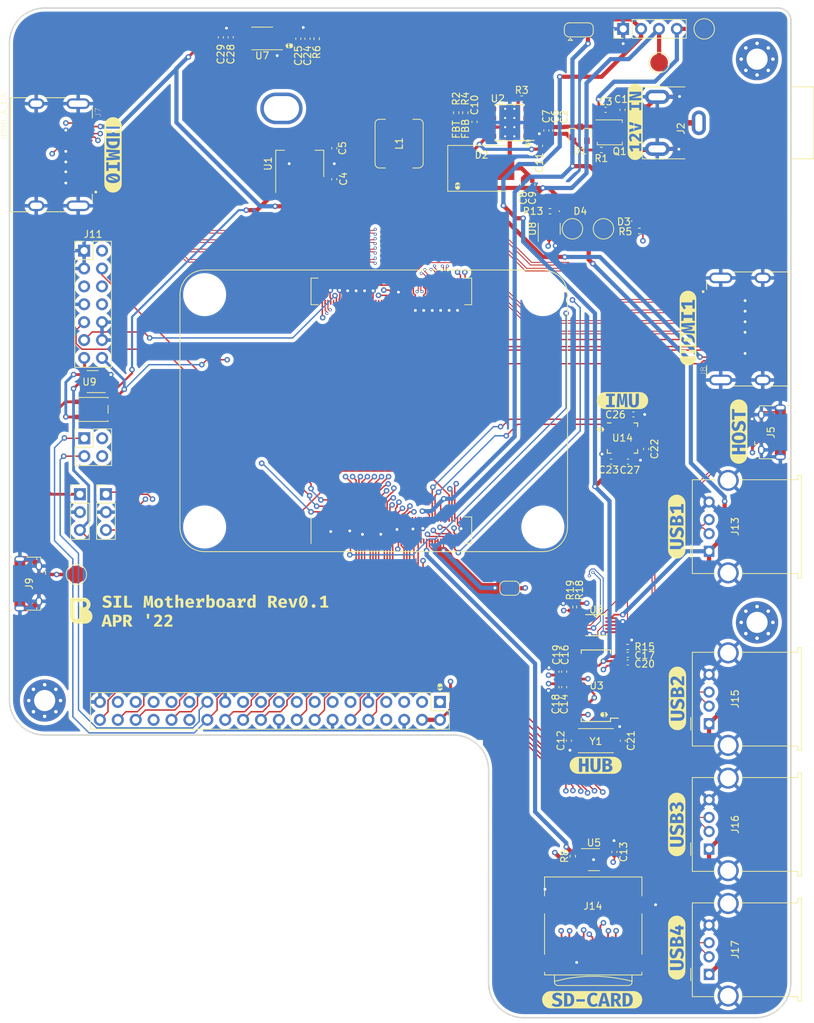
<source format=kicad_pcb>
(kicad_pcb (version 20211014) (generator pcbnew)
  (layers (0 "F.Cu" signal) (1 "In1.Cu" signal) (2 "In2.Cu" signal) (31 "B.Cu" signal) (34 "B.Paste" user) (35 "F.Paste" user) (36 "B.SilkS" user "B.Silkscreen") (37 "F.SilkS" user "F.Silkscreen") (38 "B.Mask" user) (39 "F.Mask" user) (44 "Edge.Cuts" user))
  (net 0 "")
  (net 1 "Net-(C12-Pad2)")
  (net 2 "/SIL-Motherboard/+12v")
  (net 3 "Net-(D3-Pad1)")
  (net 4 "Net-(D4-Pad1)")
  (net 5 "GND")
  (net 9 "Net-(C27-Pad1)")
  (net 11 "Net-(C26-Pad1)")
  (net 12 "/SIL-Motherboard/SCL0")
  (net 13 "/SIL-Motherboard/SDA0")
  (net 14 "Net-(R13-Pad2)")
  (net 15 "Net-(Module1-Pad21)")
  (net 16 "FB")
  (net 17 "Net-(R3-Pad1)")
  (net 18 "Net-(C2-Pad2)")
  (net 19 "/SIL-Motherboard/SD_PWR_ON")
  (net 20 "/SIL-Motherboard/USBOTG_ID")
  (net 21 "/SIL-Motherboard/1V8")
  (net 22 "/SIL-Motherboard/Reserved")
  (net 23 "Net-(C21-Pad2)")
  (net 24 "/SIL-Motherboard/SD_PWR")
  (net 26 "/SIL-Motherboard/HDMI_5v")
  (net 27 "/SIL-Motherboard/+3v3_Reg")
  (net 28 "Net-(J5-Pad1)")
  (net 29 "/SIL-Motherboard/5V")
  (net 30 "Net-(C11-Pad1)")
  (net 32 "Net-(C10-Pad1)")
  (net 33 "Net-(C11-Pad2)")
  (net 34 "/SIL-Motherboard/USB2_P")
  (net 35 "/SIL-Motherboard/USB2_N")
  (net 36 "/SIL-Motherboard/nEXTRST")
  (net 37 "/SIL-Motherboard/+3v3_CM4")
  (net 38 "/SIL-Motherboard/GPIO2")
  (net 39 "/SIL-Motherboard/GPIO3")
  (net 40 "/SIL-Motherboard/GPIO4")
  (net 41 "/SIL-Motherboard/GPIO14")
  (net 42 "/SIL-Motherboard/GPIO15")
  (net 43 "/SIL-Motherboard/GPIO17")
  (net 44 "/SIL-Motherboard/GPIO18")
  (net 45 "/SIL-Motherboard/GPIO27")
  (net 46 "/SIL-Motherboard/GPIO22")
  (net 47 "/SIL-Motherboard/GPIO23")
  (net 48 "/SIL-Motherboard/GPIO24")
  (net 49 "/SIL-Motherboard/GPIO10")
  (net 50 "/SIL-Motherboard/GPIO9")
  (net 51 "/SIL-Motherboard/GPIO25")
  (net 52 "/SIL-Motherboard/GPIO11")
  (net 53 "/SIL-Motherboard/GPIO8")
  (net 54 "/SIL-Motherboard/GPIO7")
  (net 55 "/SIL-Motherboard/ID_SD")
  (net 56 "/SIL-Motherboard/ID_SC")
  (net 57 "/SIL-Motherboard/GPIO5")
  (net 58 "/SIL-Motherboard/GPIO6")
  (net 59 "/SIL-Motherboard/GPIO12")
  (net 60 "/SIL-Motherboard/GPIO13")
  (net 61 "/SIL-Motherboard/GPIO19")
  (net 62 "/SIL-Motherboard/GPIO16")
  (net 63 "/SIL-Motherboard/GPIO26")
  (net 64 "/SIL-Motherboard/GPIO20")
  (net 65 "/SIL-Motherboard/GPIO21")
  (net 66 "/SIL-Motherboard/nRPiBOOT")
  (net 67 "/SIL-Motherboard/EEPROM_nWP")
  (net 68 "/SIL-Motherboard/AIN0")
  (net 69 "/SIL-Motherboard/AIN1")
  (net 70 "/SIL-Motherboard/SYNC_IN")
  (net 71 "/SIL-Motherboard/SYNC_OUT")
  (net 72 "/SIL-Motherboard/TV_OUT")
  (net 73 "Net-(J11-Pad13)")
  (net 74 "/SIL-Motherboard/GLOBAL_EN")
  (net 75 "/SIL-Motherboard/WiFi_Disable")
  (net 76 "/SIL-Motherboard/BT_Disable")
  (net 77 "/SIL-Motherboard/RUN_PG")
  (net 78 "/SIL-Motherboard/SD_DAT1")
  (net 79 "/SIL-Motherboard/SD_DAT0")
  (net 80 "/SIL-Motherboard/SD_CLK")
  (net 81 "/SIL-Motherboard/SD_CMD")
  (net 82 "/SIL-Motherboard/SD_DAT3")
  (net 83 "/SIL-Motherboard/SD_DAT2")
  (net 84 "/SIL-Motherboard/TRD3_P")
  (net 85 "/SIL-Motherboard/TRD1_P")
  (net 86 "/SIL-Motherboard/TRD3_N")
  (net 87 "/SIL-Motherboard/TRD1_N")
  (net 88 "/SIL-Motherboard/TRD2_P")
  (net 89 "/SIL-Motherboard/TRD0_P")
  (net 90 "/SIL-Motherboard/TRD2_N")
  (net 91 "/SIL-Motherboard/TRD0_N")
  (net 92 "/SIL-Motherboard/ETH_LEDY")
  (net 93 "/SIL-Motherboard/ETH_LEDG")
  (net 101 "/SIL-Motherboard/+1v8")
  (net 102 "/SIL-Motherboard/nPWR_LED")
  (net 103 "/SIL-Motherboard/CAM_GPIO")
  (net 104 "/SIL-Motherboard/PCI_CLK_nREQ")
  (net 107 "/SIL-Motherboard/PCIE_nRST")
  (net 108 "/SIL-Motherboard/PCIE_CLK_P")
  (net 109 "/SIL-Motherboard/PCIE_CLK_N")
  (net 110 "/SIL-Motherboard/CAM1_D0_N")
  (net 111 "/SIL-Motherboard/PCIE_RX_P")
  (net 112 "/SIL-Motherboard/CAM1_D0_P")
  (net 113 "/SIL-Motherboard/PCIE_RX_N")
  (net 114 "/SIL-Motherboard/CAM1_D1_N")
  (net 115 "/SIL-Motherboard/PCIE_TX_P")
  (net 116 "/SIL-Motherboard/CAM1_D1_P")
  (net 117 "/SIL-Motherboard/PCIE_TX_N")
  (net 118 "/SIL-Motherboard/CAM1_C_N")
  (net 119 "/SIL-Motherboard/CAM0_D0_N")
  (net 120 "/SIL-Motherboard/CAM1_C_P")
  (net 121 "/SIL-Motherboard/CAM0_D0_P")
  (net 122 "/SIL-Motherboard/CAM1_D2_N")
  (net 123 "/SIL-Motherboard/CAM0_D1_N")
  (net 124 "/SIL-Motherboard/CAM1_D2_P")
  (net 125 "/SIL-Motherboard/CAM0_D1_P")
  (net 126 "/SIL-Motherboard/CAM1_D3_N")
  (net 127 "/SIL-Motherboard/CAM0_C_N")
  (net 128 "/SIL-Motherboard/CAM1_D3_P")
  (net 129 "/SIL-Motherboard/CAM0_C_P")
  (net 130 "/SIL-Motherboard/HDMI1_HOTPLUG")
  (net 131 "/SIL-Motherboard/HDMI1_SDA")
  (net 132 "/SIL-Motherboard/HDMI1_D2_P")
  (net 133 "/SIL-Motherboard/HDMI1_SCL")
  (net 134 "/SIL-Motherboard/HDMI1_D2_N")
  (net 135 "/SIL-Motherboard/HDMI1_CEC")
  (net 136 "/SIL-Motherboard/HDMI0_CEC")
  (net 137 "/SIL-Motherboard/HDMI1_D1_P")
  (net 138 "/SIL-Motherboard/HDMI0_HOTPLUG")
  (net 139 "/SIL-Motherboard/HDMI1_D1_N")
  (net 140 "/SIL-Motherboard/DSI0_D0_N")
  (net 141 "/SIL-Motherboard/HDMI1_D0_P")
  (net 142 "/SIL-Motherboard/DSI0_D0_P")
  (net 143 "/SIL-Motherboard/HDMI1_D0_N")
  (net 144 "/SIL-Motherboard/DSI0_D1_N")
  (net 145 "/SIL-Motherboard/HDMI1_CK_P")
  (net 146 "/SIL-Motherboard/DSI0_D1_P")
  (net 147 "/SIL-Motherboard/HDMI1_CK_N")
  (net 148 "/SIL-Motherboard/DSI0_C_N")
  (net 149 "/SIL-Motherboard/HDMI0_D2_P")
  (net 150 "/SIL-Motherboard/DSI0_C_P")
  (net 151 "/SIL-Motherboard/HDMI0_D2_N")
  (net 152 "/SIL-Motherboard/DSI1_D0_N")
  (net 153 "/SIL-Motherboard/HDMI0_D1_P")
  (net 154 "/SIL-Motherboard/DSI1_D0_P")
  (net 155 "/SIL-Motherboard/HDMI0_D1_N")
  (net 156 "/SIL-Motherboard/DSI1_D1_N")
  (net 157 "/SIL-Motherboard/HDMI0_D0_P")
  (net 158 "/SIL-Motherboard/DSI1_D1_P")
  (net 159 "/SIL-Motherboard/HDMI0_D0_N")
  (net 160 "/SIL-Motherboard/DSI1_C_N")
  (net 161 "/SIL-Motherboard/HDMI0_CK_P")
  (net 162 "/SIL-Motherboard/DSI1_C_P")
  (net 163 "/SIL-Motherboard/HDMI0_CK_N")
  (net 164 "/SIL-Motherboard/DSI1_D2_N")
  (net 165 "/SIL-Motherboard/DSI1_D3_N")
  (net 166 "/SIL-Motherboard/DSI1_D2_P")
  (net 167 "/SIL-Motherboard/DSI1_D3_P")
  (net 168 "/SIL-Motherboard/HDMI0_SDA")
  (net 169 "/SIL-Motherboard/HDMI0_SCL")
  (net 172 "5v")
  (net 173 "/SIL-Motherboard/+3V3")
  (net 174 "/SIL-Motherboard/VCC_IN")
  (net 177 "Net-(R15-Pad1)")
  (net 183 "/SIL-Motherboard/HSD2-")
  (net 184 "/SIL-Motherboard/HSD2+")
  (net 185 "/SIL-Motherboard/USB1-")
  (net 186 "/SIL-Motherboard/USB1+")
  (net 187 "/SIL-Motherboard/USB2-")
  (net 188 "/SIL-Motherboard/USB2+")
  (net 189 "/SIL-Motherboard/USB3-")
  (net 190 "/SIL-Motherboard/USB3+")
  (net 191 "/SIL-Motherboard/USB4-")
  (net 192 "/SIL-Motherboard/USB4+")
  (net 193 "/SIL-Motherboard/HSD1-")
  (net 194 "/SIL-Motherboard/HSD1+")
  (net 197 "Net-(R6-Pad2)")
  (footprint "kibuzzard-6252E8F1" (layer "F.Cu") (at 87.3 112.4 -90)
    (fp_text reference "kibuzzard-6252E8F1" hide)
    (fp_text value "G***" hide)
  )
  (footprint "Connector_USB:USB_A_Molex_67643_Horizontal" (layer "F.Cu") (at 125.49 93.1 90)
    (fp_text reference "J13")
    (fp_text value "USB_A" hide)
  )
  (footprint "Package_SON:Diodes_PowerDI3333-8" (layer "F.Cu") (at 111.4 33.6)
    (fp_text reference "Q1")
    (fp_text value "DMP3013SFV" hide)
  )
  (footprint "TestPoint:TestPoint_Pad_D2.5mm" (layer "F.Cu") (at 110.5 47.3)
    (fp_text reference "TP4" hide)
    (fp_text value "LED_FVoltage" hide)
  )
  (footprint "Package_TO_SOT_SMD:SOT-223-3_TabPin2" (layer "F.Cu") (at 67.4 38.05 90)
    (fp_text reference "U1")
    (fp_text value "LD1117S33TR_SOT223" hide)
  )
  (footprint "Resistor_SMD:R_0402_1005Metric" (layer "F.Cu") (at 69.8 20.3 90)
    (fp_text reference "R6")
    (fp_text value "10K" hide)
  )
  (footprint "Capacitor_SMD:C_0402_1005Metric" (layer "F.Cu") (at 72.3 35.85 -90)
    (fp_text reference "C5")
    (fp_text value "10uF" hide)
  )
  (footprint "Capacitor_SMD:C_0402_1005Metric" (layer "F.Cu") (at 101.5 35.51 -90)
    (fp_text reference "C11")
    (fp_text value "100nF" hide)
  )
  (footprint "Connector_USB:USB_A_Molex_67643_Horizontal" (layer "F.Cu") (at 125.49 135.4 90)
    (fp_text reference "J16")
    (fp_text value "USB_A" hide)
  )
  (footprint "Capacitor_SMD:C_0402_1005Metric" (layer "F.Cu") (at 72.3 40.25 90)
    (fp_text reference "C4")
    (fp_text value "10uF" hide)
  )
  (footprint "Capacitor_SMD:C_0402_1005Metric" (layer "F.Cu") (at 67.2 20.3 -90)
    (fp_text reference "C25")
    (fp_text value "0.1uF" hide)
  )
  (footprint "Connector_PinHeader_2.54mm:PinHeader_1x03_P2.54mm_Vertical" (layer "F.Cu") (at 36.2 85)
    (fp_text reference "J4" hide)
    (fp_text value "GLOBAL_EN_RUN_PG" hide)
  )
  (footprint "kibuzzard-6252E67C" (layer "F.Cu") (at 40.9 36.8 -90)
    (fp_text reference "kibuzzard-6252E67C" hide)
    (fp_text value "G***" hide)
  )
  (footprint "Package_TO_SOT_SMD:SOT-23-5" (layer "F.Cu") (at 102.8 47.3 90)
    (fp_text reference "U8")
    (fp_text value "74LVC1G07" hide)
  )
  (footprint "Capacitor_SMD:C_0402_1005Metric" (layer "F.Cu") (at 92.2 32.11 -90)
    (fp_text reference "C10")
    (fp_text value "C_SS" hide)
  )
  (footprint "kibuzzard-6252E779" (layer "F.Cu") (at 113.2 71.7)
    (fp_text reference "kibuzzard-6252E779" hide)
    (fp_text value "G***" hide)
  )
  (footprint "Connector_PinHeader_2.54mm:PinHeader_2x07_P2.54mm_Vertical" (layer "F.Cu") (at 36.8 50.4)
    (fp_text reference "J11")
    (fp_text value "ANALOG_BOOT_PINS " hide)
  )
  (footprint "Resistor_SMD:R_0402_1005Metric" (layer "F.Cu") (at 98.9 28.81 180)
    (fp_text reference "R3")
    (fp_text value "49.9K" hide)
  )
  (footprint "Resistor_SMD:R_0402_1005Metric" (layer "F.Cu") (at 115.6 47.6)
    (fp_text reference "R5")
    (fp_text value "1K" hide)
  )
  (footprint "Connector_Card:microSD_HC_Wuerth_693072010801" (layer "F.Cu") (at 109.05 147.4675 180)
    (fp_text reference "J14")
    (fp_text value "Micro_SD_Card" hide)
  )
  (footprint "Capacitor_SMD:C_0402_1005Metric" (layer "F.Cu") (at 110.8 30.4)
    (fp_text reference "C3")
    (fp_text value "10uF" hide)
  )
  (footprint "Button_Switch_SMD:SW_SPST_PTS810" (layer "F.Cu") (at 38 72.95 180)
    (fp_text reference "SW1" hide)
    (fp_text value "WAKE_BTN" hide)
  )
  (footprint "Jumper:SolderJumper-3_P1.3mm_Open_RoundedPad1.0x1.5mm" (layer "F.Cu") (at 107 19.0425)
    (fp_text reference "JP1" hide)
    (fp_text value "3v3_SEL" hide)
  )
  (footprint "Diode_SMD:D_SOT-23_ANK" (layer "F.Cu") (at 107.2 33.8 90)
    (fp_text reference "D1")
    (fp_text value "MMBZ5242B" hide)
  )
  (footprint "Capacitor_SMD:C_0402_1005Metric" (layer "F.Cu") (at 113.945 107.8)
    (fp_text reference "C17")
    (fp_text value "10uF" hide)
  )
  (footprint "kibuzzard-6252E5F1" (layer "F.Cu") (at 115 32.1 90)
    (fp_text reference "kibuzzard-6252E5F1" hide)
    (fp_text value "G***" hide)
  )
  (footprint "kibuzzard-6252E7D0" (layer "F.Cu") (at 109.4 123.5)
    (fp_text reference "kibuzzard-6252E7D0" hide)
    (fp_text value "G***" hide)
  )
  (footprint "TestPoint:TestPoint_Pad_D2.5mm" (layer "F.Cu") (at 118.4 23.7)
    (fp_text reference "TP3" hide)
    (fp_text value "Reg_5V_pad" hide)
  )
  (footprint "Capacitor_SMD:C_0402_1005Metric" (layer "F.Cu") (at 56.2 20.1 90)
    (fp_text reference "C29")
    (fp_text value "120uF" hide)
  )
  (footprint "Crystal:Crystal_SMD_TXC_7A-2Pin_5x3.2mm" (layer "F.Cu") (at 109.425 120)
    (fp_text reference "Y1")
    (fp_text value "12MHz" hide)
  )
  (footprint "Resistor_SMD:R_0402_1005Metric" (layer "F.Cu") (at 102.91 44.8 180)
    (fp_text reference "R13")
    (fp_text value "1K" hide)
  )
  (footprint "Capacitor_SMD:C_0402_1005Metric" (layer "F.Cu") (at 112.05 135.8 90)
    (fp_text reference "C13")
    (fp_text value "10u" hide)
  )
  (footprint "Connector_USB:USB_Micro-B_Amphenol_10118194_Horizontal" (layer "F.Cu") (at 28.985 97.7 -90)
    (fp_text reference "J9")
    (fp_text value "USB_B_Micro" hide)
  )
  (footprint "kibuzzard-6252E1A6" (layer "F.Cu") (at 55.4 100.2)
    (fp_text reference "kibuzzard-6252E1A6" hide)
    (fp_text value "G***" hide)
  )
  (footprint "Capacitor_SMD:C_0402_1005Metric" (layer "F.Cu") (at 105.6 120 90)
    (fp_text reference "C12")
    (fp_text value "22pF" hide)
  )
  (footprint "Connector_USB:USB_A_Molex_67643_Horizontal" (layer "F.Cu") (at 125.49 117.6 90)
    (fp_text reference "J15")
    (fp_text value "USB_A" hide)
  )
  (footprint "kibuzzard-6252E8F1" (layer "F.Cu") (at 89.8 41.2 90)
    (fp_text reference "kibuzzard-6252E8F1" hide)
    (fp_text value "G***" hide)
  )
  (footprint "Connector_USB:USB_A_Molex_67643_Horizontal" (layer "F.Cu") (at 125.49 153.2 90)
    (fp_text reference "J17")
    (fp_text value "USB_A" hide)
  )
  (footprint "Capacitor_SMD:C_0402_1005Metric" (layer "F.Cu") (at 113.25 120 -90)
    (fp_text reference "C21")
    (fp_text value "22pF" hide)
  )
  (footprint "kibuzzard-6252E8F1" (layer "F.Cu") (at 99.8 35.1 90)
    (fp_text reference "kibuzzard-6252E8F1" hide)
    (fp_text value "G***" hide)
  )
  (footprint "Capacitor_SMD:C_0402_1005Metric" (layer "F.Cu") (at 113.2 30.4 90)
    (fp_text reference "C1")
    (fp_text value "100nF" hide)
  )
  (footprint "kibuzzard-6252E708" (layer "F.Cu") (at 121 114 90)
    (fp_text reference "kibuzzard-6252E708" hide)
    (fp_text value "G***" hide)
  )
  (footprint "kibuzzard-6252E8F1" (layer "F.Cu") (at 110.1 75.8)
    (fp_text reference "kibuzzard-6252E8F1" hide)
    (fp_text value "G***" hide)
  )
  (footprint "Capacitor_SMD:C_0402_1005Metric" (layer "F.Cu") (at 104.925 112.4 90)
    (fp_text reference "C14")
    (fp_text value "10uF" hide)
  )
  (footprint "LED_SMD:LED_0402_1005Metric" (layer "F.Cu") (at 105.31 44.8)
    (fp_text reference "D4")
    (fp_text value "LED_RED" hide)
  )
  (footprint "Capacitor_SMD:C_0402_1005Metric" (layer "F.Cu") (at 99.1 41.01 -90)
    (fp_text reference "C8")
    (fp_text value "47uF" hide)
  )
  (footprint "Connector_PinHeader_2.54mm:PinHeader_1x04_P2.54mm_Vertical" (layer "F.Cu") (at 113.3 18.9 90)
    (fp_text reference "J1" hide)
    (fp_text value "Power Jumper" hide)
  )
  (footprint "kibuzzard-6252E662" (layer "F.Cu") (at 122.5 61.4 90)
    (fp_text reference "kibuzzard-6252E662" hide)
    (fp_text value "G***" hide)
  )
  (footprint "kibuzzard-6252E20C" (layer "F.Cu") (at 44.3 102.9)
    (fp_text reference "kibuzzard-6252E20C" hide)
    (fp_text value "G***" hide)
  )
  (footprint "Package_SO:Texas_HSOP-8-1EP_3.9x4.9mm_P1.27mm_ThermalVias" (layer "F.Cu") (at 97.2 32.21 180)
    (fp_text reference "U2")
    (fp_text value "LMR16030SDDAR" hide)
  )
  (footprint "Resistor_SMD:R_0402_1005Metric" (layer "F.Cu") (at 107.075 101.01 -90)
    (fp_text reference "R18")
    (fp_text value "2.2K" hide)
  )
  (footprint "Package_SO:MSOP-8-1EP_3x3mm_P0.65mm_EP1.68x1.88mm" (layer "F.Cu") (at 62.07 20.26 180)
    (fp_text reference "U7")
    (fp_text value "AP2141D_(Active_Low)" hide)
  )
  (footprint "Capacitor_SMD:C_0402_1005Metric" (layer "F.Cu") (at 103.825 112.4 -90)
    (fp_text reference "C18")
    (fp_text value "0.1uF" hide)
  )
  (footprint "kibuzzard-6252E763" (layer "F.Cu") (at 108.9 156.8)
    (fp_text reference "kibuzzard-6252E763" hide)
    (fp_text value "G***" hide)
  )
  (footprint "Capacitor_SMD:C_0402_1005Metric" (layer "F.Cu") (at 102.4 33.33 -90)
    (fp_text reference "C7")
    (fp_text value "2.2uF" hide)
  )
  (footprint "Resistor_SMD:R_0402_1005Metric" (layer "F.Cu") (at 105.775 101.01 90)
    (fp_text reference "R19")
    (fp_text value "2.2K" hide)
  )
  (footprint "TestPoint:TestPoint_Pad_D2.5mm" (layer "F.Cu") (at 35.7 96.4)
    (fp_text reference "TP1" hide)
    (fp_text value "USB_5V_pad" hide)
  )
  (footprint "TestPoint:TestPoint_Pad_D2.5mm" (layer "F.Cu") (at 124.8 18.9)
    (fp_text reference "TP2" hide)
    (fp_text value "12V_pad" hide)
  )
  (footprint "MountingHole:MountingHole_3mm_Pad_Via" (layer "F.Cu") (at 132.3 103.2)
    (fp_text reference "H4" hide)
    (fp_text value "MountingHole" hide)
  )
  (footprint "CM4IO:Raspberry-Pi-4-Compute-Module" (layer "F.Cu") (at 101.9 89.65 90)
    (fp_text reference "Module1" hide)
    (fp_text value "ComputeModule4-CM4" hide)
  )
  (footprint "Capacitor_SMD:C_0402_1005Metric_Pad0.74x0.62mm_HandSolder" (layer "F.Cu") (at 116.55 78.5675 90)
    (fp_text reference "C22")
    (fp_text value "10nF" hide)
  )
  (footprint "Resistor_SMD:R_0402_1005Metric" (layer "F.Cu") (at 106.15 136.4 90)
    (fp_text reference "R8")
    (fp_text value "12K 1%" hide)
  )
  (footprint "Resistor_SMD:R_0402_1005Metric" (layer "F.Cu") (at 89.6 30.81 90)
    (fp_text reference "R2")
    (fp_text value "100K" hide)
  )
  (footprint "LOGO:rb_logo" (layer "F.Cu") (at 36.400125 101.352492)
    (fp_text reference "G***" hide)
    (fp_text value "LOGO" hide)
  )
  (footprint "kibuzzard-6252E722" (layer "F.Cu") (at 120.9 131.9 90)
    (fp_text reference "kibuzzard-6252E722" hide)
    (fp_text value "G***" hide)
  )
  (footprint "CM4IO:EDAC 690-019-298-412" (layer "F.Cu") (at 35.95675 36.775 -90)
    (fp_text reference "J7")
    (fp_text value "HDMI_A_1.4")
  )
  (footprint "Sensor_Motion:InvenSense_QFN-24_4x4mm_P0.5mm" (layer "F.Cu") (at 113.2 77.0175)
    (fp_text reference "U14")
    (fp_text value "MPU-6050" hide)
  )
  (footprint "MountingHole:MountingHole_3mm_Pad_Via" (layer "F.Cu") (at 64.8 30.2)
    (fp_text reference "H3" hide)
    (fp_text value "MountingHole" hide)
  )
  (footprint "Capacitor_SMD:C_0402_1005Metric_Pad0.74x0.62mm_HandSolder" (layer "F.Cu") (at 111.5825 80.3675 180)
    (fp_text reference "C23")
    (fp_text value "0.1uF" hide)
  )
  (footprint "Capacitor_SMD:C_0402_1005Metric_Pad0.74x0.62mm_HandSolder" (layer "F.Cu") (at 113.9825 80.3675)
    (fp_text reference "C27")
    (fp_text value "0.1uF" hide)
  )
  (footprint "Connector_PinHeader_2.54mm:PinHeader_2x02_P2.54mm_Vertical" (layer "F.Cu") (at 36.825 77.05)
    (fp_text reference "J6" hide)
    (fp_text value "THD-02-R" hide)
  )
  (footprint "Inductor_SMD:L_Bourns_SRP7028A_7.3x6.6mm" (layer "F.Cu") (at 81.5 35.2 90)
    (fp_text reference "L1")
    (fp_text value "8.2uH" hide)
  )
  (footprint "Capacitor_SMD:C_0402_1005Metric" (layer "F.Cu") (at 103.825 110.2 -90)
    (fp_text reference "C19")
    (fp_text value "0.1uF" hide)
  )
  (footprint "Connector_PinHeader_2.54mm:PinHeader_1x03_P2.54mm_Vertical" (layer "F.Cu") (at 39.9 85)
    (fp_text reference "J3" hide)
    (fp_text value "WiFi_BT_Disable" hide)
  )
  (footprint "Package_SO:SSOP-28_3.9x9.9mm_P0.635mm" (layer "F.Cu") (at 109.425 112.2 180)
    (fp_text reference "U3")
    (fp_text value "FE1.1s" hide)
  )
  (footprint "Symbol:SOP50P490X110-10N" (layer "F.Cu") (at 109.475 103.6)
    (fp_text reference "U6")
    (fp_text value "FSUSB30MUX" hide)
  )
  (footprint "kibuzzard-6252E6F0" (layer "F.Cu") (at 120.9 89.6 90)
    (fp_text reference "kibuzzard-6252E6F0" hide)
    (fp_text value "G***" hide)
  )
  (footprint "Capacitor_SMD:C_0402_1005Metric" (layer "F.Cu") (at 57.6 20.1 -90)
    (fp_text reference "C28")
    (fp_text value "0.1uF" hide)
  )
  (footprint "MountingHole:MountingHole_3mm_Pad_Via" (layer "F.Cu") (at 132.3 23.2)
    (fp_text reference "H2" hide)
    (fp_text value "MountingHole" hide)
  )
  (footprint "CM4IO:EDAC 690-019-298-412" (layer "F.Cu") (at 127.14325 61.525 90)
    (fp_text reference "J8")
    (fp_text value "HDMI_A_1.4" hide)
  )
  (footprint "Connector_BarrelJack:BarrelJack_CUI_PJ-063AH_Horizontal_CircularHoles" (layer "F.Cu") (at 117.1275 32.25 90)
    (fp_text reference "J2")
    (fp_text value "Barrel_Jack" hide)
  )
  (footprint "Capacitor_SMD:C_0402_1005Metric" (layer "F.Cu") (at 104.925 110.2 90)
    (fp_text reference "C16")
    (fp_text value "10uF" hide)
  )
  (footprint "kibuzzard-6252E8F1" (layer "F.Cu") (at 65.9 21.3 180)
    (fp_text reference "kibuzzard-6252E8F1" hide)
    (fp_text value "G***" hide)
  )
  (footprint "Connector_USB:USB_Micro-B_Amphenol_10118194_Horizontal" (layer "F.Cu") (at 134.3 76.2 90)
    (fp_text reference "J5")
    (fp_text value "USB_B_Micro" hide)
  )
  (footprint "Connector_PinHeader_2.54mm:PinHeader_2x20_P2.54mm_Vertical" (layer "F.Cu") (at 87.3 114.5 -90)
    (fp_text reference "J10" hide)
    (fp_text value "PI_20" hide)
  )
  (footprint "Capacitor_SMD:C_0402_1005Metric_Pad0.74x0.62mm_HandSolder" (layer "F.Cu") (at 114.75 73.6675)
    (fp_text reference "C26")
    (fp_text value "2.2nF" hide)
  )
  (footprint "Package_TO_SOT_SMD:SOT-23-5" (layer "F.Cu") (at 109.15 136.9)
    (fp_text reference "U5")
    (fp_text value "AP2822CKATR-G1" hide)
  )
  (footprint "Capacitor_SMD:C_0402_1005Metric" (layer "F.Cu") (at 103.65 33.33 -90)
    (fp_text reference "C6")
    (fp_text value "2.2uF" hide)
  )
  (footprint "TestPoint:TestPoint_Pad_D2.5mm" (layer "F.Cu") (at 106.1 47.3 180)
    (fp_text reference "TP5" hide)
    (fp_text value "TestPoint" hide)
  )
  (footprint "Capacitor_SMD:C_0402_1005Metric" (layer "F.Cu") (at 68.5 20.3 90)
    (fp_text reference "C24")
    (fp_text value "10uF" hide)
  )
  (footprint "kibuzzard-6252E6B2" (layer "F.Cu") (at 129.7 76.1 90)
    (fp_text reference "kibuzzard-6252E6B2" hide)
    (fp_text value "G***" hide)
  )
  (footprint "kibuzzard-6252E74F" (layer "F.Cu") (at 120.9 149.4 90)
    (fp_text reference "kibuzzard-6252E74F" hide)
    (fp_text value "G***" hide)
  )
  (footprint "Capacitor_SMD:C_0402_1005Metric" (layer "F.Cu") (at 104.9 33.33 -90)
    (fp_text reference "C2")
    (fp_text value "100nF" hide)
  )
  (footprint "Capacitor_SMD:C_0402_1005Metric" (layer "F.Cu") (at 113.945 108.9 180)
    (fp_text reference "C20")
    (fp_text value "0.1uF" hide)
  )
  (footprint "Resistor_SMD:R_0402_1005Metric" (layer "F.Cu") (at 113.945 106.7)
    (fp_text reference "R15")
    (fp_text value "2.7K" hide)
  )
  (footprint "MountingHole:MountingHole_3mm_Pad_Via" (layer "F.Cu") (at 31.2 114.3 180)
    (fp_text reference "H1" hide)
    (fp_text value "MountingHole" hide)
  )
  (footprint "Resistor_SMD:R_0402_1005Metric" (layer "F.Cu") (at 90.9 30.81 -90)
    (fp_text reference "R4")
    (fp_text value "17.8K" hide)
  )
  (footprint "Capacitor_SMD:C_0402_1005Metric" (layer "F.Cu") (at 100.4 41.01 -90)
    (fp_text reference "C9")
    (fp_text value "47uF" hide)
  )
  (footprint "kibuzzard-6252E8F1" (layer "F.Cu") (at 110.6 116.3)
    (fp_text reference "kibuzzard-6252E8F1" hide)
    (fp_text value "G***" hide)
  )
  (footprint "Resistor_SMD:R_0402_1005Metric" (layer "F.Cu") (at 110.2 36.1)
    (fp_text reference "R1")
    (fp_text value "12K" hide)
  )
  (footprint "Package_TO_SOT_SMD:SOT-23-5" (layer "F.Cu") (at 38 69 180)
    (fp_text reference "U9")
    (fp_text value "74LVC1G07" hide)
  )
  (footprint "Jumper:SolderJumper-2_P1.3mm_Open_RoundedPad1.0x1.5mm" (layer "F.Cu") (at 97.2 98.35)
    (fp_text reference "JP2" hide)
    (fp_text value "CPU_5V_EN" hide)
  )
  (footprint "Diode_SMD:D_SMC" (layer "F.Cu") (at 93.2 38.71)
    (fp_text reference "D2")
    (fp_text value "B340AG" hide)
  )
  (footprint "LED_SMD:LED_0402_1005Metric" (layer "F.Cu") (at 115.6 46.2)
    (fp_text reference "D3")
    (fp_text value "LED_GREEN" hide)
  )
  (gr_line (start 31.2 119.2) (end 32.3 119.2) (layer "Edge.Cuts") (width 0.2))
  (gr_arc (start 137.1 154.35) (mid 135.635534 157.885534) (end 132.1 159.35) (layer "Edge.Cuts") (width 0.2))
  (gr_line (start 26.2 114.2) (end 26.2 20.94) (layer "Edge.Cuts") (width 0.2))
  (gr_arc (start 89.2 119.2) (mid 92.735534 120.664466) (end 94.2 124.2) (layer "Edge.Cuts") (width 0.2))
  (gr_line (start 137.1 114.26) (end 137.1 113.16) (layer "Edge.Cuts") (width 0.2))
  (gr_line (start 94.190001 154.35) (end 94.2 124.2) (layer "Edge.Cuts") (width 0.2))
  (gr_line (start 137.1 81.300001) (end 137.11 17.74) (layer "Edge.Cuts") (width 0.2))
  (gr_line (start 31.2 15.94) (end 135.31 15.94) (layer "Edge.Cuts") (width 0.2))
  (gr_line (start 32.3 119.2) (end 33.4 119.2) (layer "Edge.Cuts") (width 0.2))
  (gr_line (start 137.1 113.16) (end 137.1 112.06) (layer "Edge.Cuts") (width 0.2))
  (gr_line (start 137.1 112.06) (end 137.1 81.300001) (layer "Edge.Cuts") (width 0.2))
  (gr_line (start 33.4 119.2) (end 66.309999 119.2) (layer "Edge.Cuts") (width 0.2))
  (gr_arc (start 135.31 15.94) (mid 136.582792 16.467208) (end 137.11 17.74) (layer "Edge.Cuts") (width 0.2))
  (gr_arc (start 26.2 20.94) (mid 27.664466 17.404466) (end 31.2 15.94) (layer "Edge.Cuts") (width 0.2))
  (gr_line (start 99.190001 159.35) (end 132.1 159.35) (layer "Edge.Cuts") (width 0.2))
  (gr_line (start 137.1 154.35) (end 137.1 114.26) (layer "Edge.Cuts") (width 0.2))
  (gr_line (start 89.2 119.2) (end 66.309999 119.2) (layer "Edge.Cuts") (width 0.2))
  (gr_arc (start 99.190001 159.35) (mid 95.654467 157.885534) (end 94.190001 154.35) (layer "Edge.Cuts") (width 0.2))
  (gr_arc (start 31.2 119.2) (mid 27.664466 117.735534) (end 26.2 114.2) (layer "Edge.Cuts") (width 0.2))
  (segment (start 107.095 119.52) (end 105.6 119.52) (width 0.4) (layer "F.Cu") (net 1))
  (segment (start 110.2825 115.6925) (end 112.025 115.6925) (width 0.4) (layer "F.Cu") (net 1))
  (segment (start 107.575 120) (end 107.575 118.4) (width 0.4) (layer "F.Cu") (net 1))
  (segment (start 107.575 120) (end 107.095 119.52) (width 0.4) (layer "F.Cu") (net 1))
  (segment (start 107.575 118.4) (end 110.2825 115.6925) (width 0.4) (layer "F.Cu") (net 1))
  (segment (start 109.9 33.925) (end 109.9 33.275) (width 0.4) (layer "F.Cu") (net 2))
  (segment (start 99.9 32.845) (end 102.395 32.845) (width 0.6) (layer "F.Cu") (net 2))
  (segment (start 109.9 33.275) (end 109.9 32.625) (width 0.4) (layer "F.Cu") (net 2))
  (segment (start 109.85 28.95) (end 109.8 28.9) (width 0.4) (layer "F.Cu") (net 2))
  (segment (start 102.4 32.85) (end 103.65 32.85) (width 0.6) (layer "F.Cu") (net 2))
  (segment (start 120.92 18.9) (end 124.8 18.9) (width 0.6) (layer "F.Cu") (net 2))
  (segment (start 109.425 32.8) (end 109.9 33.275) (width 0.6) (layer "F.Cu") (net 2))
  (segment (start 104.95 32.8) (end 104.9 32.85) (width 0.6) (layer "F.Cu") (net 2))
  (segment (start 109.85 30.4) (end 109.85 28.95) (width 0.4) (layer "F.Cu") (net 2))
  (segment (start 109.9 32.625) (end 109.9 30.45) (width 0.4) (layer "F.Cu") (net 2))
  (segment (start 102.395 32.845) (end 102.4 32.85) (width 0.6) (layer "F.Cu") (net 2))
  (segment (start 107.2 32.8) (end 109.425 32.8) (width 0.6) (layer "F.Cu") (net 2))
  (segment (start 109.9 30.45) (end 109.85 30.4) (width 0.4) (layer "F.Cu") (net 2))
  (segment (start 104.9 32.85) (end 103.65 32.85) (width 0.6) (layer "F.Cu") (net 2))
  (segment (start 107.2 32.8) (end 104.95 32.8) (width 0.6) (layer "F.Cu") (net 2))
  (via (at 109.8 28.9) (size 0.8) (drill 0.4) (layers "F.Cu" "B.Cu") (net 2))
  (segment (start 109.8 28.6) (end 109.8 28.9) (width 0.6) (layer "B.Cu") (net 2))
  (segment (start 120.92 23.28) (end 117.8 26.4) (width 0.6) (layer "B.Cu") (net 2))
  (segment (start 112 26.4) (end 109.8 28.6) (width 0.6) (layer "B.Cu") (net 2))
  (segment (start 117.8 26.4) (end 112 26.4) (width 0.6) (layer "B.Cu") (net 2))
  (segment (start 120.92 18.9) (end 120.92 23.28) (width 0.6) (layer "B.Cu") (net 2))
  (segment (start 115.115 47.575) (end 115.09 47.6) (width 0.6) (layer "F.Cu") (net 3))
  (segment (start 115.09 47.6) (end 110.8 47.6) (width 0.6) (layer "F.Cu") (net 3))
  (segment (start 115.115 46.2) (end 115.115 47.575) (width 0.6) (layer "F.Cu") (net 3))
  (segment (start 110.8 47.6) (end 110.5 47.3) (width 0.6) (layer "F.Cu") (net 3))
  (segment (start 104.825 46.025) (end 106.1 47.3) (width 0.6) (layer "F.Cu") (net 4))
  (segment (start 104.825 44.8) (end 103.42 44.8) (width 0.6) (layer "F.Cu") (net 4))
  (segment (start 104.825 44.8) (end 104.825 46.025) (width 0.6) (layer "F.Cu") (net 4))
  (segment (start 126.41325 60.525) (end 130.575 60.525) (width 0.25) (layer "F.Cu") (net 5))
  (segment (start 110.71 36.1) (end 117.9875 36.1) (width 0.6) (layer "F.Cu") (net 5))
  (segment (start 112.025 117.225) (end 112.8 118) (width 0.4) (layer "F.Cu") (net 5))
  (segment (start 111.015 80.3675) (end 111.015 80.015) (width 0.2) (layer "F.Cu") (net 5))
  (segment (start 71.702358 57.078959) (end 71.702358 56.07843) (width 0.2) (layer "F.Cu") (net 5))
  (segment (start 102.850664 109.72) (end 102.765332 109.634668) (width 0.4) (layer "F.Cu") (net 5))
  (segment (start 71.8 57.176601) (end 71.702358 57.078959) (width 0.2) (layer "F.Cu") (net 5))
  (segment (start 77 91.000978) (end 76.69337 90.694348) (width 0.2) (layer "F.Cu") (net 5))
  (segment (start 133.3 73.3) (end 132.9 73.7) (width 0.2) (layer "F.Cu") (net 5))
  (segment (start 82.2 91.65) (end 82.2 90.580978) (width 0.2) (layer "F.Cu") (net 5))
  (segment (start 88.6 54.65) (end 88.6 57.73) (width 0.2) (layer "F.Cu") (net 5))
  (segment (start 85 89.713188) (end 84.864137 89.849051) (width 0.2) (layer "F.Cu") (net 5))
  (segment (start 89.8 58.872) (end 89.789 58.883) (width 0.2) (layer "F.Cu") (net 5))
  (segment (start 108.1946 104.5906) (end 108.548 104.944) (width 0.2) (layer "F.Cu") (net 5))
  (segment (start 85 56.709258) (end 85 57.73) (width 0.2) (layer "F.Cu") (net 5))
  (segment (start 102.4 33.81) (end 101.41 33.81) (width 0.6) (layer "F.Cu") (net 5))
  (segment (start 112.025 116.3275) (end 112.025 117.225) (width 0.4) (layer "F.Cu") (net 5))
  (segment (start 90.9 31.438351) (end 90.9 31.32) (width 0.45) (layer "F.Cu") (net 5))
  (segment (start 105.6 121.210756) (end 105.744622 121.355378) (width 0.4) (layer "F.Cu") (net 5))
  (segment (start 83.8 55.211969) (end 83.523999 55.48797) (width 0.2) (layer "F.Cu") (net 5))
  (segment (start 77.8 57.73) (end 77.8 56.1) (width 0.2) (layer "F.Cu") (net 5))
  (segment (start 83.4 89.869262) (end 83.465136 89.934398) (width 0.2) (layer "F.Cu") (net 5))
  (segment (start 27.685 101.2) (end 29.385 101.2) (width 0.8) (layer "F.Cu") (net 5))
  (segment (start 90.299362 89.810117) (end 90.299362 89.883208) (width 0.2) (layer "F.Cu") (net 5))
  (segment (start 87.4 54.65) (end 87.4 57.73) (width 0.2) (layer "F.Cu") (net 5))
  (segment (start 117.9875 36.1) (end 118.1375 35.95) (width 0.6) (layer "F.Cu") (net 5))
  (segment (start 83.8 57.73) (end 83.8 58.885) (width 0.2) (layer "F.Cu") (net 5))
  (segment (start 121.25 28.55) (end 121.3 28.5) (width 0.6) (layer "F.Cu") (net 5))
  (segment (start 84.6 91.65) (end 84.6 90.113188) (width 0.2) (layer "F.Cu") (net 5))
  (segment (start 82.6 54.65) (end 82.6 55.299022) (width 0.2) (layer "F.Cu") (net 5))
  (segment (start 36.68675 39.275) (end 34.275 39.275) (width 0.25) (layer "F.Cu") (net 5))
  (segment (start 73.10136 56.07873) (end 73.056977 56.034347) (width 0.2) (layer "F.Cu") (net 5))
  (segment (start 114.455 106.7) (end 114.455 105.745) (width 0.45) (layer "F.Cu") (net 5))
  (segment (start 92.051649 32.59) (end 90.9 31.438351) (width 0.45) (layer "F.Cu") (net 5))
  (segment (start 135.6 73.3) (end 133.3 73.3) (width 0.2) (layer "F.Cu") (net 5))
  (segment (start 70.6 91.65) (end 70.6 91.000978) (width 0.2) (layer "F.Cu") (net 5))
  (segment (start 135.6 73.3) (end 135.6 75.2) (width 0.2) (layer "F.Cu") (net 5))
  (segment (start 71.8 54.65) (end 71.8 55.980788) (width 0.2) (layer "F.Cu") (net 5))
  (segment (start 113.25 119.52) (end 113.25 118.45) (width 0.4) (layer "F.Cu") (net 5))
  (segment (start 112.05 135.32) (end 112.05 134.25) (width 0.25) (layer "F.Cu") (net 5))
  (segment (start 135.2 78.7) (end 135.6 79.1) (width 0.2) (layer "F.Cu") (net 5))
  (segment (start 85.276001 56.433257) (end 85 56.709258) (width 0.2) (layer "F.Cu") (net 5))
  (segment (start 34.225 33.275) (end 34.2 33.3) (width 0.25) (layer "F.Cu") (net 5))
  (segment (start 113.25 118.45) (end 112.8 118) (width 0.4) (layer "F.Cu") (net 5))
  (segment (start 73 91.000978) (end 72.299022 90.3) (width 0.2) (layer "F.Cu") (net 5))
  (segment (start 102.175 151.6175) (end 102.175 143.3175) (width 0.6) (layer "F.Cu") (net 5))
  (segment (start 81.819022 56.3) (end 81.4 56.3) (width 0.2) (layer "F.Cu") (net 5))
  (segment (start 80.6 88.57) (end 80.6 89.4005) (width 0.2) (layer "F.Cu") (net 5))
  (segment (start 57.6 19.62) (end 57.6 19.4) (width 0.4) (layer "F.Cu") (net 5))
  (segment (start 115.15 73.835) (end 115.3175 73.6675) (width 0.25) (layer "F.Cu") (net 5))
  (segment (start 56.2 19.6) (end 57 18.8) (width 0.4) (layer "F.Cu") (net 5))
  (segment (start 56.2 19.62) (end 56.2 19.6) (width 0.4) (layer "F.Cu") (net 5))
  (segment (start 94.5 32.845) (end 92.455 32.845) (width 0.45) (layer "F.Cu") (net 5))
  (segment (start 103.825 109.72) (end 102.850664 109.72) (width 0.4) (layer "F.Cu") (net 5))
  (segment (start 71.300978 90.3) (end 71.7995 90.3) (width 0.2) (layer "F.Cu") (net 5))
  (segment (start 81.4 57.73) (end 81.4 56.3) (width 0.2) (layer "F.Cu") (net 5))
  (segment (start 88.6 58.881) (end 88.602 58.883) (width 0.2) (layer "F.Cu") (net 5))
  (segment (start 86.2 58.891) (end 86.204 58.895) (width 0.2) (layer "F.Cu") (net 5))
  (segment (start 83.8 54.65) (end 83.8 55.211969) (width 0.2) (layer "F.Cu") (net 5))
  (segment (start 126.41325 57.525) (end 130.575 57.525) (width 0.25) (layer "F.Cu") (net 5))
  (segment (start 113.2 29.92) (end 112.23 29.92) (width 0.6) (layer "F.Cu") (net 5))
  (segment (start 97.2 38.11) (end 96.6 38.71) (width 0.6) (layer "F.Cu") (net 5))
  (segment (start 81 91.65) (end 81 90.1995) (width 0.2) (layer "F.Cu") (net 5))
  (segment (start 114.55 80.3675) (end 115.55 80.3675) (width 0.25) (layer "F.Cu") (net 5))
  (segment (start 83.4 89.999534) (end 83.465136 89.934398) (width 0.2) (layer "F.Cu") (net 5))
  (segment (start 67.2 19.82) (end 67.2 19.4) (width 0.4) (layer "F.Cu") (net 5))
  (segment (start 101.41 33.81) (end 101.4 33.8) (width 0.6) (layer "F.Cu") (net 5))
  (segment (start 81.599022 56.3) (end 81.4 56.3) (width 0.2) (layer "F.Cu") (net 5))
  (segment (start 130.575 60.525) (end 130.6 60.5) (width 0.25) (layer "F.Cu") (net 5))
  (segment (start 100.4 40.53) (end 100.4 40.21) (width 0.6) (layer "F.Cu") (net 5))
  (segment (start 115.15 75.7675) (end 115.15 73.835) (width 0.25) (layer "F.Cu") (net 5))
  (segment (start 113.224888 103.092) (end 113.236 103.103112) (width 0.25) (layer "F.Cu") (net 5))
  (segment (start 78.996523 55.302499) (end 78.597501 55.302499) (width 0.2) (layer "F.Cu") (net 5))
  (segment (start 82.880978 89.9) (end 82.2 89.219022) (width 0.2) (layer "F.Cu") (net 5))
  (segment (start 112.23 29.92) (end 111.75 30.4) (width 0.6) (layer "F.Cu") (net 5))
  (segment (start 89.8 88.57) (end 89.8 89.310755) (width 0.2) (layer "F.Cu") (net 5))
  (segment (start 89.8 54.65) (end 89.8 57.73) (width 0.2) (layer "F.Cu") (net 5))
  (segment (start 73 91.65) (end 73 91.000978) (width 0.2) (layer "F.Cu") (net 5))
  (segment (start 111.015 80.015) (end 110.3 79.3) (width 0.2) (layer "F.Cu") (net 5))
  (segment (start 36.68675 36.275) (end 34.225 36.275) (width 0.25) (layer "F.Cu") (net 5))
  (segment (start 110.3 76.262849) (end 110.3 79.3) (width 0.2) (layer "F.Cu") (net 5))
  (segment (start 71.8 91.65) (end 71.8 90.3005) (width 0.2) (layer "F.Cu") (net 5))
  (segment (start 70.6 89.1005) (end 71.7995 90.3) (width 0.2) (layer "F.Cu") (net 5))
  (segment (start 79 90.783871) (end 78.8995 90.683371) (width 0.2) (layer "F.Cu") (net 5))
  (segment (start 98.39 28.81) (end 98.39 29.72) (width 0.45) (layer "F.Cu") (net 5))
  (segment (start 132.9 74.9) (end 132.9 73.7) (width 0.2) (layer "F.Cu") (net 5))
  (segment (start 105.6 120.48) (end 105.6 121.210756) (width 0.4) (layer "F.Cu") (net 5))
  (segment (start 40.55 68.05) (end 40.584668 68.015332) (width 0.4) (layer "F.Cu") (net 5))
  (segment (start 102.72 112.88) (end 102.7 112.9) (width 0.4) (layer "F.Cu") (net 5))
  (segment (start 70.6 91.000978) (end 71.300978 90.3) (width 0.2) (layer "F.Cu") (net 5))
  (segment (start 75 90.7005) (end 74.4995 90.2) (width 0.2) (layer "F.Cu") (net 5))
  (segment (start 70.6 88.57) (end 70.6 89.1005) (width 0.2) (layer "F.Cu") (net 5))
  (segment (start 113.3 18.9) (end 113.3 21) (width 0.6) (layer "F.Cu") (net 5))
  (segment (start 57.6 19.4) (end 57 18.8) (width 0.4) (layer "F.Cu") (net 5))
  (segment (start 114.455 105.745) (end 114.5 105.7) (width 0.45) (layer "F.Cu") (net 5))
  (segment (start 83.4 88.57) (end 83.4 89.869262) (width 0.2) (layer "F.Cu") (net 5))
  (segment (start 80.199511 55.299511) (end 79.000489 55.299511) (width 0.2) (layer "F.Cu") (net 5))
  (segment (start 81 90.1995) (end 81.1995 90) (width 0.2) (layer "F.Cu") (net 5))
  (segment (start 111.5324 103.092) (end 113.224888 103.092) (width 0.25) (layer "F.Cu") (net 5))
  (segment (start 74.6 88.57) (end 74.6 90.0995) (width 0.2) (layer "F.Cu") (net 5))
  (segment (start 99.1 40.53) (end 99.1 40.11) (width 0.6) (layer "F.Cu") (net 5))
  (segment (start 135.6 77.2) (end 135.6 75.2) (width 0.2) (layer "F.Cu") (net 5))
  (segment (start 68.5 19.3) (end 67.9 18.7) (width 0.4) (layer "F.Cu") (net 5))
  (segment (start 132.2 74.9) (end 131.6 74.3) (width 0.2) (layer "F.Cu") (net 5))
  (segment (start 71.8 57.73) (end 71.8 57.176601) (width 0.2) (layer "F.Cu") (net 5))
  (segment (start 83.4 91.65) (end 83.4 89.999534) (width 0.2) (layer "F.Cu") (net 5))
  (segment (start 73 89.219022) (end 71.919022 90.3) (width 0.2) (layer "F.Cu") (net 5))
  (segment (start 130.575 62.025) (end 130.6 62) (width 0.25) (layer "F.Cu") (net 5))
  (segment (start 87.4 57.73) (end 87.4 58.881) (width 0.2) (layer "F.Cu") (net 5))
  (segment (start 86.2 57.73) (end 86.2 58.891) (width 0.2) (layer "F.Cu") (net 5))
  (segment (start 126.41325 59.025) (end 130.575 59.025) (width 0.25) (layer "F.Cu") (net 5))
  (segment (start 80.2 54.65) (end 80.2 55.299022) (width 0.2) (layer "F.Cu") (net 5))
  (segment (start 74.2 57.73) (end 74.2 56.1) (width 0.2) (layer "F.Cu") (net 5))
  (segment (start 92.2 32.59) (end 92.051649 32.59) (width 0.45) (layer "F.Cu") (net 5))
  (segment (start 103.825 112.88) (end 102.72 112.88) (width 0.4) (layer "F.Cu") (net 5))
  (segment (start 82.2 89.219022) (end 82.2 88.57) (width 0.2) (layer "F.Cu") (net 5))
  (segment (start 103.65 33.81) (end 102.4 33.81) (width 0.6) (layer "F.Cu") (net 5))
  (segment (start 83.430738 89.9) (end 83.465136 89.934398) (width 0.2) (layer "F.Cu") (net 5))
  (segment (start 106.75 149.0175) (end 106.75 151.45) (width 0.6) (layer "F.Cu") (net 5))
  (segment (start 99.1 40.11) (end 99.7 39.51) (width 0.6) (layer "F.Cu") (net 5))
  (segment (start 132.9 75.55) (end 132.9 74.9) (width 0.2) (layer "F.Cu") (net 5))
  (segment (start 27.685 98.7) (end 27.685 101.2) (width 0.8) (layer "F.Cu") (net 5))
  (segment (start 71.8 90.3005) (end 71.7995 90.3) (width 0.2) (layer "F.Cu") (net 5))
  (segment (start 92.455 32.845) (end 92.2 32.59) (width 0.45) (layer "F.Cu") (net 5))
  (segment (start 135.6 77.2) (end 135.6 79.1) (width 0.2) (layer "F.Cu") (net 5))
  (segment (start 29.385 101.2) (end 30.385 100.2) (width 0.8) (layer "F.Cu") (net 5))
  (segment (start 34.275 39.275) (end 34.2 39.2) (width 0.25) (layer "F.Cu") (net 5))
  (segment (start 71.702358 56.07843) (end 71.744427 56.036361) (width 0.2) (layer "F.Cu") (net 5))
  (segment (start 75.4 57.73) (end 75.4 56.1) (width 0.2) (layer "F.Cu") (net 5))
  (segment (start 83.523999 56.433257) (end 83.8 56.709258) (width 0.2) (layer "F.Cu") (net 5))
  (segment (start 88.6 57.73) (end 88.6 58.881) (width 0.2) (layer "F.Cu") (net 5))
  (segment (start 96.6 38.71) (end 98.9 38.71) (width 0.6) (layer "F.Cu") (net 5))
  (segment (start 111.25 75.7675) (end 110.795349 75.7675) (width 0.2) (layer "F.Cu") (net 5))
  (segment (start 86.2 54.65) (end 86.2 57.73) (width 0.2) (layer "F.Cu") (net 5))
  (segment (start 27.685 96.7) (end 27.685 94.2) (width 0.8) (layer "F.Cu") (net 5))
  (segment (start 36.68675 40.775) (end 34.225 40.775) (width 0.25) (layer "F.Cu") (net 5))
  (segment (start 132.9 74.9) (end 132.2 74.9) (width 0.2) (layer "F.Cu") (net 5))
  (segment (start 117.8825 143.3175) (end 117.9 143.3) (width 0.6) (layer "F.Cu") (net 5))
  (segment (start 96.535 32.845) (end 96.55 32.86) (width 0.45) (layer "F.Cu") (net 5))
  (segment (start 29.385 94.2) (end 30.385 95.2) (width 0.8) (layer "F.Cu") (net 5))
  (segment (start 79 55.299022) (end 78.996523 55.302499) (width 0.2) (layer "F.Cu") (net 5))
  (segment (start 64.805 18.7) (end 64.22 19.285) (width 0.4) (layer "F.Cu") (net 5))
  (segment (start 85 58.885) (end 84.993 58.892) (width 0.2) (layer "F.Cu") (net 5))
  (segment (start 85 54.65) (end 85 55.602375) (width 0.2) (layer "F.Cu") (net 5))
  (segment (start 104.925 112.88) (end 103.825 112.88) (width 0.4) (layer "F.Cu") (net 5))
  (segment (start 76.6 90.393848) (end 76.2995 90.694348) (width 0.2) (layer "F.Cu") (net 5))
  (segment (start 73 55.97737) (end 73.056977 56.034347) (width 0.2) (layer "F.Cu") (net 5))
  (segment (start 118.1375 35.95) (end 121.15 35.95) (width 0.6) (layer "F.Cu") (net 5))
  (segment (start 116.7675 29.92) (end 118.1375 28.55) (width 0.6) (layer "F.Cu") (net 5))
  (segment (start 82.6 55.299022) (end 81.599022 56.3) (width 0.2) (layer "F.Cu") (net 5))
  (segment (start 76.6 88.57) (end 76.6 90.393848) (width 0.2) (layer "F.Cu") (net 5))
  (segment (start 78.597501 55.302499) (end 77.8 56.1) (width 0.2) (layer "F.Cu") (net 5))
  (segment (start 78.6 88.57) (end 78.6 90.383871) (width 0.2) (layer "F.Cu") (net 5))
  (segment (start 27.685 98.7) (end 27.685 96.7) (width 0.5) (layer "F.Cu") (net 5))
  (segment (start 83.8 58.885) (end 83.808 58.893) (width 0.2) (layer "F.Cu") (net 5))
  (segment (start 103.75 48.4375) (end 103.75 49.65) (width 0.6) (layer "F.Cu") (net 5))
  (segment (start 64.22 21.235) (end 64.22 22.68) (width 0.4) (layer "F.Cu") (net 5))
  (segment (start 79 54.65) (end 79 55.299022) (width 0.2) (layer "F.Cu") (net 5))
  (segment (start 65.1 38.85) (end 65.9 38.05) (width 0.6) (layer "F.Cu") (net 5))
  (segment (start 97.2 32.21) (end 97.2 38.11) (width 0.6) (layer "F.Cu") (net 5))
  (segment (start 73 57.73) (end 73 57.18) (width 0.2) (layer "F.Cu") (net 5))
  (segment (start 74.6 90.0995) (end 74.4995 90.2) (width 0.2) (layer "F.Cu") (net 5))
  (segment (start 81.4 54.65) (end 81.4 56.3) (width 0.2) (layer "F.Cu") (net 5))
  (segment (start 71.8 90.2995) (end 71.7995 90.3) (width 0.2) (layer "F.Cu") (net 5))
  (segment (start 118.1375 28.55) (end 121.25 28.55) (width 0.6) (layer "F.Cu") (net 5))
  (segment (start 34.225 36.275) (end 34.2 36.3) (width 0.25) (layer "F.Cu") (net 5))
  (segment (start 110.795349 75.7675) (end 110.3 76.262849) (width 0.2) (layer "F.Cu") (net 5))
  (segment (start 115.55 80.3675) (end 115.75 80.1675) (width 0.25) (layer "F.Cu") (net 5))
  (segment (start 73.10136 57.07864) (end 73.10136 56.07873) (width 0.2) (layer "F.Cu") (net 5))
  (segment (start 72.3 36.8) (end 72.3 38.05) (width 0.6) (layer "F.Cu") (net 5))
  (segment (start 105.775 100.5) (end 104.8 100.5) (width 0.25) (layer "F.Cu") (net 5))
  (segment (start 85 88.57) (end 85 89.713188) (width 0.2) (layer "F.Cu") (net 5))
  (segment (start 65.1 41.2) (end 65.1 38.85) (width 0.6) (layer "F.Cu") (net 5))
  (segment (start 94.5 32.845) (end 96.535 32.845) (width 0.45) (layer "F.Cu") (net 5))
  (segment (start 83.8 56.709258) (end 83.8 57.73) (width 0.2) (layer "F.Cu") (net 5))
  (segment (start 82.6 57.73) (end 82.6 57.080978) (width 0.2) (layer "F.Cu") (net 5))
  (segment (start 115.925 151.6175) (end 115.925 143.3175) (width 0.6) (layer "F.Cu") (net 5))
  (segment (start 103.75 49.65) (end 103.7 49.7) (width 0.6) (layer "F.Cu") (net 5))
  (segment (start 132.9 78.7) (end 135.2 78.7) (width 0.2) (layer "F.Cu") (net 5))
  (segment (start 30.385 99) (end 30.385 100.2) (width 0.5) (layer "F.Cu") (net 5))
  (segment (start 108.0125 136.9) (end 109.1 136.9) (width 0.6) (layer "F.Cu") (net 5))
  (segment (start 89.8 89.310755) (end 90.299362 89.810117) (width 0.2) (layer "F.Cu") (net 5))
  (segment (start 130.575 57.525) (end 130.6 57.5) (width 0.25) (layer "F.Cu") (net 5))
  (segment (start 73 54.65) (end 73 55.97737) (width 0.2) (layer "F.Cu") (net 5))
  (segment (start 114.425 106.73) (end 114.455 106.7) (width 0.45) (layer "F.Cu") (net 5))
  (segment (start 82.2 90.580978) (end 82.880978 89.9) (width 0.2) (layer "F.Cu") (net 5))
  (segment (start 82.880978 89.9) (end 83.430738 89.9) (width 0.2) (layer "F.Cu") (net 5))
  (segment (start 114.425 108.9) (end 114.425 107.8) (width 0.45) (layer "F.Cu") (net 5))
  (segment (start 79.000489 55.299511) (end 79 55.299022) (width 0.2) (layer "F.Cu") (net 5))
  (segment (start 73 88.57) (end 73 89.219022) (width 0.2) (layer "F.Cu") (net 5))
  (segment (start 115.925 143.3175) (end 117.8825 143.3175) (width 0.6) (layer "F.Cu") (net 5))
  (segment (start 89.8 57.73) (end 89.8 58.872) (width 0.2) (layer "F.Cu") (net 5))
  (segment (start 76.6 54.65) (end 76.6 56.1) (width 0.2) (layer "F.Cu") (net 5))
  (segment (start 80.6 89.4005) (end 81.1995 90) (width 0.2) (layer "F.Cu") (net 5))
  (segment (start 27.685 94.2) (end 29.385 94.2) (width 0.8) (layer "F.Cu") (net 5))
  (segment (start 115.3175 73.6675) (end 116.35 73.6675) (width 0.25) (layer "F.Cu") (net 5))
  (segment (start 72.3 39.3) (end 72.3 38.05) (width 0.6) (layer "F.Cu") (net 5))
  (segment (start 71.919022 90.3) (end 71.7995 90.3) (width 0.2) (layer "F.Cu") (net 5))
  (segment (start 77.8 54.65) (end 77.8 56.1) (width 0.2) (layer "F.Cu") (net 5))
  (segment (start 74.2 54.65) (end 74.2 56.1) (width 0.2) (layer "F.Cu") (net 5))
  (segment (start 39.1375 68.05) (end 40.55 68.05) (width 0.4) (layer "F.Cu") (net 5))
  (segment (start 84.6 90.113188) (end 84.864137 89.849051) (width 0.2) (layer "F.Cu") (net 5))
  (segment (start 126.41325 65.025) (end 130.575 65.025) (width 0.25) (layer "F.Cu") (net 5))
  (segment (start 82.6 57.080978) (end 81.819022 56.3) (width 0.2) (layer "F.Cu") (net 5))
  (segment (start 64.22 22.68) (end 64.2 22.7) (width 0.4) (layer "F.Cu") (net 5))
  (segment (start 106.75 151.45) (end 106.7 151.5) (width 0.6) (layer "F.Cu") (net 5))
  (segment (start 130.575 65.025) (end 130.6 65) (width 0.25) (layer "F.Cu") (net 5))
  (segment (start 121.15 35.95) (end 121.2 36) (width 0.6) (layer "F.Cu") (net 5))
  (segment (start 76.69337 90.694348) (end 76.2995 90.694348) (width 0.2) (layer "F.Cu") (net 5))
  (segment (start 85 55.602375) (end 85.276001 55.878376) (width 0.2) (layer "F.Cu") (net 5))
  (segment (start 98.9 38.71) (end 99.7 39.51) (width 0.6) (layer "F.Cu") (net 5))
  (segment (start 113.95 78.9675) (end 113.95 79.7675) (width 0.25) (layer "F.Cu") (net 5))
  (segment (start 102.175 141.125) (end 102.2 141.1) (width 0.6) (layer "F.Cu") (net 5))
  (segment (start 80.2 55.299022) (end 80.199511 55.299511) (width 0.2) (layer "F.Cu") (net 5))
  (segment (start 104.925 109.72) (end 103.825 109.72) (width 0.4) (layer "F.Cu") (net 5))
  (segment (start 72.299022 90.3) (end 71.7995 90.3) (width 0.2) (layer "F.Cu") (net 5))
  (segment (start 130.575 59.025) (end 130.6 59) (width 0.25) (layer "F.Cu") (net 5))
  (segment (start 68.5 19.82) (end 68.5 19.3) (width 0.4) (layer "F.Cu") (net 5))
  (segment (start 87.4 58.881) (end 87.39 58.891) (width 0.2) (layer "F.Cu") (net 5))
  (segment (start 113.2 29.92) (end 116.7675 29.92) (width 0.6) (layer "F.Cu") (net 5))
  (segment (start 77 91.65) (end 77 91.000978) (width 0.2) (layer "F.Cu") (net 5))
  (segment (start 34.225 37.775) (end 34.2 37.8) (width 0.25) (layer "F.Cu") (net 5))
  (segment (start 126.41325 62.025) (end 130.575 62.025) (width 0.25) (layer "F.Cu") (net 5))
  (segment (start 100.4 40.21) (end 99.7 39.51) (width 0.6) (layer "F.Cu") (net 5))
  (segment (start 113.95 79.7675) (end 114.55 80.3675) (width 0.25) (layer "F.Cu") (net 5))
  (segment (start 116.55 79.3675) (end 115.75 80.1675) (width 0.25) (layer "F.Cu") (net 5))
  (segment (start 36.68675 37.775) (end 34.225 37.775) (width 0.25) (layer "F.Cu") (net 5))
  (segment (start 102.175 143.3175) (end 102.175 141.125) (width 0.6) (layer "F.Cu") (net 5))
  (segment (start 85 57.73) (end 85 58.885) (width 0.2) (layer "F.Cu") (net 5))
  (segment (start 67.9 18.7) (end 64.805 18.7) (width 0.4) (layer "F.Cu") (net 5))
  (segment (start 107.4176 104.5906) (end 108.1946 104.5906) (width 0.2) (layer "F.Cu") (net 5))
  (segment (start 75.4 54.65) (end 75.4 56.1) (width 0.2) (layer "F.Cu") (net 5))
  (segment (start 78.6 90.383871) (end 78.8995 90.683371) (width 0.2) (layer "F.Cu") (net 5))
  (segment (start 75 91.65) (end 75 90.7005) (width 0.2) (layer "F.Cu") (net 5))
  (segment (start 83.523999 55.48797) (end 83.523999 56.433257) (width 0.2) (layer "F.Cu") (net 5))
  (segment (start 73 57.18) (end 73.10136 57.07864) (width 0.2) (layer "F.Cu") (net 5))
  (segment (start 79 91.65) (end 79 90.783871) (width 0.2) (layer "F.Cu") (net 5))
  (segment (start 76.6 57.73) (end 76.6 56.1) (width 0.2) (layer "F.Cu") (net 5))
  (segment (start 71.8 88.57) (end 71.8 90.2995) (width 0.2) (layer "F.Cu") (net 5))
  (segment (start 67.2 19.4) (end 67.9 18.7) (width 0.4) (layer "F.Cu") (net 5))
  (segment (start 71.8 55.980788) (end 71.744427 56.036361) (width 0.2) (layer "F.Cu") (net 5))
  (segment (start 112.05 134.25) (end 112 134.2) (width 0.25) (layer "F.Cu") (net 5))
  (segment (start 85.276001 55.878376) (end 85.276001 56.433257) (width 0.2) (layer "F.Cu") (net 5))
  (segment (start 34.225 40.775) (end 34.2 40.8) (width 0.25) (layer "F.Cu") (net 5))
  (segment (start 114.425 107.8) (end 114.425 106.73) (width 0.45) (layer "F.Cu") (net 5))
  (segment (start 36.68675 33.275) (end 34.225 33.275) (width 0.25) (layer "F.Cu") (net 5))
  (segment (start 116.55 79.135) (end 116.55 79.3675) (width 0.25) (layer "F.Cu") (net 5))
  (segment (start 98.39 29.72) (end 97.85 30.26) (width 0.45) (layer "F.Cu") (net 5))
  (via (at 130.6 57.5) (size 0.8) (drill 0.4) (layers "F.Cu" "B.Cu") (net 5))
  (via (at 83.465136 89.934398) (size 0.8) (drill 0.4) (layers "F.Cu" "B.Cu") (net 5))
  (via (at 130.6 65) (size 0.8) (drill 0.4) (layers "F.Cu" "B.Cu") (net 5))
  (via (at 34.2 37.8) (size 0.8) (drill 0.4) (layers "F.Cu" "B.Cu") (net 5))
  (via (at 57 18.8) (size 0.8) (drill 0.4) (layers "F.Cu" "B.Cu") (net 5))
  (via (at 130.6 60.5) (size 0.8) (drill 0.4) (layers "F.Cu" "B.Cu") (net 5))
  (via (at 71.744427 56.036361) (size 0.8) (drill 0.4) (layers "F.Cu" "B.Cu") (net 5))
  (via (at 106.7 151.5) (size 0.8) (drill 0.4) (layers "F.Cu" "B.Cu") (net 5))
  (via (at 74.4995 90.2) (size 0.8) (drill 0.4) (layers "F.Cu" "B.Cu") (net 5))
  (via (at 83.808 58.893) (size 0.8) (drill 0.4) (layers "F.Cu" "B.Cu") (net 5))
  (via (at 102.765332 109.634668) (size 0.8) (drill 0.4) (layers "F.Cu" "B.Cu") (net 5))
  (via (at 87.39 58.891) (size 0.8) (drill 0.4) (layers "F.Cu" "B.Cu") (net 5))
  (via (at 34.2 40.8) (size 0.8) (drill 0.4) (layers "F.Cu" "B.Cu") (net 5))
  (via (at 67.9 18.7) (size 0.8) (drill 0.4) (layers "F.Cu" "B.Cu") (net 5))
  (via (at 34.2 33.3) (size 0.8) (drill 0.4) (layers "F.Cu" "B.Cu") (net 5))
  (via (at 121.3 28.5) (size 0.8) (drill 0.4) (layers "F.Cu" "B.Cu") (net 5))
  (via (at 101.4 33.8) (size 0.8) (drill 0.4) (layers "F.Cu" "B.Cu") (net 5))
  (via (at 112 134.2) (size 0.8) (drill 0.4) (layers "F.Cu" "B.Cu") (net 5))
  (via (at 73.056977 56.034347) (size 0.8) (drill 0.4) (layers "F.Cu" "B.Cu") (net 5))
  (via (at 108.548 104.944) (size 0.8) (drill 0.4) (layers "F.Cu" "B.Cu") (net 5))
  (via (at 81.1995 90) (size 0.8) (drill 0.4) (layers "F.Cu" "B.Cu") (net 5))
  (via (at 88.602 58.883) (size 0.8) (drill 0.4) (layers "F.Cu" "B.Cu") (net 5))
  (via (at 84.864137 89.849051) (size 0.8) (drill 0.4) (layers "F.Cu" "B.Cu") (net 5))
  (via (at 113.236 103.103112) (size 0.8) (drill 0.4) (layers "F.Cu" "B.Cu") (net 5))
  (via locked (at 115.75 80.1675) (size 0.8) (drill 0.4) (layers "F.Cu" "B.Cu") (net 5))
  (via (at 89.789 58.883) (size 0.8) (drill 0.4) (layers "F.Cu" "B.Cu") (net 5))
  (via (at 90.299362 89.883208) (size 0.8) (drill 0.4) (layers "F.Cu" "B.Cu") (net 5))
  (via (at 74.2 56.1) (size 0.8) (drill 0.4) (layers "F.Cu" "B.Cu") (net 5))
  (via (at 40.584668 68.015332) (size 0.8) (drill 0.4) (layers "F.Cu" "B.Cu") (net 5))
  (via (at 116.35 73.6675) (size 0.8) (drill 0.4) (layers "F.Cu" "B.Cu") (net 5))
  (via (at 78.8995 90.683371) (size 0.8) (drill 0.4) (layers "F.Cu" "B.Cu") (net 5))
  (via (at 131.6 74.3) (size 0.8) (drill 0.4) (layers "F.Cu" "B.Cu") (net 5))
  (via (at 104.8 100.5) (size 0.8) (drill 0.4) (layers "F.Cu" "B.Cu") (net 5))
  (via (at 110.3 79.3) (size 0.8) (drill 0.4) (layers "F.Cu" "B.Cu") (net 5))
  (via (at 102.7 112.9) (size 0.8) (drill 0.4) (layers "F.Cu" "B.Cu") (net 5))
  (via (at 112.8 118) (size 0.8) (drill 0.4) (layers "F.Cu" "B.Cu") (net 5))
  (via (at 81.4 56.3) (size 0.8) (drill 0.4) (layers "F.Cu" "B.Cu") (net 5))
  (via (at 76.6 56.1) (size 0.8) (drill 0.4) (layers "F.Cu" "B.Cu") (net 5))
  (via (at 64.2 22.7) (size 0.8) (drill 0.4) (layers "F.Cu" "B.Cu") (net 5))
  (via (at 103.7 49.7) (size 0.8) (drill 0.4) (layers "F.Cu" "B.Cu") (net 5))
  (via (at 121.2 36) (size 0.8) (drill 0.4) (layers "F.Cu" "B.Cu") (net 5))
  (via (at 117.9 143.3) (size 0.8) (drill 0.4) (layers "F.Cu" "B.Cu") (net 5))
  (via (at 75.4 56.1) (size 0.8) (drill 0.4) (layers "F.Cu" "B.Cu") (net 5))
  (via (at 72.3 38.05) (size 0.8) (drill 0.4) (layers "F.Cu" "B.Cu") (net 5))
  (via (at 86.204 58.895) (size 0.8) (drill 0.4) (layers "F.Cu" "B.Cu") (net 5))
  (via (at 71.7995 90.3) (size 0.8) (drill 0.4) (layers "F.Cu" "B.Cu") (net 5))
  (via (at 34.2 36.3) (size 0.8) (drill 0.4) (layers "F.Cu" "B.Cu") (net 5))
  (via (at 130.6 59) (size 0.8) (drill 0.4) (layers "F.Cu" "B.Cu") (net 5))
  (via (at 130.6 62) (size 0.8) (drill 0.4) (layers "F.Cu" "B.Cu") (net 5))
  (via (at 113.3 21) (size 0.8) (drill 0.4) (layers "F.Cu" "B.Cu") (net 5))
  (via (at 84.993 58.892) (size 0.8) (drill 0.4) (layers "F.Cu" "B.Cu") (net 5))
  (via (at 77.8 56.1) (size 0.8) (drill 0.4) (layers "F.Cu" "B.Cu") (net 5))
  (via (at 34.2 39.2) (size 0.8) (drill 0.4) (layers "F.Cu" "B.Cu") (net 5))
  (via (at 76.2995 90.694348) (size 0.8) (drill 0.4) (layers "F.Cu" "B.Cu") (net 5))
  (via (at 102.2 141.1) (size 0.8) (drill 0.4) (layers "F.Cu" "B.Cu") (net 5))
  (via (at 109.1 136.9) (size 0.8) (drill 0.4) (layers "F.Cu" "B.Cu") (net 5))
  (via (at 114.5 105.7) (size 0.8) (drill 0.4) (layers "F.Cu" "B.Cu") (net 5))
  (via (at 105.744622 121.355378) (size 0.8) (drill 0.4) (layers "F.Cu" "B.Cu") (net 5))
  (via (at 65.9 38.05) (size 0.8) (drill 0.4) (layers "F.Cu" "B.Cu") (net 5))
  (segment (start 113.45 78.9675) (end 113.45 80.3325) (width 0.25) (layer "F.Cu") (net 9))
  (segment (start 113.45 80.3325) (end 113.415 80.3675) (width 0.25) (layer "F.Cu") (net 9))
  (segment (start 113.95 75.0675) (end 113.95 73.9) (width 0.3) (layer "F.Cu") (net 11))
  (segment (start 113.95 73.9) (end 114.1825 73.6675) (width 0.3) (layer "F.Cu") (net 11))
  (segment (start 96.1 75.4) (end 95.9 75.4) (width 0.2) (layer "F.Cu") (net 12))
  (segment (start 112.45 74.612849) (end 112.180131 74.34298) (width 0.2) (layer "F.Cu") (net 12))
  (segment (start 97.15702 74.34298) (end 96.1 75.4) (width 0.2) (layer "F.Cu") (net 12))
  (segment (start 86.2 88.57) (end 86.2 84.1) (width 0.2) (layer "F.Cu") (net 12))
  (segment (start 86.2 84.1) (end 86.3 84) (width 0.2) (layer "F.Cu") (net 12))
  (segment (start 112.180131 74.34298) (end 97.15702 74.34298) (width 0.2) (layer "F.Cu") (net 12))
  (segment (start 112.45 75.0675) (end 112.45 74.612849) (width 0.2) (layer "F.Cu") (net 12))
  (via (at 95.9 75.4) (size 0.8) (drill 0.4) (layers "F.Cu" "B.Cu") (net 12))
  (via (at 86.3 84) (size 0.8) (drill 0.4) (layers "F.Cu" "B.Cu") (net 12))
  (segment (start 94.9 75.4) (end 86.3 84) (width 0.2) (layer "B.Cu") (net 12))
  (segment (start 95.9 75.4) (end 94.9 75.4) (width 0.2) (layer "B.Cu") (net 12))
  (segment (start 96.7 76.7) (end 98.3325 75.0675) (width 0.2) (layer "F.Cu") (net 13))
  (segment (start 86.6 88.57) (end 86.6 85.2) (width 0.2) (layer "F.Cu") (net 13))
  (segment (start 86.6 85.2) (end 87.1 84.7) (width 0.2) (layer "F.Cu") (net 13))
  (segment (start 98.3325 75.0675) (end 111.95 75.0675) (width 0.2) (layer "F.Cu") (net 13))
  (via (at 96.7 76.7) (size 0.8) (drill 0.4) (layers "F.Cu" "B.Cu") (net 13))
  (via (at 87.1 84.7) (size 0.8) (drill 0.4) (layers "F.Cu" "B.Cu") (net 13))
  (segment (start 95.1 76.7) (end 96.7 76.7) (width 0.2) (layer "B.Cu") (net 13))
  (segment (start 87.1 84.7) (end 95.1 76.7) (width 0.2) (layer "B.Cu") (net 13))
  (segment (start 102.4 44.997346) (end 102.4 44.8) (width 0.6) (layer "F.Cu") (net 14))
  (segment (start 103.75 46.1625) (end 103.565154 46.1625) (width 0.6) (layer "F.Cu") (net 14))
  (segment (start 103.565154 46.1625) (end 102.4 44.997346) (width 0.6) (layer "F.Cu") (net 14))
  (segment (start 116.1 49) (end 116.1 47.61) (width 0.2) (layer "F.Cu") (net 15))
  (segment (start 74.6 91.65) (end 74.6 93.5) (width 0.2) (layer "F.Cu") (net 15))
  (segment (start 116.1 47.61) (end 116.11 47.6) (width 0.2) (layer "F.Cu") (net 15))
  (segment (start 74.6 93.5) (end 74.5 93.6) (width 0.2) (layer "F.Cu") (net 15))
  (via (at 74.5 93.6) (size 0.8) (drill 0.4) (layers "F.Cu" "B.Cu") (net 15))
  (via (at 116.1 49) (size 0.8) (drill 0.4) (layers "F.Cu" "B.Cu") (net 15))
  (via (at 105.2 59.3) (size 0.8) (drill 0.4) (layers "F.Cu" "B.Cu") (net 15))
  (segment (start 74.5 93.6) (end 83.489245 93.6) (width 0.2) (layer "B.Cu") (net 15))
  (segment (start 86.62826 91.360985) (end 105.2 72.789245) (width 0.2) (layer "B.Cu") (net 15))
  (segment (start 105.2 72.789245) (end 105.2 59.3) (width 0.2) (layer "B.Cu") (net 15))
  (segment (start 83.489245 93.6) (end 85.72826 91.360985) (width 0.2) (layer "B.Cu") (net 15))
  (segment (start 85.72826 91.360985) (end 86.62826 91.360985) (width 0.2) (layer "B.Cu") (net 15))
  (segment (start 90.9 30.3) (end 89.6 30.3) (width 0.45) (layer "F.Cu") (net 16))
  (segment (start 94.5 30.305) (end 90.905 30.305) (width 0.45) (layer "F.Cu") (net 16))
  (segment (start 90.905 30.305) (end 90.9 30.3) (width 0.45) (layer "F.Cu") (net 16))
  (segment (start 99.41 28.81) (end 99.41 29.815) (width 0.45) (layer "F.Cu") (net 17))
  (segment (start 99.41 29.815) (end 99.9 30.305) (width 0.45) (layer "F.Cu") (net 17))
  (segment (start 109.69 34.785) (end 109.9 34.575) (width 0.4) (layer "F.Cu") (net 18))
  (segment (start 109.69 36.1) (end 107.55 36.1) (width 0.4) (layer "F.Cu") (net 18))
  (segment (start 109.69 36.1) (end 109.69 34.785) (width 0.4) (layer "F.Cu") (net 18))
  (segment (start 105.26 33.81) (end 106.25 34.8) (width 0.6) (layer "F.Cu") (net 18))
  (segment (start 107.55 36.1) (end 106.25 34.8) (width 0.4) (layer "F.Cu") (net 18))
  (segment (start 104.9 33.81) (end 105.26 33.81) (width 0.6) (layer "F.Cu") (net 18))
  (segment (start 106.14 135.9) (end 106.15 135.89) (width 0.2) (layer "F.Cu") (net 19))
  (segment (start 106.21 135.95) (end 106.15 135.89) (width 0.6) (layer "F.Cu") (net 19))
  (segment (start 106.044114 135.9) (end 105.2245 135.080386) (width 0.6) (layer "F.Cu") (net 19))
  (segment (start 85.4 91.65) (end 85.4 93) (width 0.2) (layer "F.Cu") (net 19))
  (segment (start 108.0125 135.95) (end 106.21 135.95) (width 0.6) (layer "F.Cu") (net 19))
  (segment (start 106.14 135.9) (end 106.044114 135.9) (width 0.6) (layer "F.Cu") (net 19))
  (via (at 105.2245 135.080386) (size 0.8) (drill 0.4) (layers "F.Cu" "B.Cu") (net 19))
  (via (at 85.4 93) (size 0.8) (drill 0.4) (layers "F.Cu" "B.Cu") (net 19))
  (segment (start 85.4 93) (end 85.4 93.656267) (width 0.6) (layer "B.Cu") (net 19))
  (segment (start 105.2245 134.5245) (end 105.2245 135.080386) (width 0.6) (layer "B.Cu") (net 19))
  (segment (start 100.8 109.056267) (end 100.8 130.1) (width 0.6) (layer "B.Cu") (net 19))
  (segment (start 100.8 130.1) (end 105.2245 134.5245) (width 0.6) (layer "B.Cu") (net 19))
  (segment (start 85.4 93.656267) (end 100.8 109.056267) (width 0.6) (layer "B.Cu") (net 19))
  (segment (start 105.775 101.52) (end 107.075 101.52) (width 0.25) (layer "F.Cu") (net 20))
  (segment (start 70.6 57.73) (end 70.6 59.864) (width 0.2) (layer "F.Cu") (net 20))
  (segment (start 107.075 101.52) (end 107.075 102.2668) (width 0.25) (layer "F.Cu") (net 20))
  (segment (start 105.769 101.514) (end 105.775 101.52) (width 0.2) (layer "F.Cu") (net 20))
  (segment (start 70.6 59.864) (end 70.655 59.919) (width 0.2) (layer "F.Cu") (net 20))
  (segment (start 107.075 102.2668) (end 107.4176 102.6094) (width 0.25) (layer "F.Cu") (net 20))
  (segment (start 104.858 101.514) (end 105.769 101.514) (width 0.2) (layer "F.Cu") (net 20))
  (via (at 104.858 101.514) (size 0.8) (drill 0.4) (layers "F.Cu" "B.Cu") (net 20))
  (via (at 70.655 59.919) (size 0.8) (drill 0.4) (layers "F.Cu" "B.Cu") (net 20))
  (segment (start 108.2725 116.3275) (end 108.3 116.3) (width 0.25) (layer "F.Cu") (net 21))
  (segment (start 112.025 109.3425) (end 111.0575 109.3425) (width 0.25) (layer "F.Cu") (net 21))
  (segment (start 106.825 116.3275) (end 108.2725 116.3275) (width 0.25) (layer "F.Cu") (net 21))
  (segment (start 113.0225 109.3425) (end 113.465 108.9) (width 0.25) (layer "F.Cu") (net 21))
  (segment (start 112.025 109.3425) (end 113.0225 109.3425) (width 0.25) (layer "F.Cu") (net 21))
  (segment (start 113.465 108.9) (end 113.465 107.8) (width 0.25) (layer "F.Cu") (net 21))
  (segment (start 111.0575 109.3425) (end 110.5 109.9) (width 0.25) (layer "F.Cu") (net 21))
  (via (at 110.5 109.9) (size 0.8) (drill 0.4) (layers "F.Cu" "B.Cu") (net 21))
  (via (at 108.3 116.3) (size 0.8) (drill 0.4) (layers "F.Cu" "B.Cu") (net 21))
  (segment (start 113.25 120.48) (end 113.362996 120.48) (width 0.4) (layer "F.Cu") (net 23))
  (segment (start 113.95952 115.99202) (end 113.025 115.0575) (width 0.4) (layer "F.Cu") (net 23))
  (segment (start 113.362996 120.48) (end 113.95952 119.883476) (width 0.4) (layer "F.Cu") (net 23))
  (segment (start 113.95952 119.883476) (end 113.95952 115.99202) (width 0.4) (layer "F.Cu") (net 23))
  (segment (start 111.755 120.48) (end 111.275 120) (width 0.4) (layer "F.Cu") (net 23))
  (segment (start 113.025 115.0575) (end 112.025 115.0575) (width 0.4) (layer "F.Cu") (net 23))
  (segment (start 113.25 120.48) (end 111.755 120.48) (width 0.4) (layer "F.Cu") (net 23))
  (segment (start 108.95 147.951412) (end 108.490924 147.492336) (width 0.25) (layer "F.Cu") (net 24))
  (segment (start 112.05 137.082907) (end 111.8755 137.257407) (width 0.25) (layer "F.Cu") (net 24))
  (segment (start 112.05 136.28) (end 112.05 137.082907) (width 0.25) (layer "F.Cu") (net 24))
  (segment (start 108.95 149.0175) (end 108.95 147.951412) (width 0.25) (layer "F.Cu") (net 24))
  (segment (start 111.72 135.95) (end 112.05 136.28) (width 0.25) (layer "F.Cu") (net 24))
  (segment (start 110.2875 135.95) (end 111.72 135.95) (width 0.25) (layer "F.Cu") (net 24))
  (via (at 108.490924 147.492336) (size 0.8) (drill 0.4) (layers "F.Cu" "B.Cu") (net 24))
  (via (at 111.8755 137.257407) (size 0.8) (drill 0.4) (layers "F.Cu" "B.Cu") (net 24))
  (segment (start 124.225 65.525) (end 124.2 65.5) (width 0.2) (layer "F.Cu") (net 26))
  (segment (start 56.2 20.58) (end 53.92 20.58) (width 0.4) (layer "F.Cu") (net 26))
  (segment (start 105 51.3) (end 101.891 51.3) (width 0.6) (layer "F.Cu") (net 26))
  (segment (start 126.41325 65.525) (end 124.225 65.525) (width 0.2) (layer "F.Cu") (net 26))
  (segment (start 57.92 20.58) (end 57.6 20.58) (width 0.4) (layer "F.Cu") (net 26))
  (segment (start 57.605 20.585) (end 57.6 20.58) (width 0.4) (layer "F.Cu") (net 26))
  (segment (start 53.92 20.58) (end 51.6 22.9) (width 0.4) (layer "F.Cu") (net 26))
  (segment (start 58.565 19.935) (end 57.92 20.58) (width 0.4) (layer "F.Cu") (net 26))
  (segment (start 39.075 32.775) (end 39.098846 32.775) (width 0.2) (layer "F.Cu") (net 26))
  (segment (start 59.92 19.935) (end 58.565 19.935) (width 0.4) (layer "F.Cu") (net 26))
  (segment (start 94.691 44.1) (end 63.9 44.1) (width 0.6) (layer "F.Cu") (net 26))
  (segment (start 101.891 51.3) (end 94.691 44.1) (width 0.6) (layer "F.Cu") (net 26))
  (segment (start 39.098846 32.775) (end 39.10026 32.773586) (width 0.2) (layer "F.Cu") (net 26))
  (segment (start 57.6 20.58) (end 56.2 20.58) (width 0.4) (layer "F.Cu") (net 26))
  (segment (start 39.075 32.775) (end 36.68675 32.775) (width 0.25) (layer "F.Cu") (net 26))
  (segment (start 59.92 20.585) (end 57.605 20.585) (width 0.4) (layer "F.Cu") (net 26))
  (via (at 124.2 65.5) (size 0.8) (drill 0.4) (layers "F.Cu" "B.Cu") (net 26))
  (via (at 39.10026 32.773586) (size 0.8) (drill 0.4) (layers "F.Cu" "B.Cu") (net 26))
  (via (at 105 51.3) (size 0.8) (drill 0.4) (layers "F.Cu" "B.Cu") (net 26))
  (via (at 63.9 44.1) (size 0.8) (drill 0.4) (layers "F.Cu" "B.Cu") (net 26))
  (via (at 51.6 22.9) (size 0.8) (drill 0.4) (layers "F.Cu" "B.Cu") (net 26))
  (segment (start 110 51.3) (end 105 51.3) (width 0.6) (layer "B.Cu") (net 26))
  (segment (start 49.9 24.522333) (end 49.9 24.6) (width 0.6) (layer "B.Cu") (net 26))
  (segment (start 49.9 24.6) (end 41.726414 32.773586) (width 0.6) (layer "B.Cu") (net 26))
  (segment (start 51.6 22.9) (end 51.522333 22.9) (width 0.6) (layer "B.Cu") (net 26))
  (segment (start 41.726414 32.773586) (end 39.10026 32.773586) (width 0.6) (layer "B.Cu") (net 26))
  (segment (start 63.9 44.1) (end 61.8 44.1) (width 0.6) (layer "B.Cu") (net 26))
  (segment (start 51.522333 22.9) (end 49.9 24.522333) (width 0.6) (layer "B.Cu") (net 26))
  (segment (start 49.9 32.2) (end 49.9 24.6) (width 0.6) (layer "B.Cu") (net 26))
  (segment (start 124.2 65.5) (end 110.1 51.4) (width 0.6) (layer "B.Cu") (net 26))
  (segment (start 110.1 51.4) (end 110 51.3) (width 0.6) (layer "B.Cu") (net 26))
  (segment (start 61.8 44.1) (end 49.9 32.2) (width 0.6) (layer "B.Cu") (net 26))
  (segment (start 72.3 30.8) (end 77.8 25.3) (width 0.6) (layer "F.Cu") (net 27))
  (segment (start 72.3 34.9) (end 72.3 30.8) (width 0.6) (layer "F.Cu") (net 27))
  (segment (start 105.7 20.3) (end 105.7 19.0425) (width 0.6) (layer "F.Cu") (net 27))
  (segment (start 100.7 25.3) (end 105.7 20.3) (width 0.6) (layer "F.Cu") (net 27))
  (segment (start 77.8 25.3) (end 100.7 25.3) (width 0.6) (layer "F.Cu") (net 27))
  (segment (start 72.3 34.9) (end 67.4 34.9) (width 0.6) (layer "F.Cu") (net 27))
  (segment (start 67.4 41.2) (end 67.4 34.9) (width 0.6) (layer "F.Cu") (net 27))
  (segment (start 132.425 77.5) (end 131.641 78.284) (width 0.4) (layer "F.Cu") (net 28))
  (segment (start 131.641 78.284) (end 131.641 79.071) (width 0.4) (layer "F.Cu") (net 28))
  (segment (start 132.9 77.5) (end 132.425 77.5) (width 0.4) (layer "F.Cu") (net 28))
  (segment (start 107.075 100.5) (end 108.095 100.5) (width 0.4) (layer "F.Cu") (net 28))
  (segment (start 108.095 100.5) (end 108.124 100.471) (width 0.4) (layer "F.Cu") (net 28))
  (via (at 108.124 100.471) (size 0.8) (drill 0.4) (layers "F.Cu" "B.Cu") (net 28))
  (via (at 131.641 79.071) (size 0.8) (drill 0.4) (layers "F.Cu" "B.Cu") (net 28))
  (segment (start 87.8 91.65) (end 87.8 93) (width 0.2) (layer "F.Cu") (net 29))
  (segment (start 86.9 93) (end 87.8 93) (width 0.2) (layer "F.Cu") (net 29))
  (segment (start 86.6 91.65) (end 86.6 92.2) (width 0.2) (layer "F.Cu") (net 29))
  (segment (start 86.6 92.2) (end 87.4 93) (width 0.2) (layer "F.Cu") (net 29))
  (segment (start 87.4 91.65) (end 87.4 92.6) (width 0.2) (layer "F.Cu") (net 29))
  (segment (start 87.4 92.6) (end 87.8 93) (width 0.2) (layer "F.Cu") (net 29))
  (segment (start 87.8 91.65) (end 87.4 91.65) (width 0.2) (layer "F.Cu") (net 29))
  (segment (start 96.55 98.35) (end 95.15 98.35) (width 0.6) (layer "F.Cu") (net 29))
  (segment (start 86.6 91.65) (end 87 91.65) (width 0.2) (layer "F.Cu") (net 29))
  (segment (start 87.4 93) (end 87.8 93) (width 0.2) (layer "F.Cu") (net 29))
  (segment (start 86.2 91.65) (end 86.2 92.3) (width 0.2) (layer "F.Cu") (net 29))
  (segment (start 95.15 98.35) (end 95.1 98.3) (width 0.6) (layer "F.Cu") (net 29))
  (segment (start 87 91.65) (end 87 92.2) (width 0.2) (layer "F.Cu") (net 29))
  (segment (start 86.2 92.3) (end 86.9 93) (width 0.2) (layer "F.Cu") (net 29))
  (segment (start 85.8 91.65) (end 85.8 92.4) (width 0.2) (layer "F.Cu") (net 29))
  (segment (start 85.8 92.4) (end 86.4 93) (width 0.2) (layer "F.Cu") (net 29))
  (segment (start 86.4 93) (end 87.8 93) (width 0.2) (layer "F.Cu") (net 29))
  (segment (start 87 92.2) (end 87.8 93) (width 0.2) (layer "F.Cu") (net 29))
  (segment (start 85.8 91.65) (end 86.2 91.65) (width 0.2) (layer "F.Cu") (net 29))
  (via (at 95.1 98.3) (size 0.8) (drill 0.4) (layers "F.Cu" "B.Cu") (net 29))
  (via (at 87.8 93) (size 0.8) (drill 0.4) (layers "F.Cu" "B.Cu") (net 29))
  (segment (start 95.1 98.3) (end 93.1 98.3) (width 0.6) (layer "B.Cu") (net 29))
  (segment (start 93.1 98.3) (end 87.8 93) (width 0.6) (layer "B.Cu") (net 29))
  (segment (start 100.815 35.03) (end 101.5 35.03) (width 0.45) (layer "F.Cu") (net 30))
  (segment (start 99.9 34.115) (end 100.815 35.03) (width 0.45) (layer "F.Cu") (net 30))
  (segment (start 92.255 31.575) (end 92.2 31.63) (width 0.45) (layer "F.Cu") (net 32))
  (segment (start 94.5 31.575) (end 92.255 31.575) (width 0.45) (layer "F.Cu") (net 32))
  (segment (start 94.095 34.115) (end 92.9 35.31) (width 0.45) (layer "F.Cu") (net 33))
  (segment (start 89.8 38.41) (end 89.8 38.71) (width 0.45) (layer "F.Cu") (net 33))
  (segment (start 89.015 37.925) (end 89.8 38.71) (width 0.6) (layer "F.Cu") (net 33))
  (segment (start 100.32 35.99) (end 100.3 36.01) (width 0.45) (layer "F.Cu") (net 33))
  (segment (start 81.5 37.925) (end 89.015 37.925) (width 0.6) (layer "F.Cu") (net 33))
  (segment (start 101.5 35.99) (end 100.32 35.99) (width 0.45) (layer "F.Cu") (net 33))
  (segment (start 94.5 34.115) (end 94.095 34.115) (width 0.45) (layer "F.Cu") (net 33))
  (segment (start 92.9 35.31) (end 89.8 38.41) (width 0.45) (layer "F.Cu") (net 33))
  (via locked (at 100.3 36.01) (size 0.8) (drill 0.4) (layers "F.Cu" "B.Cu") (net 33))
  (via (at 92.9 35.31) (size 0.8) (drill 0.4) (layers "F.Cu" "B.Cu") (net 33))
  (segment (start 100.3 36.01) (end 93.6 36.01) (width 0.45) (layer "B.Cu") (net 33))
  (segment (start 93.6 36.01) (end 92.9 35.31) (width 0.45) (layer "B.Cu") (net 33))
  (segment (start 107.4176 104.108) (end 108.992 104.108) (width 0.2) (layer "F.Cu") (net 34))
  (segment (start 71.510294 58.806451) (end 71.724549 58.806451) (width 0.147) (layer "F.Cu") (net 34))
  (segment (start 71.4 58.696157) (end 71.510294 58.806451) (width 0.147) (layer "F.Cu") (net 34))
  (segment (start 108.992 104.108) (end 109.1 104) (width 0.2) (layer "F.Cu") (net 34))
  (segment (start 71.4 57.73) (end 71.4 58.696157) (width 0.147) (layer "F.Cu") (net 34))
  (via (at 109.001549 96.083451) (size 0.45) (drill 0.25) (layers "F.Cu" "B.Cu") (net 34))
  (via (at 71.724549 58.806451) (size 0.45) (drill 0.25) (layers "F.Cu" "B.Cu") (net 34))
  (via (at 109.1 104) (size 0.8) (drill 0.4) (layers "F.Cu" "B.Cu") (net 34))
  (segment (start 109.034607 96.083451) (end 110.065032 97.113876) (width 0.147) (layer "B.Cu") (net 34))
  (segment (start 110.065032 97.113876) (end 110.065032 100.1415) (width 0.147) (layer "B.Cu") (net 34))
  (segment (start 110.065032 100.1415) (end 110.065032 100.4445) (width 0.15) (layer "B.Cu") (net 34))
  (segment (start 109.1 104) (end 110.065032 103.034968) (width 0.147) (layer "B.Cu") (net 34))
  (segment (start 110.065032 103.034968) (end 110.065032 100.4445) (width 0.147) (layer "B.Cu") (net 34))
  (segment (start 109.001549 96.083451) (end 109.034607 96.083451) (width 0.147) (layer "B.Cu") (net 34))
  (segment (start 71.227451 59.089294) (end 71.227451 59.303549) (width 0.147) (layer "F.Cu") (net 35))
  (segment (start 111.5324 104.5906) (end 110.6303 104.5906) (width 0.2) (layer "F.Cu") (net 35))
  (segment (start 110.6303 104.5906) (end 110.465032 104.755868) (width 0.2) (layer "F.Cu") (net 35))
  (segment (start 71 57.73) (end 71 58.861843) (width 0.147) (layer "F.Cu") (net 35))
  (segment (start 71 58.861843) (end 71.227451 59.089294) (width 0.147) (layer "F.Cu") (net 35))
  (via (at 71.227451 59.303549) (size 0.45) (drill 0.25) (layers "F.Cu" "B.Cu") (net 35))
  (via (at 108.504451 96.580549) (size 0.45) (drill 0.25) (layers "F.Cu" "B.Cu") (net 35))
  (via (at 110.465032 104.755868) (size 0.8) (drill 0.4) (layers "F.Cu" "B.Cu") (net 35))
  (segment (start 109.198 95.614) (end 110.465032 96.881032) (width 0.147) (layer "B.Cu") (net 35))
  (segment (start 110.465032 100.1415) (end 110.465032 100.4445) (width 0.15) (layer "B.Cu") (net 35))
  (segment (start 108.504451 96.580549) (end 108.504451 95.915549) (width 0.147) (layer "B.Cu") (net 35))
  (segment (start 110.465032 104.755868) (end 110.465032 100.4445) (width 0.147) (layer "B.Cu") (net 35))
  (segment (start 110.465032 96.881032) (end 110.465032 100.1415) (width 0.147) (layer "B.Cu") (net 35))
  (segment (start 108.806 95.614) (end 109.198 95.614) (width 0.147) (layer "B.Cu") (net 35))
  (segment (start 108.504451 95.915549) (end 108.806 95.614) (width 0.147) (layer "B.Cu") (net 35))
  (segment (start 85.8 88.57) (end 85.8 87.920978) (width 0.2) (layer "F.Cu") (net 37))
  (segment (start 116.085 46.2) (end 116.085 45.934976) (width 0.6) (layer "F.Cu") (net 37))
  (segment (start 85.8 87.920978) (end 85.279022 87.4) (width 0.2) (layer "F.Cu") (net 37))
  (segment (start 85.279022 87.4) (end 84.8 87.4) (width 0.2) (layer "F.Cu") (net 37))
  (segment (start 87.4 88.57) (end 87.4 86.074823) (width 0.2) (layer "F.Cu") (net 37))
  (segment (start 87.4 86.074823) (end 87.832033 85.64279) (width 0.2) (layer "F.Cu") (net 37))
  (segment (start 116.085 45.934976) (end 108.550024 38.4) (width 0.6) (layer "F.Cu") (net 37))
  (segment (start 108.3 19.0425) (end 108.3 21) (width 0.6) (layer "F.Cu") (net 37))
  (segment (start 87.4 88.57) (end 87 88.57) (width 0.2) (layer "F.Cu") (net 37))
  (segment (start 108.550024 38.4) (end 106.1 38.4) (width 0.6) (layer "F.Cu") (net 37))
  (via (at 87.832033 85.64279) (size 0.8) (drill 0.4) (layers "F.Cu" "B.Cu") (net 37))
  (via (at 84.8 87.4) (size 0.8) (drill 0.4) (layers "F.Cu" "B.Cu") (net 37))
  (via (at 106.1 38.4) (size 0.8) (drill 0.4) (layers "F.Cu" "B.Cu") (net 37))
  (via (at 108.3 21) (size 0.8) (drill 0.4) (layers "F.Cu" "B.Cu") (net 37))
  (segment (start 106.1 23.2) (end 106.1 38.4) (width 0.6) (layer "B.Cu") (net 37))
  (segment (start 84.8 87.4) (end 86.074823 87.4) (width 0.6) (layer "B.Cu") (net 37))
  (segment (start 106.1 38.4) (end 104.6 39.9) (width 0.6) (layer "B.Cu") (net 37))
  (segment (start 97.9 76.8) (end 89.05721 85.64279) (width 0.6) (layer "B.Cu") (net 37))
  (segment (start 108.3 21) (end 106.1 23.2) (width 0.6) (layer "B.Cu") (net 37))
  (segment (start 97.9 44) (end 97.9 76.8) (width 0.6) (layer "B.Cu") (net 37))
  (segment (start 104.6 39.9) (end 100.1 39.9) (width 0.6) (layer "B.Cu") (net 37))
  (segment (start 97.9 44) (end 97.9 42.1) (width 0.6) (layer "B.Cu") (net 37))
  (segment (start 89.05721 85.64279) (end 87.832033 85.64279) (width 0.6) (layer "B.Cu") (net 37))
  (segment (start 86.074823 87.4) (end 87.832033 85.64279) (width 0.6) (layer "B.Cu") (net 37))
  (segment (start 97.9 42.1) (end 100.1 39.9) (width 0.6) (layer "B.Cu") (net 37))
  (segment (start 82.069948 87.750052) (end 82.205932 87.750052) (width 0.2) (layer "F.Cu") (net 38))
  (segment (start 82.755496 87.200489) (end 82.755496 86.955327) (width 0.2) (layer "F.Cu") (net 38))
  (segment (start 81.8 88.57) (end 81.8 88.02) (width 0.2) (layer "F.Cu") (net 38))
  (segment (start 82.755496 86.955327) (end 83.035984 86.674839) (width 0.2) (layer "F.Cu") (net 38))
  (segment (start 81.8 88.02) (end 82.069948 87.750052) (width 0.2) (layer "F.Cu") (net 38))
  (segment (start 82.205932 87.750052) (end 82.755496 87.200489) (width 0.2) (layer "F.Cu") (net 38))
  (via (at 83.035984 86.674839) (size 0.8) (drill 0.4) (layers "F.Cu" "B.Cu") (net 38))
  (segment (start 81.4 87.566742) (end 81.97798 86.988762) (width 0.2) (layer "F.Cu") (net 39))
  (segment (start 81.4 88.57) (end 81.4 87.566742) (width 0.2) (layer "F.Cu") (net 39))
  (via (at 81.97798 86.988762) (size 0.8) (drill 0.4) (layers "F.Cu" "B.Cu") (net 39))
  (segment (start 81.469488 86.274989) (end 81.469488 86.128272) (width 0.2) (layer "F.Cu") (net 40))
  (segment (start 81.215546 86.651158) (end 81.215546 86.528931) (width 0.2) (layer "F.Cu") (net 40))
  (segment (start 81.215546 86.528931) (end 81.469488 86.274989) (width 0.2) (layer "F.Cu") (net 40))
  (segment (start 81.213492 86.792048) (end 81.213492 86.653212) (width 0.2) (layer "F.Cu") (net 40))
  (segment (start 81 88.57) (end 81 87.00554) (width 0.2) (layer "F.Cu") (net 40))
  (segment (start 81 87.00554) (end 81.213492 86.792048) (width 0.2) (layer "F.Cu") (net 40))
  (segment (start 81.213492 86.653212) (end 81.215546 86.651158) (width 0.2) (layer "F.Cu") (net 40))
  (via (at 81.469488 86.128272) (size 0.8) (drill 0.4) (layers "F.Cu" "B.Cu") (net 40))
  (segment (start 81.4 91.65) (end 81.4 92.70023) (width 0.2) (layer "F.Cu") (net 41))
  (segment (start 81.4 92.70023) (end 81.305982 92.794248) (width 0.2) (layer "F.Cu") (net 41))
  (via (at 81.305982 92.794248) (size 0.8) (drill 0.4) (layers "F.Cu" "B.Cu") (net 41))
  (segment (start 80.6 91.65) (end 80.6 111.954345) (width 0.2) (layer "F.Cu") (net 42))
  (segment (start 78.289511 114.264834) (end 78.289511 115.890489) (width 0.2) (layer "F.Cu") (net 42))
  (segment (start 80.6 111.954345) (end 78.289511 114.264834) (width 0.2) (layer "F.Cu") (net 42))
  (segment (start 78.289511 115.890489) (end 77.14 117.04) (width 0.2) (layer "F.Cu") (net 42))
  (segment (start 80.2 86.816295) (end 80.4995 86.516795) (width 0.2) (layer "F.Cu") (net 43))
  (segment (start 80.2 88.57) (end 80.2 86.816295) (width 0.2) (layer "F.Cu") (net 43))
  (via (at 80.4995 86.516795) (size 0.8) (drill 0.4) (layers "F.Cu" "B.Cu") (net 43))
  (segment (start 75.990489 114.023856) (end 75.990489 115.649511) (width 0.2) (layer "F.Cu") (net 44))
  (segment (start 80.2 109.814345) (end 75.990489 114.023856) (width 0.2) (layer "F.Cu") (net 44))
  (segment (start 75.990489 115.649511) (end 74.6 117.04) (width 0.2) (layer "F.Cu") (net 44))
  (segment (start 80.2 91.65) (end 80.2 109.814345) (width 0.2) (layer "F.Cu") (net 44))
  (segment (start 79.8 88.57) (end 79.8 86.129107) (width 0.2) (layer "F.Cu") (net 45))
  (segment (start 79.8 86.129107) (end 80.415266 85.513841) (width 0.2) (layer "F.Cu") (net 45))
  (segment (start 80.415266 85.513841) (end 80.681149 85.513841) (width 0.2) (layer "F.Cu") (net 45))
  (via (at 80.681149 85.513841) (size 0.8) (drill 0.4) (layers "F.Cu" "B.Cu") (net 45))
  (segment (start 80.750142 84.517592) (end 80.750142 84.138602) (width 0.2) (layer "F.Cu") (net 46))
  (segment (start 80.453394 84.81434) (end 80.750142 84.517592) (width 0.2) (layer "F.Cu") (net 46))
  (segment (start 80.391405 84.81434) (end 80.453394 84.81434) (width 0.2) (layer "F.Cu") (net 46))
  (segment (start 79.4 85.805745) (end 80.391405 84.81434) (width 0.2) (layer "F.Cu") (net 46))
  (segment (start 79.4 88.57) (end 79.4 85.805745) (width 0.2) (layer "F.Cu") (net 46))
  (via (at 80.750142 84.138602) (size 0.8) (drill 0.4) (layers "F.Cu" "B.Cu") (net 46))
  (segment (start 70.910489 114.023856) (end 79.8 105.134345) (width 0.2) (layer "F.Cu") (net 47))
  (segment (start 79.8 105.134345) (end 79.8 91.65) (width 0.2) (layer "F.Cu") (net 47))
  (segment (start 69.52 117.04) (end 70.910489 115.649511) (width 0.2) (layer "F.Cu") (net 47))
  (segment (start 70.910489 115.649511) (end 70.910489 114.023856) (width 0.2) (layer "F.Cu") (net 47))
  (segment (start 68.370489 115.649511) (end 68.370489 114.023856) (width 0.2) (layer "F.Cu") (net 48))
  (segment (start 66.98 117.04) (end 68.370489 115.649511) (width 0.2) (layer "F.Cu") (net 48))
  (segment (start 79.4 102.994345) (end 79.4 91.65) (width 0.2) (layer "F.Cu") (net 48))
  (segment (start 68.370489 114.023856) (end 79.4 102.994345) (width 0.2) (layer "F.Cu") (net 48))
  (segment (start 79 88.57) (end 79 85.216501) (width 0.2) (layer "F.Cu") (net 49))
  (segment (start 79 85.216501) (end 79.713068 84.503433) (width 0.2) (layer "F.Cu") (net 49))
  (via (at 79.713068 84.503433) (size 0.8) (drill 0.4) (layers "F.Cu" "B.Cu") (net 49))
  (segment (start 78.2 85.027256) (end 79.423324 83.803932) (width 0.2) (layer "F.Cu") (net 50))
  (segment (start 78.2 88.57) (end 78.2 85.027256) (width 0.2) (layer "F.Cu") (net 50))
  (segment (start 79.756242 83.533004) (end 79.952386 83.533004) (width 0.2) (layer "F.Cu") (net 50))
  (segment (start 79.423324 83.803932) (end 79.485314 83.803932) (width 0.2) (layer "F.Cu") (net 50))
  (segment (start 79.485314 83.803932) (end 79.756242 83.533004) (width 0.2) (layer "F.Cu") (net 50))
  (via (at 79.952386 83.533004) (size 0.8) (drill 0.4) (layers "F.Cu" "B.Cu") (net 50))
  (segment (start 65.589511 114.264834) (end 65.589511 114.976144) (width 0.2) (layer "F.Cu") (net 51))
  (segment (start 65.589511 114.976144) (end 64.675166 115.890489) (width 0.2) (layer "F.Cu") (net 51))
  (segment (start 64.675166 115.890489) (end 63.049511 115.890489) (width 0.2) (layer "F.Cu") (net 51))
  (segment (start 78.6 91.65) (end 78.6 101.254345) (width 0.2) (layer "F.Cu") (net 51))
  (segment (start 63.049511 115.890489) (end 61.9 117.04) (width 0.2) (layer "F.Cu") (net 51))
  (segment (start 78.6 101.254345) (end 65.589511 114.264834) (width 0.2) (layer "F.Cu") (net 51))
  (segment (start 79.662642 82.833503) (end 79.666497 82.833503) (width 0.2) (layer "F.Cu") (net 52))
  (segment (start 77.8 84.696145) (end 79.662642 82.833503) (width 0.2) (layer "F.Cu") (net 52))
  (segment (start 77.8 88.57) (end 77.8 84.696145) (width 0.2) (layer "F.Cu") (net 52))
  (segment (start 79.666497 82.833503) (end 80 82.5) (width 0.2) (layer "F.Cu") (net 52))
  (via (at 80 82.5) (size 0.8) (drill 0.4) (layers "F.Cu" "B.Cu") (net 52))
  (segment (start 78.2 91.65) (end 78.2 101) (width 0.2) (layer "F.Cu") (net 53))
  (segment (start 66.400489 112.799511) (end 64.514834 112.799511) (width 0.2) (layer "F.Cu") (net 53))
  (segment (start 63.049511 114.264834) (end 63.049511 114.976144) (width 0.2) (layer "F.Cu") (net 53))
  (segment (start 63.049511 114.976144) (end 62.135166 115.890489) (width 0.2) (layer "F.Cu") (net 53))
  (segment (start 60.509511 115.890489) (end 59.36 117.04) (width 0.2) (layer "F.Cu") (net 53))
  (segment (start 78.2 101) (end 66.400489 112.799511) (width 0.2) (layer "F.Cu") (net 53))
  (segment (start 62.135166 115.890489) (end 60.509511 115.890489) (width 0.2) (layer "F.Cu") (net 53))
  (segment (start 64.514834 112.799511) (end 63.049511 114.264834) (width 0.2) (layer "F.Cu") (net 53))
  (segment (start 57.969511 115.890489) (end 56.82 117.04) (width 0.2) (layer "F.Cu") (net 54))
  (segment (start 77.8 100.4) (end 65.8 112.4) (width 0.2) (layer "F.Cu") (net 54))
  (segment (start 59.595166 115.890489) (end 57.969511 115.890489) (width 0.2) (layer "F.Cu") (net 54))
  (segment (start 60.509511 114.264834) (end 60.509511 114.976144) (width 0.2) (layer "F.Cu") (net 54))
  (segment (start 65.8 112.4) (end 62.374345 112.4) (width 0.2) (layer "F.Cu") (net 54))
  (segment (start 60.509511 114.976144) (end 59.595166 115.890489) (width 0.2) (layer "F.Cu") (net 54))
  (segment (start 77.8 91.65) (end 77.8 100.4) (width 0.2) (layer "F.Cu") (net 54))
  (segment (start 62.374345 112.4) (end 60.509511 114.264834) (width 0.2) (layer "F.Cu") (net 54))
  (segment (start 77.4 88.57) (end 77.4 84.1) (width 0.2) (layer "F.Cu") (net 55))
  (segment (start 33.91 79.59) (end 36.825 79.59) (width 0.2) (layer "F.Cu") (net 55))
  (segment (start 77.4 84.1) (end 79 82.5) (width 0.2) (layer "F.Cu") (net 55))
  (segment (start 33.9 79.6) (end 33.91 79.59) (width 0.2) (layer "F.Cu") (net 55))
  (via (at 79 82.5) (size 0.8) (drill 0.4) (layers "F.Cu" "B.Cu") (net 55))
  (via (at 33.9 79.6) (size 0.8) (drill 0.4) (layers "F.Cu" "B.Cu") (net 55))
  (segment (start 53.130489 117.275166) (end 52.216144 118.189511) (width 0.2) (layer "B.Cu") (net 55))
  (segment (start 52.216144 118.189511) (end 38.563856 118.189511) (width 0.2) (layer "B.Cu") (net 55))
  (segment (start 54.28 114.5) (end 53.130489 115.649511) (width 0.2) (layer "B.Cu") (net 55))
  (segment (start 36 93.4) (end 33.4 90.8) (width 0.2) (layer "B.Cu") (net 55))
  (segment (start 38.563856 118.189511) (end 36 115.625655) (width 0.2) (layer "B.Cu") (net 55))
  (segment (start 33.4 90.8) (end 33.4 80.1) (width 0.2) (layer "B.Cu") (net 55))
  (segment (start 36 115.625655) (end 36 93.4) (width 0.2) (layer "B.Cu") (net 55))
  (segment (start 53.130489 115.649511) (end 53.130489 117.275166) (width 0.2) (layer "B.Cu") (net 55))
  (segment (start 33.4 80.1) (end 33.9 79.6) (width 0.2) (layer "B.Cu") (net 55))
  (segment (start 55.670489 115.649511) (end 55.670489 114.023856) (width 0.2) (layer "F.Cu") (net 56))
  (segment (start 54.28 117.04) (end 55.670489 115.649511) (width 0.2) (layer "F.Cu") (net 56))
  (segment (start 77.4 99.9) (end 77.4 91.65) (width 0.2) (layer "F.Cu") (net 56))
  (segment (start 55.670489 114.023856) (end 57.894345 111.8) (width 0.2) (layer "F.Cu") (net 56))
  (segment (start 34 77) (end 34.05 77.05) (width 0.2) (layer "F.Cu") (net 56))
  (segment (start 65.5 111.8) (end 77.4 99.9) (width 0.2) (layer "F.Cu") (net 56))
  (segment (start 57.894345 111.8) (end 65.5 111.8) (width 0.2) (layer "F.Cu") (net 56))
  (segment (start 34.05 77.05) (end 36.825 77.05) (width 0.2) (layer "F.Cu") (net 56))
  (via (at 34 77) (size 0.8) (drill 0.4) (layers "F.Cu" "B.Cu") (net 56))
  (segment (start 37.5 118.9) (end 35.2 116.6) (width 0.2) (layer "B.Cu") (net 56))
  (segment (start 35.2 116.6) (end 35.2 94.6) (width 0.2) (layer "B.Cu") (net 56))
  (segment (start 32.6 91.6) (end 32.6 78.4) (width 0.2) (layer "B.Cu") (net 56))
  (segment (start 32.6 78.4) (end 34 77) (width 0.2) (layer "B.Cu") (net 56))
  (segment (start 52.42 118.9) (end 37.5 118.9) (width 0.2) (layer "B.Cu") (net 56))
  (segment (start 35.2 94.2) (end 32.6 91.6) (width 0.2) (layer "B.Cu") (net 56))
  (segment (start 54.28 117.04) (end 52.42 118.9) (width 0.2) (layer "B.Cu") (net 56))
  (segment (start 35.2 94.6) (end 35.2 94.2) (width 0.2) (layer "B.Cu") (net 56))
  (segment (start 77 88.57) (end 77 83.5) (width 0.2) (layer "F.Cu") (net 57))
  (segment (start 77 83.5) (end 78 82.5) (width 0.2) (layer "F.Cu") (net 57))
  (via (at 78 82.5) (size 0.8) (drill 0.4) (layers "F.Cu" "B.Cu") (net 57))
  (segment (start 76.2 88.57) (end 76.2 83.3) (width 0.2) (layer "F.Cu") (net 58))
  (segment (start 76.2 83.3) (end 77 82.5) (width 0.2) (layer "F.Cu") (net 58))
  (via (at 77 82.5) (size 0.8) (drill 0.4) (layers "F.Cu" "B.Cu") (net 58))
  (segment (start 65.5 111) (end 55.2 111) (width 0.2) (layer "F.Cu") (net 59))
  (segment (start 55.2 111) (end 52.889511 113.310489) (width 0.2) (layer "F.Cu") (net 59))
  (segment (start 76.6 91.65) (end 76.6 99.9) (width 0.2) (layer "F.Cu") (net 59))
  (segment (start 52.889511 114.976144) (end 51.975166 115.890489) (width 0.2) (layer "F.Cu") (net 59))
  (segment (start 50.349511 115.890489) (end 49.2 117.04) (width 0.2) (layer "F.Cu") (net 59))
  (segment (start 52.889511 113.310489) (end 52.889511 114.976144) (width 0.2) (layer "F.Cu") (net 59))
  (segment (start 76.6 99.9) (end 65.5 111) (width 0.2) (layer "F.Cu") (net 59))
  (segment (start 51.975166 115.890489) (end 50.349511 115.890489) (width 0.2) (layer "F.Cu") (net 59))
  (segment (start 75.8 88.57) (end 75.8 82.7) (width 0.2) (layer "F.Cu") (net 60))
  (segment (start 75.8 82.7) (end 76 82.5) (width 0.2) (layer "F.Cu") (net 60))
  (via (at 76 82.5) (size 0.8) (drill 0.4) (layers "F.Cu" "B.Cu") (net 60))
  (segment (start 75.4 88.57) (end 75.4 83) (width 0.2) (layer "F.Cu") (net 61))
  (segment (start 75.4 83) (end 74.9 82.5) (width 0.2) (layer "F.Cu") (net 61))
  (via (at 74.9 82.5) (size 0.8) (drill 0.4) (layers "F.Cu" "B.Cu") (net 61))
  (segment (start 49.676144 115.649511) (end 50.349511 114.976144) (width 0.2) (layer "F.Cu") (net 62))
  (segment (start 50.349511 114.264834) (end 54.214345 110.4) (width 0.2) (layer "F.Cu") (net 62))
  (segment (start 65.4 110.4) (end 76.2 99.6) (width 0.2) (layer "F.Cu") (net 62))
  (segment (start 44.12 117.04) (end 45.510489 115.649511) (width 0.2) (layer "F.Cu") (net 62))
  (segment (start 45.510489 115.649511) (end 49.676144 115.649511) (width 0.2) (layer "F.Cu") (net 62))
  (segment (start 54.214345 110.4) (end 65.4 110.4) (width 0.2) (layer "F.Cu") (net 62))
  (segment (start 50.349511 114.976144) (end 50.349511 114.264834) (width 0.2) (layer "F.Cu") (net 62))
  (segment (start 76.2 99.6) (end 76.2 91.65) (width 0.2) (layer "F.Cu") (net 62))
  (segment (start 75 83.6) (end 73.9 82.5) (width 0.2) (layer "F.Cu") (net 63))
  (segment (start 75 88.57) (end 75 83.6) (width 0.2) (layer "F.Cu") (net 63))
  (via (at 73.9 82.5) (size 0.8) (drill 0.4) (layers "F.Cu" "B.Cu") (net 63))
  (segment (start 49 110) (end 45.269511 113.730489) (width 0.2) (layer "F.Cu") (net 64))
  (segment (start 75.8 99.4) (end 65.2 110) (width 0.2) (layer "F.Cu") (net 64))
  (segment (start 65.2 110) (end 49 110) (width 0.2) (layer "F.Cu") (net 64))
  (segment (start 42.729511 115.890489) (end 41.58 117.04) (width 0.2) (layer "F.Cu") (net 64))
  (segment (start 45.269511 114.976144) (end 44.355166 115.890489) (width 0.2) (layer "F.Cu") (net 64))
  (segment (start 75.8 91.65) (end 75.8 99.4) (width 0.2) (layer "F.Cu") (net 64))
  (segment (start 44.355166 115.890489) (end 42.729511 115.890489) (width 0.2) (layer "F.Cu") (net 64))
  (segment (start 45.269511 113.730489) (end 45.269511 114.976144) (width 0.2) (layer "F.Cu") (net 64))
  (segment (start 40.189511 115.890489) (end 40.189511 114.264834) (width 0.2) (layer "F.Cu") (net 65))
  (segment (start 75.4 99.1) (end 75.4 91.65) (width 0.2) (layer "F.Cu") (net 65))
  (segment (start 39.04 117.04) (end 40.189511 115.890489) (width 0.2) (layer "F.Cu") (net 65))
  (segment (start 65 109.5) (end 75.4 99.1) (width 0.2) (layer "F.Cu") (net 65))
  (segment (start 44.954345 109.5) (end 65 109.5) (width 0.2) (layer "F.Cu") (net 65))
  (segment (start 40.189511 114.264834) (end 44.954345 109.5) (width 0.2) (layer "F.Cu") (net 65))
  (segment (start 88.800489 90.565482) (end 88.80049 90.471468) (width 0.2) (layer "F.Cu") (net 66))
  (segment (start 88.80049 90.471468) (end 88.029022 89.7) (width 0.2) (layer "F.Cu") (net 66))
  (segment (start 88.029022 89.7) (end 87.3 89.7) (width 0.2) (layer "F.Cu") (net 66))
  (segment (start 89 91.65) (end 89 90.764994) (width 0.2) (layer "F.Cu") (net 66))
  (segment (start 89 90.764994) (end 88.800489 90.565482) (width 0.2) (layer "F.Cu") (net 66))
  (via (at 87.3 89.7) (size 0.8) (drill 0.4) (layers "F.Cu" "B.Cu") (net 66))
  (segment (start 69 84.2) (end 69 83.514345) (width 0.2) (layer "F.Cu") (net 67))
  (segment (start 72.409011 85.8) (end 70.4 85.8) (width 0.2) (layer "F.Cu") (net 67))
  (segment (start 39.34 53.854345) (end 39.34 52.94) (width 0.2) (layer "F.Cu") (net 67))
  (segment (start 69 83.514345) (end 39.34 53.854345) (width 0.2) (layer "F.Cu") (net 67))
  (segment (start 74.2 88.57) (end 74.2 87.590989) (width 0.2) (layer "F.Cu") (net 67))
  (segment (start 74.2 87.590989) (end 72.409011 85.8) (width 0.2) (layer "F.Cu") (net 67))
  (via (at 69 84.2) (size 0.8) (drill 0.4) (layers "F.Cu" "B.Cu") (net 67))
  (via (at 70.4 85.8) (size 0.8) (drill 0.4) (layers "F.Cu" "B.Cu") (net 67))
  (segment (start 70.4 85.8) (end 69 84.4) (width 0.2) (layer "B.Cu") (net 67))
  (segment (start 69 84.4) (end 69 84.2) (width 0.2) (layer "B.Cu") (net 67))
  (segment (start 89.4 83.7) (end 89.6 83.5) (width 0.2) (layer "F.Cu") (net 68))
  (segment (start 89.4 88.57) (end 89.4 83.7) (width 0.2) (layer "F.Cu") (net 68))
  (via (at 89.6 83.5) (size 0.8) (drill 0.4) (layers "F.Cu" "B.Cu") (net 68))
  (segment (start 89 88.57) (end 89 84.525693) (width 0.2) (layer "F.Cu") (net 69))
  (segment (start 89 84.525693) (end 88.7005 84.226193) (width 0.2) (layer "F.Cu") (net 69))
  (via (at 88.7005 84.226193) (size 0.8) (drill 0.4) (layers "F.Cu" "B.Cu") (net 69))
  (segment (start 73.4 87.920978) (end 72.979022 87.5) (width 0.2) (layer "F.Cu") (net 70))
  (segment (start 72.979022 87.5) (end 69 87.5) (width 0.2) (layer "F.Cu") (net 70))
  (segment (start 73.4 88.57) (end 73.4 87.920978) (width 0.2) (layer "F.Cu") (net 70))
  (via (at 69 87.5) (size 0.8) (drill 0.4) (layers "F.Cu" "B.Cu") (net 70))
  (via (at 62 80.6) (size 0.8) (drill 0.4) (layers "F.Cu" "B.Cu") (net 70))
  (segment (start 69 87.5) (end 62.1 80.6) (width 0.2) (layer "B.Cu") (net 70))
  (segment (start 62.1 80.6) (end 62 80.6) (width 0.2) (layer "B.Cu") (net 70))
  (segment (start 35.650489 63.576144) (end 36.474345 64.4) (width 0.2) (layer "F.Cu") (net 71))
  (segment (start 35.650489 61.709511) (end 35.650489 63.576144) (width 0.2) (layer "F.Cu") (net 71))
  (segment (start 36.8 60.56) (end 35.650489 61.709511) (width 0.2) (layer "F.Cu") (net 71))
  (segment (start 36.474345 64.4) (end 48 64.4) (width 0.2) (layer "F.Cu") (net 71))
  (segment (start 69.8 86.7) (end 72.744015 86.7) (width 0.2) (layer "F.Cu") (net 71))
  (segment (start 72.744015 86.7) (end 73.8 87.755985) (width 0.2) (layer "F.Cu") (net 71))
  (segment (start 48 64.4) (end 68.8 85.2) (width 0.2) (layer "F.Cu") (net 71))
  (segment (start 73.8 87.755985) (end 73.8 88.57) (width 0.2) (layer "F.Cu") (net 71))
  (via (at 68.8 85.2) (size 0.8) (drill 0.4) (layers "F.Cu" "B.Cu") (net 71))
  (via (at 69.8 86.7) (size 0.8) (drill 0.4) (layers "F.Cu" "B.Cu") (net 71))
  (segment (start 68.8 85.7) (end 69.8 86.7) (width 0.2) (layer "B.Cu") (net 71))
  (segment (start 68.8 85.2) (end 68.8 85.7) (width 0.2) (layer "B.Cu") (net 71))
  (segment (start 72.6 56.987356) (end 72.401859 56.789215) (width 0.2) (layer "F.Cu") (net 72))
  (segment (start 45.250489 61.950489) (end 37.949511 61.950489) (width 0.2) (layer "F.Cu") (net 72))
  (segment (start 72.6 57.73) (end 72.6 56.987356) (width 0.2) (layer "F.Cu") (net 72))
  (segment (start 46.1 62.8) (end 45.250489 61.950489) (width 0.2) (layer "F.Cu") (net 72))
  (segment (start 37.949511 61.950489) (end 36.8 63.1) (width 0.2) (layer "F.Cu") (net 72))
  (via (at 72.401859 56.789215) (size 0.8) (drill 0.4) (layers "F.Cu" "B.Cu") (net 72))
  (via (at 46.1 62.8) (size 0.8) (drill 0.4) (layers "F.Cu" "B.Cu") (net 72))
  (segment (start 66.391074 62.8) (end 46.1 62.8) (width 0.2) (layer "B.Cu") (net 72))
  (segment (start 72.401859 56.789215) (end 66.391074 62.8) (width 0.2) (layer "B.Cu") (net 72))
  (segment (start 35.925 74.025) (end 40.075 74.025) (width 0.4) (layer "F.Cu") (net 73))
  (segment (start 36.8125 68) (end 36.8625 68.05) (width 0.4) (layer "F.Cu") (net 73))
  (segment (start 34.225 74.025) (end 34.2 74) (width 0.4) (layer "F.Cu") (net 73))
  (segment (start 36.8625 68.05) (end 36.8625 65.7025) (width 0.4) (layer "F.Cu") (net 73))
  (segment (start 35.925 74.025) (end 34.225 74.025) (width 0.4) (layer "F.Cu") (net 73))
  (segment (start 36.8625 65.7025) (end 36.8 65.64) (width 0.4) (layer "F.Cu") (net 73))
  (segment (start 35.3 68) (end 36.8125 68) (width 0.4) (layer "F.Cu") (net 73))
  (via (at 35.3 68) (size 0.8) (drill 0.4) (layers "F.Cu" "B.Cu") (net 73))
  (via (at 34.2 74) (size 0.8) (drill 0.4) (layers "F.Cu" "B.Cu") (net 73))
  (segment (start 34.2 69.1) (end 35.3 68) (width 0.4) (layer "B.Cu") (net 73))
  (segment (start 34.2 74) (end 34.2 69.1) (width 0.4) (layer "B.Cu") (net 73))
  (segment (start 35.925 71.875) (end 34.125 71.875) (width 0.4) (layer "F.Cu") (net 74))
  (segment (start 89.899022 90.7) (end 89.5 90.7) (width 0.2) (layer "F.Cu") (net 74))
  (segment (start 89.5 90.7) (end 89.3 90.5) (width 0.2) (layer "F.Cu") (net 74))
  (segment (start 32.1 85) (end 36.2 85) (width 0.4) (layer "F.Cu") (net 74))
  (segment (start 31.1 74.9) (end 31.1 84) (width 0.4) (layer "F.Cu") (net 74))
  (segment (start 35.925 71.875) (end 40.075 71.875) (width 0.4) (layer "F.Cu") (net 74))
  (segment (start 40.075 71.875) (end 40.725 71.875) (width 0.4) (layer "F.Cu") (net 74))
  (segment (start 57.1 65.9) (end 54.2 65.9) (width 0.2) (layer "F.Cu") (net 74))
  (segment (start 89.3 90.5) (end 89.3 89.8) (width 0.2) (layer "F.Cu") (net 74))
  (segment (start 34.125 71.875) (end 31.1 74.9) (width 0.4) (layer "F.Cu") (net 74))
  (segment (start 90.2 91.000978) (end 89.899022 90.7) (width 0.2) (layer "F.Cu") (net 74))
  (segment (start 31.1 84) (end 32.1 85) (width 0.4) (layer "F.Cu") (net 74))
  (segment (start 40.725 71.875) (end 42.5 70.1) (width 0.4) (layer "F.Cu") (net 74))
  (segment (start 90.2 91.65) (end 90.2 91.000978) (width 0.2) (layer "F.Cu") (net 74))
  (segment (start 54.2 65.9) (end 53.5 66.6) (width 0.2) (layer "F.Cu") (net 74))
  (via (at 42.5 70.1) (size 0.8) (drill 0.4) (layers "F.Cu" "B.Cu") (net 74))
  (via (at 57.1 65.9) (size 0.8) (drill 0.4) (layers "F.Cu" "B.Cu") (net 74))
  (via (at 53.5 66.6) (size 0.8) (drill 0.4) (layers "F.Cu" "B.Cu") (net 74))
  (via (at 89.3 89.8) (size 0.8) (drill 0.4) (layers "F.Cu" "B.Cu") (net 74))
  (segment (start 53.5 66.6) (end 46 66.6) (width 0.2) (layer "B.Cu") (net 74))
  (segment (start 42.5 68.8) (end 39.34 65.64) (width 0.4) (layer "B.Cu") (net 74))
  (segment (start 46 66.6) (end 42.5 70.1) (width 0.2) (layer "B.Cu") (net 74))
  (segment (start 42.5 70.1) (end 42.5 68.8) (width 0.4) (layer "B.Cu") (net 74))
  (segment (start 44.600499 84.700499) (end 44.9 85) (width 0.2) (layer "F.Cu") (net 75))
  (segment (start 40.199501 84.700499) (end 44.600499 84.700499) (width 0.2) (layer "F.Cu") (net 75))
  (segment (start 39.9 85) (end 40.199501 84.700499) (width 0.2) (layer "F.Cu") (net 75))
  (segment (start 85.835125 91.000489) (end 85.524814 90.690178) (width 0.2) (layer "F.Cu") (net 75))
  (segment (start 88.10551 91.000489) (end 85.835125 91.000489) (width 0.2) (layer "F.Cu") (net 75))
  (segment (start 44.9 85) (end 45.816243 85) (width 0.2) (layer "F.Cu") (net 75))
  (segment (start 88.2 91.09498) (end 88.10551 91.000489) (width 0.2) (layer "F.Cu") (net 75))
  (segment (start 88.2 91.65) (end 88.2 91.09498) (width 0.2) (layer "F.Cu") (net 75))
  (segment (start 45.816243 85) (end 46.502743 85.6865) (width 0.2) (layer "F.Cu") (net 75))
  (via (at 85.524814 90.690178) (size 0.8) (drill 0.4) (layers "F.Cu" "B.Cu") (net 75))
  (via (at 46.502743 85.6865) (size 0.8) (drill 0.4) (layers "F.Cu" "B.Cu") (net 75))
  (segment (start 88.6 90.929987) (end 88.400976 90.73096) (width 0.2) (layer "F.Cu") (net 76))
  (segment (start 41.12 90.08) (end 39.9 90.08) (width 0.2) (layer "F.Cu") (net 76))
  (segment (start 88.364997 90.600969) (end 86.823535 90.600969) (width 0.2) (layer "F.Cu") (net 76))
  (segment (start 88.6 91.65) (end 88.6 90.929987) (width 0.2) (layer "F.Cu") (net 76))
  (segment (start 88.400976 90.73096) (end 88.400978 90.63695) (width 0.2) (layer "F.Cu") (net 76))
  (segment (start 45.5 85.7) (end 41.12 90.08) (width 0.2) (layer "F.Cu") (net 76))
  (segment (start 86.823535 90.600969) (end 86.352627 90.130061) (width 0.2) (layer "F.Cu") (net 76))
  (segment (start 88.400978 90.63695) (end 88.364997 90.600969) (width 0.2) (layer "F.Cu") (net 76))
  (via (at 45.5 85.7) (size 0.8) (drill 0.4) (layers "F.Cu" "B.Cu") (net 76))
  (via (at 86.352627 90.130061) (size 0.8) (drill 0.4) (layers "F.Cu" "B.Cu") (net 76))
  (segment (start 36.3 69) (end 35.3 70) (width 0.4) (layer "F.Cu") (net 77))
  (segment (start 60.7 94.4) (end 40.52 94.4) (width 0.2) (layer "F.Cu") (net 77))
  (segment (start 85.185062 81.7) (end 73.4 81.7) (width 0.2) (layer "F.Cu") (net 77))
  (segment (start 39.1375 69) (end 36.3 69) (width 0.4) (layer "F.Cu") (net 77))
  (segment (start 88.6 88.57) (end 88.6 85.114938) (width 0.2) (layer "F.Cu") (net 77))
  (segment (start 73.4 81.7) (end 60.7 94.4) (width 0.2) (layer "F.Cu") (net 77))
  (segment (start 88.6 85.114938) (end 85.185062 81.7) (width 0.2) (layer "F.Cu") (net 77))
  (segment (start 40.52 94.4) (end 36.2 90.08) (width 0.2) (layer "F.Cu") (net 77))
  (via (at 35.3 70) (size 0.8) (drill 0.4) (layers "F.Cu" "B.Cu") (net 77))
  (segment (start 35.3 81.600978) (end 37.449511 83.750489) (width 0.4) (layer "B.Cu") (net 77))
  (segment (start 37.449511 88.830489) (end 36.2 90.08) (width 0.4) (layer "B.Cu") (net 77))
  (segment (start 37.449511 83.750489) (end 37.449511 88.830489) (width 0.4) (layer "B.Cu") (net 77))
  (segment (start 35.3 70) (end 35.3 81.600978) (width 0.4) (layer "B.Cu") (net 77))
  (segment (start 83.8 91.65) (end 83.8 92.299022) (width 0.2) (layer "F.Cu") (net 78))
  (segment (start 83.8 92.299022) (end 83.6 92.499022) (width 0.2) (layer "F.Cu") (net 78))
  (segment (start 83.6 102.5) (end 108.24741 127.14741) (width 0.2) (layer "F.Cu") (net 78))
  (segment (start 108.24741 127.14741) (end 108.24741 127.424635) (width 0.2) (layer "F.Cu") (net 78))
  (segment (start 104.55 149.0175) (end 104.55 147.05) (width 0.25) (layer "F.Cu") (net 78))
  (segment (start 83.6 92.499022) (end 83.6 102.5) (width 0.2) (layer "F.Cu") (net 78))
  (segment (start 104.55 147.05) (end 104.5 147) (width 0.25) (layer "F.Cu") (net 78))
  (via (at 104.5 147) (size 0.8) (drill 0.4) (layers "F.Cu" "B.Cu") (net 78))
  (via (at 108.24741 127.424635) (size 0.8) (drill 0.4) (layers "F.Cu" "B.Cu") (net 78))
  (segment (start 105.65 147.05) (end 105.7 147) (width 0.25) (layer "F.Cu") (net 79))
  (segment (start 107.280499 126.745493) (end 107.280499 127.171479) (width 0.2) (layer "F.Cu") (net 79))
  (segment (start 105.65 149.0175) (end 105.65 147.05) (width 0.25) (layer "F.Cu") (net 79))
  (segment (start 83 91.65) (end 83 102.464994) (width 0.2) (layer "F.Cu") (net 79))
  (segment (start 83 102.464994) (end 107.280499 126.745493) (width 0.2) (layer "F.Cu") (net 79))
  (via (at 105.7 147) (size 0.8) (drill 0.4) (layers "F.Cu" "B.Cu") (net 79))
  (via (at 107.280499 127.171479) (size 0.8) (drill 0.4) (layers "F.Cu" "B.Cu") (net 79))
  (segment (start 82.2 92.699022) (end 82.2 107) (width 0.2) (layer "F.Cu") (net 80))
  (segment (start 82.2 107) (end 85.8 110.6) (width 0.2) (layer "F.Cu") (net 80))
  (segment (start 105.166953 126.066953) (end 105.166953 127.119706) (width 0.2) (layer "F.Cu") (net 80))
  (segment (start 107.85 149.0175) (end 107.69318 148.86068) (width 0.25) (layer "F.Cu") (net 80))
  (segment (start 81.8 91.65) (end 81.8 92.299022) (width 0.2) (layer "F.Cu") (net 80))
  (segment (start 107.69318 148.86068) (end 107.69318 146.890165) (width 0.25) (layer "F.Cu") (net 80))
  (segment (start 85.8 110.6) (end 89.7 110.6) (width 0.2) (layer "F.Cu") (net 80))
  (segment (start 89.7 110.6) (end 105.166953 126.066953) (width 0.2) (layer "F.Cu") (net 80))
  (segment (start 81.8 92.299022) (end 82.2 92.699022) (width 0.2) (layer "F.Cu") (net 80))
  (via (at 107.69318 146.890165) (size 0.8) (drill 0.4) (layers "F.Cu" "B.Cu") (net 80))
  (via (at 105.166953 127.119706) (size 0.8) (drill 0.4) (layers "F.Cu" "B.Cu") (net 80))
  (segment (start 110.05 149.0175) (end 110.05 146.3255) (width 0.25) (layer "F.Cu") (net 81))
  (segment (start 83.020978 87.5) (end 83.6 87.5) (width 0.2) (layer "F.Cu") (net 81))
  (segment (start 84.8995 101.7995) (end 110.4 127.3) (width 0.2) (layer "F.Cu") (net 81))
  (segment (start 84.8995 94.427855) (end 84.8995 101.7995) (width 0.2) (layer "F.Cu") (net 81))
  (segment (start 82.6 88.57) (end 82.6 87.920978) (width 0.2) (layer "F.Cu") (net 81))
  (segment (start 110.05 146.3255) (end 110.500049 145.875451) (width 0.25) (layer "F.Cu") (net 81))
  (segment (start 82.6 87.920978) (end 83.020978 87.5) (width 0.2) (layer "F.Cu") (net 81))
  (via (at 110.4 127.3) (size 0.8) (drill 0.4) (layers "F.Cu" "B.Cu") (net 81))
  (via (at 83.6 87.5) (size 0.8) (drill 0.4) (layers "F.Cu" "B.Cu") (net 81))
  (via (at 84.8995 94.427855) (size 0.8) (drill 0.4) (layers "F.Cu" "B.Cu") (net 81))
  (via (at 110.500049 145.875451) (size 0.8) (drill 0.4) (layers "F.Cu" "B.Cu") (net 81))
  (segment (start 82.6 102.9) (end 106.165718 126.465718) (width 0.2) (layer "F.Cu") (net 82))
  (segment (start 106.165718 126.465718) (end 106.165718 127.081296) (width 0.2) (layer "F.Cu") (net 82))
  (segment (start 111.15 149.0175) (end 111.15 147.05) (width 0.25) (layer "F.Cu") (net 82))
  (segment (start 111.15 147.05) (end 111.2 147) (width 0.25) (layer "F.Cu") (net 82))
  (segment (start 82.6 91.65) (end 82.6 102.9) (width 0.2) (layer "F.Cu") (net 82))
  (via (at 111.2 147) (size 0.8) (drill 0.4) (layers "F.Cu" "B.Cu") (net 82))
  (via (at 106.165718 127.081296) (size 0.8) (drill 0.4) (layers "F.Cu" "B.Cu") (net 82))
  (segment (start 112.25 149.0175) (end 112.25 147.05) (width 0.25) (layer "F.Cu") (net 83))
  (segment (start 84.2 91.65) (end 84.2 102.089244) (width 0.2) (layer "F.Cu") (net 83))
  (segment (start 112.25 147.05) (end 112.3 147) (width 0.25) (layer "F.Cu") (net 83))
  (segment (start 84.2 102.089244) (end 109.228585 127.117829) (width 0.2) (layer "F.Cu") (net 83))
  (via (at 109.228585 127.117829) (size 0.8) (drill 0.4) (layers "F.Cu" "B.Cu") (net 83))
  (via (at 112.3 147) (size 0.8) (drill 0.4) (layers "F.Cu" "B.Cu") (net 83))
  (segment (start 87.8 88.57) (end 88.2 88.57) (width 0.2) (layer "F.Cu") (net 101))
  (segment (start 102.8 48.4375) (end 102.8 49.596373) (width 0.25) (layer "F.Cu") (net 102))
  (segment (start 89.4 92.8) (end 89.9 93.3) (width 0.2) (layer "F.Cu") (net 102))
  (segment (start 102.8 49.596373) (end 102.650461 49.745912) (width 0.25) (layer "F.Cu") (net 102))
  (segment (start 89.4 91.65) (end 89.4 92.8) (width 0.2) (layer "F.Cu") (net 102))
  (via (at 106.1 57.4) (size 0.8) (drill 0.4) (layers "F.Cu" "B.Cu") (net 102))
  (via (at 89.9 93.3) (size 0.8) (drill 0.4) (layers "F.Cu" "B.Cu") (net 102))
  (via (at 102.650461 49.745912) (size 0.8) (drill 0.4) (layers "F.Cu" "B.Cu") (net 102))
  (segment (start 89.9 93.3) (end 107.2 76) (width 0.2) (layer "B.Cu") (net 102))
  (segment (start 107.2 58.5) (end 106.1 57.4) (width 0.2) (layer "B.Cu") (net 102))
  (segment (start 107.2 76) (end 107.2 58.5) (width 0.2) (layer "B.Cu") (net 102))
  (segment (start 84.38 66.458) (end 79 61.078) (width 0.2) (layer "F.Cu") (net 130))
  (segment (start 124.709 66.025) (end 124.276 66.458) (width 0.2) (layer "F.Cu") (net 130))
  (segment (start 126.41325 66.025) (end 124.709 66.025) (width 0.2) (layer "F.Cu") (net 130))
  (segment (start 124.276 66.458) (end 84.38 66.458) (width 0.2) (layer "F.Cu") (net 130))
  (segment (start 79 61.078) (end 79 57.73) (width 0.2) (layer "F.Cu") (net 130))
  (segment (start 126.41325 64.525) (end 83.192 64.525) (width 0.2) (layer "F.Cu") (net 131))
  (segment (start 83.192 64.525) (end 79.4 60.733) (width 0.2) (layer "F.Cu") (net 131))
  (segment (start 79.4 60.733) (end 79.4 57.73) (width 0.2) (layer "F.Cu") (net 131))
  (segment (start 110.807702 57.335) (end 124.153249 57.335) (width 0.127) (layer "F.Cu") (net 132))
  (segment (start 124.153249 57.335) (end 124.463249 57.025) (width 0.127) (layer "F.Cu") (net 132))
  (segment (start 79.41 54.114999) (end 79.41 53.292298) (width 0.127) (layer "F.Cu") (net 132))
  (segment (start 96.930702 48.689) (end 100.303702 52.062) (width 0.127) (layer "F.Cu") (net 132))
  (segment (start 79.4 54.124999) (end 79.41 54.114999) (width 0.127) (layer "F.Cu") (net 132))
  (segment (start 124.463249 57.025) (end 126.41325 57.025) (width 0.127) (layer "F.Cu") (net 132))
  (segment (start 100.303702 52.062) (end 105.534702 52.062) (width 0.127) (layer "F.Cu") (net 132))
  (segment (start 105.534702 52.062) (end 110.807702 57.335) (width 0.127) (layer "F.Cu") (net 132))
  (segment (start 84.013298 48.689) (end 96.930702 48.689) (width 0.127) (layer "F.Cu") (net 132))
  (segment (start 79.41 53.292298) (end 84.013298 48.689) (width 0.127) (layer "F.Cu") (net 132))
  (segment (start 79.4 54.65) (end 79.4 54.124999) (width 0.127) (layer "F.Cu") (net 132))
  (segment (start 83.311 64.025) (end 79.8 60.514) (width 0.2) (layer "F.Cu") (net 133))
  (segment (start 126.41325 64.025) (end 83.311 64.025) (width 0.2) (layer "F.Cu") (net 133))
  (segment (start 79.8 60.514) (end 79.8 57.73) (width 0.2) (layer "F.Cu") (net 133))
  (segment (start 79.8 54.65) (end 79.8 54.124999) (width 0.127) (layer "F.Cu") (net 134))
  (segment (start 105.377298 52.442) (end 110.650298 57.715) (width 0.127) (layer "F.Cu") (net 134))
  (segment (start 84.170702 49.069) (end 96.773298 49.069) (width 0.127) (layer "F.Cu") (net 134))
  (segment (start 124.153249 57.715) (end 124.463249 58.025) (width 0.127) (layer "F.Cu") (net 134))
  (segment (start 100.146298 52.442) (end 105.377298 52.442) (width 0.127) (layer "F.Cu") (net 134))
  (segment (start 110.650298 57.715) (end 124.153249 57.715) (width 0.127) (layer "F.Cu") (net 134))
  (segment (start 79.79 53.449702) (end 84.170702 49.069) (width 0.127) (layer "F.Cu") (net 134))
  (segment (start 79.79 54.114999) (end 79.79 53.449702) (width 0.127) (layer "F.Cu") (net 134))
  (segment (start 124.463249 58.025) (end 126.41325 58.025) (width 0.127) (layer "F.Cu") (net 134))
  (segment (start 96.773298 49.069) (end 100.146298 52.442) (width 0.127) (layer "F.Cu") (net 134))
  (segment (start 79.8 54.124999) (end 79.79 54.114999) (width 0.127) (layer "F.Cu") (net 134))
  (segment (start 80.2 60.218) (end 80.2 57.73) (width 0.2) (layer "F.Cu") (net 135))
  (segment (start 83.007 63.025) (end 80.2 60.218) (width 0.2) (layer "F.Cu") (net 135))
  (segment (start 126.41325 63.025) (end 83.007 63.025) (width 0.2) (layer "F.Cu") (net 135))
  (segment (start 36.68675 35.275) (end 33.627 35.275) (width 0.2) (layer "F.Cu") (net 136))
  (segment (start 80.6 57.080978) (end 80.270022 56.751) (width 0.2) (layer "F.Cu") (net 136))
  (segment (start 80.6 57.73) (end 80.6 57.080978) (width 0.2) (layer "F.Cu") (net 136))
  (segment (start 80.270022 56.751) (end 78.57 56.751) (width 0.2) (layer "F.Cu") (net 136))
  (segment (start 33.627 35.275) (end 32.272 36.63) (width 0.2) (layer "F.Cu") (net 136))
  (via (at 78.57 56.751) (size 0.8) (drill 0.4) (layers "F.Cu" "B.Cu") (net 136))
  (via (at 32.272 36.63) (size 0.8) (drill 0.4) (layers "F.Cu" "B.Cu") (net 136))
  (segment (start 124.463249 58.525) (end 126.41325 58.525) (width 0.127) (layer "F.Cu") (net 137))
  (segment (start 110.688702 58.832) (end 122.963702 58.832) (width 0.127) (layer "F.Cu") (net 137))
  (segment (start 80.6 54.124999) (end 80.61 54.114999) (width 0.127) (layer "F.Cu") (net 137))
  (segment (start 80.61 54.114999) (end 80.61 53.478298) (width 0.127) (layer "F.Cu") (net 137))
  (segment (start 124.153249 58.835) (end 124.463249 58.525) (width 0.127) (layer "F.Cu") (net 137))
  (segment (start 84.433298 49.655) (end 96.335702 49.655) (width 0.127) (layer "F.Cu") (net 137))
  (segment (start 122.966702 58.835) (end 124.153249 58.835) (width 0.127) (layer "F.Cu") (net 137))
  (segment (start 122.963702 58.832) (end 122.966702 58.835) (width 0.127) (layer "F.Cu") (net 137))
  (segment (start 80.61 53.478298) (end 84.433298 49.655) (width 0.127) (layer "F.Cu") (net 137))
  (segment (start 80.6 54.65) (end 80.6 54.124999) (width 0.127) (layer "F.Cu") (net 137))
  (segment (start 99.590702 52.91) (end 104.766702 52.91) (width 0.127) (layer "F.Cu") (net 137))
  (segment (start 96.335702 49.655) (end 99.590702 52.91) (width 0.127) (layer "F.Cu") (net 137))
  (segment (start 104.766702 52.91) (end 110.688702 58.832) (width 0.127) (layer "F.Cu") (net 137))
  (segment (start 80.100417 56.001417) (end 79.3255 56.001417) (width 0.2) (layer "F.Cu") (net 138))
  (segment (start 81 57.73) (end 81 56.901) (width 0.2) (layer "F.Cu") (net 138))
  (segment (start 81 56.901) (end 80.100417 56.001417) (width 0.2) (layer "F.Cu") (net 138))
  (segment (start 36.68675 32.275) (end 34.214 32.275) (width 0.2) (layer "F.Cu") (net 138))
  (segment (start 34.214 32.275) (end 34.21 32.271) (width 0.2) (layer "F.Cu") (net 138))
  (via (at 79.3255 56.001417) (size 0.8) (drill 0.4) (layers "F.Cu" "B.Cu") (net 138))
  (via (at 34.21 32.271) (size 0.8) (drill 0.4) (layers "F.Cu" "B.Cu") (net 138))
  (segment (start 122.598 59.215) (end 122.595 59.212) (width 0.127) (layer "F.Cu") (net 139))
  (segment (start 104.609298 53.29) (end 99.433298 53.29) (width 0.127) (layer "F.Cu") (net 139))
  (segment (start 81 54.124999) (end 81 54.65) (width 0.127) (layer "F.Cu") (net 139))
  (segment (start 99.433298 53.29) (end 96.178298 50.035) (width 0.127) (layer "F.Cu") (net 139))
  (segment (start 80.99 53.635702) (end 80.99 54.114999) (width 0.127) (layer "F.Cu") (net 139))
  (segment (start 124.153249 59.215) (end 122.598 59.215) (width 0.127) (layer "F.Cu") (net 139))
  (segment (start 126.41325 59.525) (end 124.463249 59.525) (width 0.127) (layer "F.Cu") (net 139))
  (segment (start 122.595 59.212) (end 110.531298 59.212) (width 0.127) (layer "F.Cu") (net 139))
  (segment (start 96.178298 50.035) (end 84.590702 50.035) (width 0.127) (layer "F.Cu") (net 139))
  (segment (start 84.590702 50.035) (end 80.99 53.635702) (width 0.127) (layer "F.Cu") (net 139))
  (segment (start 124.463249 59.525) (end 124.153249 59.215) (width 0.127) (layer "F.Cu") (net 139))
  (segment (start 80.99 54.114999) (end 81 54.124999) (width 0.127) (layer "F.Cu") (net 139))
  (segment (start 110.531298 59.212) (end 104.609298 53.29) (width 0.127) (layer "F.Cu") (net 139))
  (segment (start 81.81 53.628298) (end 81.81 54.114999) (width 0.127) (layer "F.Cu") (net 141))
  (segment (start 124.153249 60.335) (end 101.114702 60.335) (width 0.127) (layer "F.Cu") (net 141))
  (segment (start 101.114702 60.335) (end 91.526702 50.747) (width 0.127) (layer "F.Cu") (net 141))
  (segment (start 126.41325 60.025) (end 124.463249 60.025) (width 0.127) (layer "F.Cu") (net 141))
  (segment (start 84.691298 50.747) (end 81.81 53.628298) (width 0.127) (layer "F.Cu") (net 141))
  (segment (start 81.8 54.124999) (end 81.8 54.65) (width 0.127) (layer "F.Cu") (net 141))
  (segment (start 124.463249 60.025) (end 124.153249 60.335) (width 0.127) (layer "F.Cu") (net 141))
  (segment (start 81.81 54.114999) (end 81.8 54.124999) (width 0.127) (layer "F.Cu") (net 141))
  (segment (start 91.526702 50.747) (end 84.691298 50.747) (width 0.127) (layer "F.Cu") (net 141))
  (segment (start 124.153249 60.715) (end 100.957298 60.715) (width 0.127) (layer "F.Cu") (net 143))
  (segment (start 82.19 53.785702) (end 82.19 54.114999) (width 0.127) (layer "F.Cu") (net 143))
  (segment (start 84.848702 51.127) (end 82.19 53.785702) (width 0.127) (layer "F.Cu") (net 143))
  (segment (start 91.369298 51.127) (end 84.848702 51.127) (width 0.127) (layer "F.Cu") (net 143))
  (segment (start 82.19 54.114999) (end 82.2 54.124999) (width 0.127) (layer "F.Cu") (net 143))
  (segment (start 124.463249 61.025) (end 124.153249 60.715) (width 0.127) (layer "F.Cu") (net 143))
  (segment (start 126.41325 61.025) (end 124.463249 61.025) (width 0.127) (layer "F.Cu") (net 143))
  (segment (start 100.957298 60.715) (end 91.369298 51.127) (width 0.127) (layer "F.Cu") (net 143))
  (segment (start 82.2 54.124999) (end 82.2 54.65) (width 0.127) (layer "F.Cu") (net 143))
  (segment (start 90.989702 51.718) (end 85.062298 51.718) (width 0.127) (layer "F.Cu") (net 145))
  (segment (start 101.106702 61.835) (end 90.989702 51.718) (width 0.127) (layer "F.Cu") (net 145))
  (segment (start 83.01 54.114999) (end 83 54.124999) (width 0.127) (layer "F.Cu") (net 145))
  (segment (start 124.153249 61.835) (end 101.106702 61.835) (width 0.127) (layer "F.Cu") (net 145))
  (segment (start 83.01 53.770298) (end 83.01 54.114999) (width 0.127) (layer "F.Cu") (net 145))
  (segment (start 83 54.124999) (end 83 54.65) (width 0.127) (layer "F.Cu") (net 145))
  (segment (start 126.41325 61.525) (end 124.463249 61.525) (width 0.127) (layer "F.Cu") (net 145))
  (segment (start 85.062298 51.718) (end 83.01 53.770298) (width 0.127) (layer "F.Cu") (net 145))
  (segment (start 124.463249 61.525) (end 124.153249 61.835) (width 0.127) (layer "F.Cu") (net 145))
  (segment (start 85.219702 52.098) (end 83.39 53.927702) (width 0.127) (layer "F.Cu") (net 147))
  (segment (start 124.153249 62.215) (end 100.949298 62.215) (width 0.127) (layer "F.Cu") (net 147))
  (segment (start 83.39 53.927702) (end 83.39 54.114999) (width 0.127) (layer "F.Cu") (net 147))
  (segment (start 124.463249 62.525) (end 124.153249 62.215) (width 0.127) (layer "F.Cu") (net 147))
  (segment (start 100.949298 62.215) (end 90.832298 52.098) (width 0.127) (layer "F.Cu") (net 147))
  (segment (start 83.4 54.124999) (end 83.4 54.65) (width 0.127) (layer "F.Cu") (net 147))
  (segment (start 83.39 54.114999) (end 83.4 54.124999) (width 0.127) (layer "F.Cu") (net 147))
  (segment (start 126.41325 62.525) (end 124.463249 62.525) (width 0.127) (layer "F.Cu") (net 147))
  (segment (start 90.832298 52.098) (end 85.219702 52.098) (width 0.127) (layer "F.Cu") (net 147))
  (segment (start 38.636751 41.275) (end 38.946751 40.965) (width 0.127) (layer "F.Cu") (net 149))
  (segment (start 40.322298 40.965) (end 51.384298 52.027) (width 0.127) (layer "F.Cu") (net 149))
  (segment (start 51.384298 52.027) (end 77.9485 52.027) (width 0.127) (layer "F.Cu") (net 149))
  (segment (start 77.9485 52.027) (end 78.11 52.1885) (width 0.127) (layer "F.Cu") (net 149))
  (segment (start 84.21 56.0545) (end 84.0485 56.216) (width 0.127) (layer "F.Cu") (net 149))
  (segment (start 84.2 54.65) (end 84.2 55.175001) (width 0.127) (layer "F.Cu") (net 149))
  (segment (start 36.68675 41.275) (end 38.636751 41.275) (width 0.127) (layer "F.Cu") (net 149))
  (segment (start 84.2 55.175001) (end 84.21 55.185001) (width 0.127) (layer "F.Cu") (net 149))
  (segment (start 84.21 55.185001) (end 84.21 56.0545) (width 0.127) (layer "F.Cu") (net 149))
  (segment (start 38.946751 40.965) (end 40.322298 40.965) (width 0.127) (layer "F.Cu") (net 149))
  (via (at 78.11 52.1885) (size 0.45) (drill 0.25) (layers "F.Cu" "B.Cu") (net 149))
  (via (at 84.0485 56.216) (size 0.45) (drill 0.25) (layers "F.Cu" "B.Cu") (net 149))
  (segment (start 38.946751 40.585) (end 40.479702 40.585) (width 0.127) (layer "F.Cu") (net 151))
  (segment (start 77.9485 51.647) (end 78.11 51.4855) (width 0.127) (layer "F.Cu") (net 151))
  (segment (start 36.68675 40.275) (end 38.636751 40.275) (width 0.127) (layer "F.Cu") (net 151))
  (segment (start 51.541702 51.647) (end 77.9485 51.647) (width 0.127) (layer "F.Cu") (net 151))
  (segment (start 38.636751 40.275) (end 38.946751 40.585) (width 0.127) (layer "F.Cu") (net 151))
  (segment (start 84.59 55.185001) (end 84.59 56.0545) (width 0.127) (layer "F.Cu") (net 151))
  (segment (start 84.6 54.65) (end 84.6 55.175001) (width 0.127) (layer "F.Cu") (net 151))
  (segment (start 84.6 55.175001) (end 84.59 55.185001) (width 0.127) (layer "F.Cu") (net 151))
  (segment (start 40.479702 40.585) (end 51.541702 51.647) (width 0.127) (layer "F.Cu") (net 151))
  (segment (start 84.59 56.0545) (end 84.7515 56.216) (width 0.127) (layer "F.Cu") (net 151))
  (via (at 84.7515 56.216) (size 0.45) (drill 0.25) (layers "F.Cu" "B.Cu") (net 151))
  (via (at 78.11 51.4855) (size 0.45) (drill 0.25) (layers "F.Cu" "B.Cu") (net 151))
  (segment (start 85.41 54.146701) (end 84.878848 53.615549) (width 0.127) (layer "F.Cu") (net 153))
  (segment (start 85.4 54.65) (end 85.4 54.4) (width 0.127) (layer "F.Cu") (net 153))
  (segment (start 84.878848 53.615549) (end 84.650451 53.615549) (width 0.127) (layer "F.Cu") (net 153))
  (segment (start 40.628298 39.465) (end 51.736298 50.573) (width 0.127) (layer "F.Cu") (net 153))
  (segment (start 85.41 54.39) (end 85.41 54.146701) (width 0.127) (layer "F.Cu") (net 153))
  (segment (start 51.736298 50.573) (end 77.9595 50.573) (width 0.127) (layer "F.Cu") (net 153))
  (segment (start 36.68675 39.775) (end 38.636751 39.775) (width 0.127) (layer "F.Cu") (net 153))
  (segment (start 85.4 54.4) (end 85.41 54.39) (width 0.127) (layer "F.Cu") (net 153))
  (segment (start 77.9595 50.573) (end 78.121 50.7345) (width 0.127) (layer "F.Cu") (net 153))
  (segment (start 38.636751 39.775) (end 38.946751 39.465) (width 0.127) (layer "F.Cu") (net 153))
  (segment (start 38.946751 39.465) (end 40.628298 39.465) (width 0.127) (layer "F.Cu") (net 153))
  (via (at 78.121 50.7345) (size 0.45) (drill 0.25) (layers "F.Cu" "B.Cu") (net 153))
  (via (at 84.650451 53.615549) (size 0.45) (drill 0.25) (layers "F.Cu" "B.Cu") (net 153))
  (segment (start 85.79 54.39) (end 85.79 53.989299) (width 0.127) (layer "F.Cu") (net 155))
  (segment (start 85.147549 53.346848) (end 85.147549 53.118451) (width 0.127) (layer "F.Cu") (net 155))
  (segment (start 36.68675 38.775) (end 38.636751 38.775) (width 0.127) (layer "F.Cu") (net 155))
  (segment (start 51.893702 50.193) (end 77.9595 50.193) (width 0.127) (layer "F.Cu") (net 155))
  (segment (start 85.8 54.65) (end 85.8 54.4) (width 0.127) (layer "F.Cu") (net 155))
  (segment (start 38.946751 39.085) (end 40.785702 39.085) (width 0.127) (layer "F.Cu") (net 155))
  (segment (start 40.785702 39.085) (end 51.893702 50.193) (width 0.127) (layer "F.Cu") (net 155))
  (segment (start 77.9595 50.193) (end 78.121 50.0315) (width 0.127) (layer "F.Cu") (net 155))
  (segment (start 85.8 54.4) (end 85.79 54.39) (width 0.127) (layer "F.Cu") (net 155))
  (segment (start 38.636751 38.775) (end 38.946751 39.085) (width 0.127) (layer "F.Cu") (net 155))
  (segment (start 85.79 53.989299) (end 85.147549 53.346848) (width 0.127) (layer "F.Cu") (net 155))
  (via (at 78.121 50.0315) (size 0.45) (drill 0.25) (layers "F.Cu" "B.Cu") (net 155))
  (via (at 85.147549 53.118451) (size 0.45) (drill 0.25) (layers "F.Cu" "B.Cu") (net 155))
  (segment (start 86.261848 53.076549) (end 86.033451 53.076549) (width 0.127) (layer "F.Cu") (net 157))
  (segment (start 38.946751 37.965) (end 41.709298 37.965) (width 0.127) (layer "F.Cu") (net 157))
  (segment (start 86.61 53.424701) (end 86.261848 53.076549) (width 0.127) (layer "F.Cu") (net 157))
  (segment (start 38.636751 38.275) (end 38.946751 37.965) (width 0.127) (layer "F.Cu") (net 157))
  (segment (start 52.987298 49.243) (end 77.9395 49.243) (width 0.127) (layer "F.Cu") (net 157))
  (segment (start 86.6 54.124999) (end 86.61 54.114999) (width 0.127) (layer "F.Cu") (net 157))
  (segment (start 86.6 54.65) (end 86.6 54.124999) (width 0.127) (layer "F.Cu") (net 157))
  (segment (start 41.709298 37.965) (end 52.987298 49.243) (width 0.127) (layer "F.Cu") (net 157))
  (segment (start 77.9395 49.243) (end 78.101 49.4045) (width 0.127) (layer "F.Cu") (net 157))
  (segment (start 36.68675 38.275) (end 38.636751 38.275) (width 0.127) (layer "F.Cu") (net 157))
  (segment (start 86.61 54.114999) (end 86.61 53.424701) (width 0.127) (layer "F.Cu") (net 157))
  (via (at 86.033451 53.076549) (size 0.45) (drill 0.25) (layers "F.Cu" "B.Cu") (net 157))
  (via (at 78.101 49.4045) (size 0.45) (drill 0.25) (layers "F.Cu" "B.Cu") (net 157))
  (segment (start 86.530549 52.807848) (end 86.530549 52.579451) (width 0.127) (layer "F.Cu") (net 159))
  (segment (start 53.144702 48.863) (end 77.9395 48.863) (width 0.127) (layer "F.Cu") (net 159))
  (segment (start 87 54.65) (end 87 54.124999) (width 0.127) (layer "F.Cu") (net 159))
  (segment (start 86.99 54.114999) (end 86.99 53.267299) (width 0.127) (layer "F.Cu") (net 159))
  (segment (start 38.636751 37.275) (end 38.946751 37.585) (width 0.127) (layer "F.Cu") (net 159))
  (segment (start 41.866702 37.585) (end 53.144702 48.863) (width 0.127) (layer "F.Cu") (net 159))
  (segment (start 36.68675 37.275) (end 38.636751 37.275) (width 0.127) (layer "F.Cu") (net 159))
  (segment (start 77.9395 48.863) (end 78.101 48.7015) (width 0.127) (layer "F.Cu") (net 159))
  (segment (start 87 54.124999) (end 86.99 54.114999) (width 0.127) (layer "F.Cu") (net 159))
  (segment (start 86.99 53.267299) (end 86.530549 52.807848) (width 0.127) (layer "F.Cu") (net 159))
  (segment (start 38.946751 37.585) (end 41.866702 37.585) (width 0.127) (layer "F.Cu") (net 159))
  (via (at 86.530549 52.579451) (size 0.45) (drill 0.25) (layers "F.Cu" "B.Cu") (net 159))
  (via (at 78.101 48.7015) (size 0.45) (drill 0.25) (layers "F.Cu" "B.Cu") (net 159))
  (segment (start 42.244298 36.465) (end 53.691298 47.912) (width 0.127) (layer "F.Cu") (net 161))
  (segment (start 36.68675 36.775) (end 38.636751 36.775) (width 0.127) (layer "F.Cu") (net 161))
  (segment (start 38.946751 36.465) (end 42.244298 36.465) (width 0.127) (layer "F.Cu") (net 161))
  (segment (start 38.636751 36.775) (end 38.946751 36.465) (width 0.127) (layer "F.Cu") (net 161))
  (segment (start 87.8 54.124999) (end 87.81 54.114999) (width 0.127) (layer "F.Cu") (net 161))
  (segment (start 53.691298 47.912) (end 77.9605 47.912) (width 0.127) (layer "F.Cu") (net 161))
  (segment (start 77.9605 47.912) (end 78.122 48.0735) (width 0.127) (layer "F.Cu") (net 161))
  (segment (start 87.81 54.114999) (end 87.81 52.7545) (width 0.127) (layer "F.Cu") (net 161))
  (segment (start 87.8 54.65) (end 87.8 54.124999) (width 0.127) (layer "F.Cu") (net 161))
  (segment (start 87.81 52.7545) (end 87.6485 52.593) (width 0.127) (layer "F.Cu") (net 161))
  (via (at 78.122 48.0735) (size 0.45) (drill 0.25) (layers "F.Cu" "B.Cu") (net 161))
  (via (at 87.6485 52.593) (size 0.45) (drill 0.25) (layers "F.Cu" "B.Cu") (net 161))
  (segment (start 88.19 54.114999) (end 88.19 52.7545) (width 0.127) (layer "F.Cu") (net 163))
  (segment (start 88.2 54.124999) (end 88.19 54.114999) (width 0.127) (layer "F.Cu") (net 163))
  (segment (start 88.2 54.65) (end 88.2 54.124999) (width 0.127) (layer "F.Cu") (net 163))
  (segment (start 42.401702 36.085) (end 53.848702 47.532) (width 0.127) (layer "F.Cu") (net 163))
  (segment (start 36.68675 35.775) (end 38.636751 35.775) (width 0.127) (layer "F.Cu") (net 163))
  (segment (start 77.9605 47.532) (end 78.122 47.3705) (width 0.127) (layer "F.Cu") (net 163))
  (segment (start 38.636751 35.775) (end 38.946751 36.085) (width 0.127) (layer "F.Cu") (net 163))
  (segment (start 88.19 52.7545) (end 88.3515 52.593) (width 0.127) (layer "F.Cu") (net 163))
  (segment (start 53.848702 47.532) (end 77.9605 47.532) (width 0.127) (layer "F.Cu") (net 163))
  (segment (start 38.946751 36.085) (end 42.401702 36.085) (width 0.127) (layer "F.Cu") (net 163))
  (via (at 78.122 47.3705) (size 0.45) (drill 0.25) (layers "F.Cu" "B.Cu") (net 163))
  (via (at 88.3515 52.593) (size 0.45) (drill 0.25) (layers "F.Cu" "B.Cu") (net 163))
  (segment (start 36.68675 33.775) (end 39.085 33.775) (width 0.2) (layer "F.Cu") (net 168))
  (segment (start 90.2 57.73) (end 90.858 57.072) (width 0.2) (layer "F.Cu") (net 168))
  (segment (start 39.085 33.775) (end 39.087 33.773) (width 0.2) (layer "F.Cu") (net 168))
  (segment (start 90.858 57.072) (end 90.858 53.495) (width 0.2) (layer "F.Cu") (net 168))
  (segment (start 90.858 53.495) (end 90.825 53.462) (width 0.2) (layer "F.Cu") (net 168))
  (via (at 90.825 53.462) (size 0.8) (drill 0.4) (layers "F.Cu" "B.Cu") (net 168))
  (via (at 39.087 33.773) (size 0.8) (drill 0.4) (layers "F.Cu" "B.Cu") (net 168))
  (segment (start 90.2 54.65) (end 90.2 53.864) (width 0.2) (layer "F.Cu") (net 169))
  (segment (start 38.3 34.275) (end 38.761 34.736) (width 0.2) (layer "F.Cu") (net 169))
  (segment (start 36.68675 34.275) (end 38.3 34.275) (width 0.2) (layer "F.Cu") (net 169))
  (segment (start 90.2 53.864) (end 89.787 53.451) (width 0.2) (layer "F.Cu") (net 169))
  (via (at 38.761 34.736) (size 0.8) (drill 0.4) (layers "F.Cu" "B.Cu") (net 169))
  (via (at 89.787 53.451) (size 0.8) (drill 0.4) (layers "F.Cu" "B.Cu") (net 169))
  (segment (start 128 150.69) (end 125.49 153.2) (width 0.6) (layer "F.Cu") (net 172))
  (segment (start 65.535 19.935) (end 64.22 19.935) (width 0.4) (layer "F.Cu") (net 172))
  (segment (start 118.4 23.7) (end 118.4 18.92) (width 0.6) (layer "F.Cu") (net 172))
  (segment (start 102.760024 41.5) (end 101.9 41.5) (width 0.6) (layer "F.Cu") (net 172))
  (segment (start 127.6 110.3) (end 127.6 115.49) (width 0.6) (layer "F.Cu") (net 172))
  (segment (start 108.4 51.648) (end 109 52.248) (width 0.6) (layer "F.Cu") (net 172))
  (segment (start 32.9 96.4) (end 30.385 96.4) (width 0.5) (layer "F.Cu") (net 172))
  (segment (start 101.9 41.5) (end 101.2 42.2) (width 0.6) (layer "F.Cu") (net 172))
  (segment (start 65.715 20.115) (end 65.535 19.935) (width 0.4) (layer "F.Cu") (net 172))
  (segment (start 59.7 39.3) (end 59.7 29.3) (width 0.4) (layer "F.Cu") (net 172))
  (segment (start 112.038191 102.103609) (end 113.236 102.103609) (width 0.25) (layer "F.Cu") (net 172))
  (segment (start 105.795 44.534976) (end 103.880012 42.619988) (width 0.6) (layer "F.Cu") (net 172))
  (segment (start 97.85 98.35) (end 99.35 98.35) (width 0.6) (layer "F.Cu") (net 172))
  (segment (start 88.445 32.475) (end 81.5 32.475) (width 0.6) (layer "F.Cu") (net 172))
  (segment (start 99.35 98.35) (end 99.4 98.3) (width 0.6) (layer "F.Cu") (net 172))
  (segment (start 69.7 41.45) (end 68.35 42.8) (width 0.6) (layer "F.Cu") (net 172))
  (segment (start 103.825 110.68) (end 102.72 110.68) (width 0.4) (layer "F.Cu") (net 172))
  (segment (start 67.2 20.78) (end 68.5 20.78) (width 0.4) (layer "F.Cu") (net 172))
  (segment (start 65.715 20.585) (end 65.715 20.115) (width 0.4) (layer "F.Cu") (net 172))
  (segment (start 125.49 108.19) (end 127.6 110.3) (width 0.6) (layer "F.Cu") (net 172))
  (segment (start 68.5 20.78) (end 69.77 20.78) (width 0.4) (layer "F.Cu") (net 172))
  (segment (start 84.76 117.04) (end 87.3 117.04) (width 0.6) (layer "F.Cu") (net 172))
  (segment (start 59.7 29.3) (end 64.1 24.9) (width 0.4) (layer "F.Cu") (net 172))
  (segment (start 128 146.4) (end 128 150.69) (width 0.6) (layer "F.Cu") (net 172))
  (segment (start 63.2 42.8) (end 59.7 39.3) (width 0.4) (layer "F.Cu") (net 172))
  (segment (start 105.4925 111.2475) (end 104.925 110.68) (width 0.4) (layer "F.Cu") (net 172))
  (segment (start 73.06 41.49) (end 99.1 41.49) (width 0.6) (layer "F.Cu") (net 172))
  (segment (start 61.3495 44.6505) (end 59.804342 44.6505) (width 0.6) (layer "F.Cu") (net 172))
  (segment (start 88.8 111.6) (end 88.8 115.54) (width 0.4) (layer "F.Cu") (net 172))
  (segment (start 69.77 20.78) (end 69.8 20.81) (width 0.4) (layer "F.Cu") (net 172))
  (segment (start 108.4 46.4) (end 108.4 51.648) (width 0.6) (layer "F.Cu") (net 172))
  (segment (start 69.7 41.2) (end 69.7 41.45) (width 0.6) (layer "F.Cu") (net 172))
  (segment (start 106.825 111.2475) (end 105.4925 111.2475) (width 0.4) (layer "F.Cu") (net 172))
  (segment (start 89.6 31.32) (end 88.445 32.475) (width 0.6) (layer "F.Cu") (net 172))
  (segment (start 71.91 20.81) (end 69.8 20.81) (width 0.4) (layer "F.Cu") (net 172))
  (segment (start 63.2 42.8) (end 61.3495 44.6505) (width 0.6) (layer "F.Cu") (net 172))
  (segment (start 68.35 42.8) (end 63.950978 42.8) (width 0.6) (layer "F.Cu") (net 172))
  (segment (start 104.925 110.68) (end 103.825 110.68) (width 0.4) (layer "F.Cu") (net 172))
  (segment (start 127.7 133.19) (end 125.49 135.4) (width 0.6) (layer "F.Cu") (net 172))
  (segment (start 100.4 41.49) (end 99.1 41.49) (width 0.6) (layer "F.Cu") (net 172))
  (segment (start 100.41 41.5) (end 100.4 41.49) (width 0.6) (layer "F.Cu") (net 172))
  (segment (start 103.880012 42.619988) (end 102.760024 41.5) (width 0.6) (layer "F.Cu") (net 172))
  (segment (start 101.2 45.5125) (end 101.85 46.1625) (width 0.6) (layer "F.Cu") (net 172))
  (segment (start 40.80048 70.59952) (end 43.6 67.8) (width 0.3) (layer "F.Cu") (net 172))
  (segment (start 105.795 44.8) (end 106.8 44.8) (width 0.6) (layer "F.Cu") (net 172))
  (segment (start 71.83 41.2) (end 72.3 40.73) (width 0.6) (layer "F.Cu") (net 172))
  (segment (start 127.7 86) (end 127.7 90.89) (width 0.6) (layer "F.Cu") (net 172))
  (segment (start 67.005 20.585) (end 67.2 20.78) (width 0.4) (layer "F.Cu") (net 172))
  (segment (start 127.6 115.49) (end 125.49 117.6) (width 0.6) (layer "F.Cu") (net 172))
  (segment (start 73.3 23.8) (end 73.3 22.2) (width 0.4) (layer "F.Cu") (net 172))
  (segment (start 125.49 125.99) (end 127.7 128.2) (width 0.6) (layer "F.Cu") (net 172))
  (segment (start 69.7 41.2) (end 71.83 41.2) (width 0.6) (layer "F.Cu") (net 172))
  (segment (start 80.809417 32.475) (end 81.5 32.475) (width 0.6) (layer "F.Cu") (net 172))
  (segment (start 101.2 42.2) (end 101.2 45.5125) (width 0.6) (layer "F.Cu") (net 172))
  (segment (start 125.49 143.89) (end 128 146.4) (width 0.6) (layer "F.Cu") (net 172))
  (segment (start 32.9 96.4) (end 35.7 96.4) (width 0.5) (layer "F.Cu") (net 172))
  (segment (start 72.3 40.73) (end 73.06 41.49) (width 0.6) (layer "F.Cu") (net 172))
  (segment (start 72.2 24.9) (end 73.3 23.8) (width 0.4) (layer "F.Cu") (net 172))
  (segment (start 63.950978 42.8) (end 63.2 42.8) (width 0.6) (layer "F.Cu") (net 172))
  (segment (start 88.8 115.54) (end 87.3 117.04) (width 0.4) (layer "F.Cu") (net 172))
  (segment (start 101.9 41.5) (end 100.41 41.5) (width 0.6) (layer "F.Cu") (net 172))
  (segment (start 125.49 93.1) (end 125.49 108.19) (width 0.6) (layer "F.Cu") (net 172))
  (segment (start 72.3 40.73) (end 72.554417 40.73) (width 0.6) (layer "F.Cu") (net 172))
  (segment (start 105.795 44.8) (end 105.795 44.534976) (width 0.6) (layer "F.Cu") (net 172))
  (segment (start 36.8625 69.95) (end 37.51202 70.59952) (width 0.3) (layer "F.Cu") (net 172))
  (segment (start 106.8 44.8) (end 108.4 46.4) (width 0.6) (layer "F.Cu") (net 172))
  (segment (start 64.1 24.9) (end 72.2 24.9) (width 0.4) (layer "F.Cu") (net 172))
  (segment (start 108.2525 111.2475) (end 108.3 111.2) (width 0.4) (layer "F.Cu") (net 172))
  (segment (start 72.554417 40.73) (end 80.809417 32.475) (width 0.6) (layer "F.Cu") (net 172))
  (segment (start 102.72 110.68) (end 102.7 110.7) (width 0.4) (layer "F.Cu") (net 172))
  (segment (start 125.49 135.4) (end 125.49 143.89) (width 0.6) (layer "F.Cu") (net 172))
  (segment (start 127.7 128.2) (end 127.7 133.19) (width 0.6) (layer "F.Cu") (net 172))
  (segment (start 106.825 111.2475) (end 108.2525 111.2475) (width 0.4) (layer "F.Cu") (net 172))
  (segment (start 111.5324 102.6094) (end 112.038191 102.103609) (width 0.25) (layer "F.Cu") (net 172))
  (segment (start 64.22 20.585) (end 65.715 20.585) (width 0.4) (layer "F.Cu") (net 172))
  (segment (start 125.49 117.6) (end 125.49 125.99) (width 0.6) (layer "F.Cu") (net 172))
  (segment (start 127.7 90.89) (end 125.49 93.1) (width 0.6) (layer "F.Cu") (net 172))
  (segment (start 118.4 18.92) (end 118.38 18.9) (width 0.6) (layer "F.Cu") (net 172))
  (segment (start 65.715 20.585) (end 67.005 20.585) (width 0.4) (layer "F.Cu") (net 172))
  (segment (start 37.51202 70.59952) (end 40.80048 70.59952) (width 0.3) (layer "F.Cu") (net 172))
  (segment (start 43.6 67.8) (end 43.6 67.3) (width 0.3) (layer "F.Cu") (net 172))
  (segment (start 73.3 22.2) (end 71.91 20.81) (width 0.4) (layer "F.Cu") (net 172))
  (via (at 108.3 111.2) (size 0.8) (drill 0.4) (layers "F.Cu" "B.Cu") (net 172))
  (via (at 127.7 86) (size 0.8) (drill 0.4) (layers "F.Cu" "B.Cu") (net 172))
  (via (at 101.9 41.5) (size 0.8) (drill 0.4) (layers "F.Cu" "B.Cu") (net 172))
  (via (at 32.9 96.4) (size 0.8) (drill 0.4) (layers "F.Cu" "B.Cu") (net 172))
  (via (at 99.4 98.3) (size 0.8) (drill 0.4) (layers "F.Cu" "B.Cu") (net 172))
  (via (at 43.6 67.3) (size 0.8) (drill 0.4) (layers "F.Cu" "B.Cu") (net 172))
  (via (at 109 52.248) (size 0.8) (drill 0.4) (layers "F.Cu" "B.Cu") (net 172))
  (via (at 59.804342 44.6505) (size 0.8) (drill 0.4) (layers "F.Cu" "B.Cu") (net 172))
  (via (at 88.8 111.6) (size 0.8) (drill 0.4) (layers "F.Cu" "B.Cu") (net 172))
  (via (at 102.7 110.7) (size 0.8) (drill 0.4) (layers "F.Cu" "B.Cu") (net 172))
  (via (at 113.236 102.103609) (size 0.8) (drill 0.4) (layers "F.Cu" "B.Cu") (net 172))
  (segment (start 125.49 93.1) (end 122.239609 93.1) (width 0.6) (layer "B.Cu") (net 172))
  (segment (start 58.7495 44.6505) (end 59.804342 44.6505) (width 0.3) (layer "B.Cu") (net 172))
  (segment (start 108.1 39.4) (end 106 41.5) (width 0.6) (layer "B.Cu") (net 172))
  (segment (start 43.6 59.8) (end 58.7495 44.6505) (width 0.3) (layer "B.Cu") (net 172))
  (segment (start 106 41.5) (end 101.9 41.5) (width 0.6) (layer "B.Cu") (net 172))
  (segment (start 111.5 23.2) (end 108.1 26.6) (width 0.6) (layer "B.Cu") (net 172))
  (segment (start 118.38 18.9) (end 114.08 23.2) (width 0.6) (layer "B.Cu") (net 172))
  (segment (start 122.9 80.557737) (end 122.9 66.148) (width 0.6) (layer "B.Cu") (net 172))
  (segment (start 122.239609 93.1) (end 113.236 102.103609) (width 0.6) (layer "B.Cu") (net 172))
  (segment (start 43.6 67.3) (end 43.6 59.8) (width 0.3) (layer "B.Cu") (net 172))
  (segment (start 114.08 23.2) (end 111.5 23.2) (width 0.6) (layer "B.Cu") (net 172))
  (segment (start 122.9 66.148) (end 109 52.248) (width 0.6) (layer "B.Cu") (net 172))
  (segment (start 127.7 86) (end 127.7 85.357737) (width 0.6) (layer "B.Cu") (net 172))
  (segment (start 108.1 26.6) (end 108.1 39.4) (width 0.6) (layer "B.Cu") (net 172))
  (segment (start 127.7 85.357737) (end 122.9 80.557737) (width 0.6) (layer "B.Cu") (net 172))
  (segment (start 109.2 113.393478) (end 107.689022 111.8825) (width 0.3) (layer "F.Cu") (net 173))
  (segment (start 108.0425 115.0575) (end 109.2 113.9) (width 0.4) (layer "F.Cu") (net 173))
  (segment (start 109.3 83.9) (end 112.15 81.05) (width 0.6) (layer "F.Cu") (net 173))
  (segment (start 102.72 111.92) (end 102.7 111.9) (width 0.4) (layer "F.Cu") (net 173))
  (segment (start 106.825 111.8825) (end 104.9625 111.8825) (width 0.4) (layer "F.Cu") (net 173))
  (segment (start 106.15 136.91) (end 106.15 138.05) (width 0.6) (layer "F.Cu") (net 173))
  (segment (start 117.18452 78.63452) (end 117.18452 79.93298) (width 0.25) (layer "F.Cu") (net 173))
  (segment (start 112.45 80.0675) (end 112.45 78.9675) (width 0.25) (layer "F.Cu") (net 173))
  (segment (start 104.9625 111.8825) (end 104.925 111.92) (width 0.4) (layer "F.Cu") (net 173))
  (segment (start 109.48798 138.64952) (end 110.2875 137.85) (width 0.6) (layer "F.Cu") (net 173))
  (segment (start 112.78452 81.00202) (end 112.15 80.3675) (width 0.25) (layer "F.Cu") (net 173))
  (segment (start 112.025 108.7075) (end 110.5075 108.7075) (width 0.3) (layer "F.Cu") (net 173))
  (segment (start 110.242081 25.7) (end 104.3 25.7) (width 0.6) (layer "F.Cu") (net 173))
  (segment (start 106.825 109.3425) (end 106.825 109.9775) (width 0.3) (layer "F.Cu") (net 173))
  (segment (start 115.15 78.2675) (end 116.2825 78.2675) (width 0.25) (layer "F.Cu") (net 173))
  (segment (start 106.825 109.9775) (end 106.825 110.6125) (width 0.3) (layer "F.Cu") (net 173))
  (segment (start 103.825 111.92) (end 102.72 111.92) (width 0.4) (layer "F.Cu") (net 173))
  (segment (start 104.61 136.91) (end 103.6 135.9) (width 0.6) (layer "F.Cu") (net 173))
  (segment (start 114.490489 17.550489) (end 107.142011 17.550489) (width 0.6) (layer "F.Cu") (net 173))
  (segment (start 112.15 81.05) (end 112.15 80.3675) (width 0.6) (layer "F.Cu") (net 173))
  (segment (start 106.74952 138.64952) (end 109.48798 138.64952) (width 0.6) (layer "F.Cu") (net 173))
  (segment (start 96.3 44) (end 98.1 45.8) (width 0.6) (layer "F.Cu") (net 173))
  (segment (start 104.925 111.92) (end 103.825 111.92) (width 0.4) (layer "F.Cu") (net 173))
  (segment (start 107.689022 111.8825) (end 106.825 111.8825) (width 0.3) (layer "F.Cu") (net 173))
  (segment (start 110.5075 108.7075) (end 110.5 108.7) (width 0.3) (layer "F.Cu") (net 173))
  (segment (start 107.142011 17.550489) (end 107 17.6925) (width 0.6) (layer "F.Cu") (net 173))
  (segment (start 107 17.6925) (end 107 19.0425) (width 0.6) (layer "F.Cu") (net 173))
  (segment (start 116.2825 78.2675) (end 116.55 78) (width 0.25) (layer "F.Cu") (net 173))
  (segment (start 109.2 113.9) (end 109.2 113.393478) (width 0.3) (layer "F.Cu") (net 173))
  (segment (start 117.18452 79.93298) (end 116.11548 81.00202) (width 0.25) (layer "F.Cu") (net 173))
  (segment (start 115.84 18.9) (end 115.84 20.102081) (width 0.6) (layer "F.Cu") (net 173))
  (segment (start 115.84 20.102081) (end 110.242081 25.7) (width 0.6) (layer "F.Cu") (net 173))
  (segment (start 115.84 18.9) (end 114.490489 17.550489) (width 0.6) (layer "F.Cu") (net 173))
  (segment (start 106.825 115.0575) (end 108.0425 115.0575) (width 0.4) (layer "F.Cu") (net 173))
  (segment (start 116.11548 81.00202) (end 112.78452 81.00202) (width 0.25) (layer "F.Cu") (net 173))
  (segment (start 112.15 80.3675) (end 112.45 80.0675) (width 0.25) (layer "F.Cu") (net 173))
  (segment (start 106.15 136.91) (end 104.61 136.91) (width 0.6) (layer "F.Cu") (net 173))
  (segment (start 116.55 78) (end 117.18452 78.63452) (width 0.25) (layer "F.Cu") (net 173))
  (segment (start 109.8575 109.3425) (end 110.5 108.7) (width 0.3) (layer "F.Cu") (net 173))
  (segment (start 98.1 45.8) (end 99.1 45.8) (width 0.6) (layer "F.Cu") (net 173))
  (segment (start 106.15 138.05) (end 106.74952 138.64952) (width 0.6) (layer "F.Cu") (net 173))
  (segment (start 106.825 109.3425) (end 109.8575 109.3425) (width 0.3) (layer "F.Cu") (net 173))
  (via (at 102.7 111.9) (size 0.8) (drill 0.4) (layers "F.Cu" "B.Cu") (net 173))
  (via (at 109.3 83.9) (size 0.8) (drill 0.4) (layers "F.Cu" "B.Cu") (net 173))
  (via (at 110.5 108.7) (size 0.8) (drill 0.4) (layers "F.Cu" "B.Cu") (net 173))
  (via (at 104.3 25.7) (size 0.8) (drill 0.4) (layers "F.Cu" "B.Cu") (net 173))
  (via (at 103.6 135.9) (size 0.8) (drill 0.4) (layers "F.Cu" "B.Cu") (net 173))
  (via (at 109.2 113.9) (size 0.8) (drill 0.4) (layers "F.Cu" "B.Cu") (net 173))
  (via (at 99.1 45.8) (size 0.8) (drill 0.4) (layers "F.Cu" "B.Cu") (net 173))
  (via (at 96.3 44) (size 0.8) (drill 0.4) (layers "F.Cu" "B.Cu") (net 173))
  (segment (start 98.5 38.1) (end 96.3 40.3) (width 0.6) (layer "B.Cu") (net 173))
  (segment (start 111.364533 107.835467) (end 110.5 108.7) (width 0.6) (layer "B.Cu") (net 173))
  (segment (start 108.3 58.313061) (end 109.3 59.313061) (width 0.6) (layer "B.Cu") (net 173))
  (segment (start 102 37.9) (end 101.8 38.1) (width 0.6) (layer "B.Cu") (net 173))
  (segment (start 109.3 59.313061) (end 109.3 83.9) (width 0.6) (layer "B.Cu") (net 173))
  (segment (start 104.3 35.6) (end 102 37.9) (width 0.6) (layer "B.Cu") (net 173))
  (segment (start 99.1 49.113061) (end 108.3 58.313061) (width 0.6) (layer "B.Cu") (net 173))
  (segment (start 111.364533 85.964533) (end 111.364533 107.835467) (width 0.6) (layer "B.Cu") (net 173))
  (segment (start 109.3 83.9) (end 111.364533 85.964533) (width 0.6) (layer "B.Cu") (net 173))
  (segment (start 99.1 45.8) (end 99.1 49.113061) (width 0.6) (layer "B.Cu") (net 173))
  (segment (start 96.3 40.3) (end 96.3 44) (width 0.6) (layer "B.Cu") (net 173))
  (segment (start 101.8 38.1) (end 98.5 38.1) (width 0.6) (layer "B.Cu") (net 173))
  (segment (start 104.3 25.7) (end 104.3 35.6) (width 0.6) (layer "B.Cu") (net 173))
  (segment (start 115.25 32.25) (end 114.15 32.25) (width 0.8) (layer "F.Cu") (net 174))
  (segment (start 115.75 32.25) (end 115.25 32.25) (width 0.8) (layer "F.Cu") (net 174))
  (segment (start 114.15 32.25) (end 112.8 33.6) (width 0.8) (layer "F.Cu") (net 174))
  (segment (start 114.15 32.25) (end 113.205 32.25) (width 0.8) (layer "F.Cu") (net 174))
  (segment (start 113.9 33.6) (end 111.855 33.6) (width 0.8) (layer "F.Cu") (net 174))
  (segment (start 113.2 32.245) (end 113.205 32.25) (width 0.6) (layer "F.Cu") (net 174))
  (segment (start 115.75 32.25) (end 113.7 34.3) (width 0.8) (layer "F.Cu") (net 174))
  (segment (start 113.205 32.25) (end 111.855 33.6) (width 0.8) (layer "F.Cu") (net 174))
  (segment (start 113.2 30.88) (end 113.2 32.245) (width 0.6) (layer "F.Cu") (net 174))
  (segment (start 113.7 34.3) (end 112.555 34.3) (width 0.8) (layer "F.Cu") (net 174))
  (segment (start 115.25 32.25) (end 113.9 33.6) (width 0.8) (layer "F.Cu") (net 174))
  (segment (start 124.0375 32.25) (end 115.75 32.25) (width 0.8) (layer "F.Cu") (net 174))
  (segment (start 112.555 34.3) (end 111.855 33.6) (width 0.8) (layer "F.Cu") (net 174))
  (segment (start 112.8 33.6) (end 111.855 33.6) (width 0.8) (layer "F.Cu") (net 174))
  (segment (start 112.0625 108.0725) (end 113.435 106.7) (width 0.4) (layer "F.Cu") (net 177))
  (segment (start 112.025 108.0725) (end 112.0625 108.0725) (width 0.4) (layer "F.Cu") (net 177))
  (segment (start 131.887499 76.85) (end 132.9 76.85) (width 0.147) (layer "F.Cu") (net 183))
  (segment (start 113.909 93.982844) (end 131.166844 76.725) (width 0.147) (layer "F.Cu") (net 183))
  (segment (start 113.322 104.108) (end 113.909 103.521) (width 0.147) (layer "F.Cu") (net 183))
  (segment (start 131.762499 76.725) (end 131.887499 76.85) (width 0.147) (layer "F.Cu") (net 183))
  (segment (start 131.166844 76.725) (end 131.762499 76.725) (width 0.147) (layer "F.Cu") (net 183))
  (segment (start 113.909 103.521) (end 113.909 93.982844) (width 0.147) (layer "F.Cu") (net 183))
  (segment (start 111.5324 104.108) (end 113.322 104.108) (width 0.147) (layer "F.Cu") (net 183))
  (segment (start 110.413301 101.828699) (end 110.608561 101.828699) (width 0.147) (layer "F.Cu") (net 184))
  (segment (start 108.642 103.6) (end 110.413301 101.828699) (width 0.147) (layer "F.Cu") (net 184))
  (segment (start 131.126156 76.2) (end 132.9 76.2) (width 0.147) (layer "F.Cu") (net 184))
  (segment (start 113.509 98.92826) (end 113.509 93.817156) (width 0.147) (layer "F.Cu") (net 184))
  (segment (start 110.608561 101.828699) (end 113.509 98.92826) (width 0.147) (layer "F.Cu") (net 184))
  (segment (start 113.509 93.817156) (end 131.126156 76.2) (width 0.147) (layer "F.Cu") (net 184))
  (segment (start 107.4176 103.6) (end 108.642 103.6) (width 0.147) (layer "F.Cu") (net 184))
  (segment (start 114.519844 110.495) (end 117.799 107.215844) (width 0.147) (layer "F.Cu") (net 185))
  (segment (start 122.576844 89.8) (end 124.69 89.8) (width 0.147) (layer "F.Cu") (net 185))
  (segment (start 117.799 107.215844) (end 117.799 94.577844) (width 0.147) (layer "F.Cu") (net 185))
  (segment (start 112.925001 110.6125) (end 113.042501 110.495) (width 0.147) (layer "F.Cu") (net 185))
  (segment (start 112.025 110.6125) (end 112.925001 110.6125) (width 0.147) (layer "F.Cu") (net 185))
  (segment (start 124.69 89.8) (end 125.49 90.6) (width 0.147) (layer "F.Cu") (net 185))
  (segment (start 117.799 94.577844) (end 122.576844 89.8) (width 0.147) (layer "F.Cu") (net 185))
  (segment (start 113.042501 110.495) (end 114.519844 110.495) (width 0.147) (layer "F.Cu") (net 185))
  (segment (start 122.411156 89.4) (end 124.69 89.4) (width 0.147) (layer "F.Cu") (net 186))
  (segment (start 114.354156 110.095) (end 117.399 107.050156) (width 0.147) (layer "F.Cu") (net 186))
  (segment (start 124.69 89.4) (end 125.49 88.6) (width 0.147) (layer "F.Cu") (net 186))
  (segment (start 117.399 94.412156) (end 122.411156 89.4) (width 0.147) (layer "F.Cu") (net 186))
  (segment (start 113.042501 110.095) (end 114.354156 110.095) (width 0.147) (layer "F.Cu") (net 186))
  (segment (start 112.925001 109.9775) (end 113.042501 110.095) (width 0.147) (layer "F.Cu") (net 186))
  (segment (start 112.025 109.9775) (end 112.925001 109.9775) (width 0.147) (layer "F.Cu") (net 186))
  (segment (start 117.399 107.050156) (end 117.399 94.412156) (width 0.147) (layer "F.Cu") (net 186))
  (segment (start 122.155 111.765) (end 125.49 115.1) (width 0.147) (layer "F.Cu") (net 187))
  (segment (start 113.042501 111.765) (end 122.155 111.765) (width 0.147) (layer "F.Cu") (net 187))
  (segment (start 112.025 111.8825) (end 112.925001 111.8825) (width 0.147) (layer "F.Cu") (net 187))
  (segment (start 112.925001 111.8825) (end 113.042501 111.765) (width 0.147) (layer "F.Cu") (net 187))
  (segment (start 124.055686 113.1) (end 125.49 113.1) (width 0.147) (layer "F.Cu") (net 188))
  (segment (start 122.320686 111.365) (end 124.055686 113.1) (width 0.147) (layer "F.Cu") (net 188))
  (segment (start 113.042501 111.365) (end 122.320686 111.365) (width 0.147) (layer "F.Cu") (net 188))
  (segment (start 112.925001 111.2475) (end 113.042501 111.365) (width 0.147) (layer "F.Cu") (net 188))
  (segment (start 112.025 111.2475) (end 112.925001 111.2475) (width 0.147) (layer "F.Cu") (net 188))
  (segment (start 112.025 113.1525) (end 112.925001 113.1525) (width 0.147) (layer "F.Cu") (net 189))
  (segment (start 120.8 119.282844) (end 120.8 128.21) (width 0.147) (layer "F.Cu") (net 189))
  (segment (start 120.8 128.21) (end 125.49 132.9) (width 0.147) (layer "F.Cu") (net 189))
  (segment (start 112.925001 113.1525) (end 113.042501 113.035) (width 0.147) (layer "F.Cu") (net 189))
  (segment (start 114.552156 113.035) (end 120.8 119.282844) (width 0.147) (layer "F.Cu") (net 189))
  (segment (start 113.042501 113.035) (end 114.552156 113.035) (width 0.147) (layer "F.Cu") (net 189))
  (segment (start 113.042501 112.635) (end 114.717844 112.635) (width 0.147) (layer "F.Cu") (net 190))
  (segment (start 112.925001 112.5175) (end 113.042501 112.635) (width 0.147) (layer "F.Cu") (net 190))
  (segment (start 121.2 119.117156) (end 121.2 128.044314) (width 0.147) (layer "F.Cu") (net 190))
  (segment (start 114.717844 112.635) (end 121.2 119.117156) (width 0.147) (layer "F.Cu") (net 190))
  (segment (start 124.055686 130.9) (end 125.49 130.9) (width 0.147) (layer "F.Cu") (net 190))
  (segment (start 121.2 128.044314) (end 124.055686 130.9) (width 0.147) (layer "F.Cu") (net 190))
  (segment (start 112.025 112.5175) (end 112.925001 112.5175) (width 0.147) (layer "F.Cu") (net 190))
  (segment (start 117 117.582844) (end 113.722156 114.305) (width 0.147) (layer "F.Cu") (net 191))
  (segment (start 117 127.782844) (end 117 117.582844) (width 0.147) (layer "F.Cu") (net 191))
  (segment (start 120.2 130.982844) (end 117 127.782844) (width 0.147) (layer "F.Cu") (net 191))
  (segment (start 125.49 150.7) (end 120.2 145.41) (width 0.147) (layer "F.Cu") (net 191))
  (segment (start 112.925001 114.4225) (end 113.042501 114.305) (width 0.147) (layer "F.Cu") (net 191))
  (segment (start 120.2 145.41) (end 120.2 130.982844) (width 0.147) (layer "F.Cu") (net 191))
  (segment (start 112.025 114.4225) (end 112.925001 114.4225) (width 0.147) (layer "F.Cu") (net 191))
  (segment (start 113.042501 114.305) (end 113.722156 114.305) (width 0.147) (layer "F.Cu") (net 191))
  (segment (start 117.4 117.417156) (end 113.887844 113.905) (width 0.147) (layer "F.Cu") (net 192))
  (segment (start 120.6 130.817156) (end 117.4 127.617156) (width 0.147) (layer "F.Cu") (net 192))
  (segment (start 125.49 148.7) (end 124.055686 148.7) (width 0.147) (layer "F.Cu") (net 192))
  (segment (start 112.025 113.7875) (end 112.925001 113.7875) (width 0.147) (layer "F.Cu") (net 192))
  (segment (start 124.055686 148.7) (end 120.6 145.244314) (width 0.147) (layer "F.Cu") (net 192))
  (segment (start 120.6 145.244314) (end 120.6 130.817156) (width 0.147) (layer "F.Cu") (net 192))
  (segment (start 113.042501 113.905) (end 113.887844 113.905) (width 0.147) (layer "F.Cu") (net 192))
  (segment (start 117.4 127.617156) (end 117.4 117.417156) (width 0.147) (layer "F.Cu") (net 192))
  (segment (start 112.925001 113.7875) (end 113.042501 113.905) (width 0.147) (layer "F.Cu") (net 192))
  (segment (start 110.525 103.6) (end 109.704 104.421) (width 0.147) (layer "F.Cu") (net 193))
  (segment (start 109.704 104.421) (end 109.704 105.594) (width 0.147) (layer "F.Cu") (net 193))
  (segment (start 109.704 105.594) (end 109.634578 105.663422) (width 0.147) (layer "F.Cu") (net 193))
  (segment (start 106.285422 105.663422) (end 105.152 106.796844) (width 0.147) (layer "F.Cu") (net 193))
  (segment (start 105.924999 108.0725) (end 106.825 108.0725) (width 0.147) (layer "F.Cu") (net 193))
  (segment (start 109.634578 105.663422) (end 106.285422 105.663422) (width 0.147) (layer "F.Cu") (net 193))
  (segment (start 105.152 108.104156) (end 105.237844 108.19) (width 0.147) (layer "F.Cu") (net 193))
  (segment (start 105.807499 108.19) (end 105.924999 108.0725) (width 0.147) (layer "F.Cu") (net 193))
  (segment (start 105.237844 108.19) (end 105.807499 108.19) (width 0.147) (layer "F.Cu") (net 193))
  (segment (start 105.152 106.796844) (end 105.152 108.104156) (width 0.147) (layer "F.Cu") (net 193))
  (segment (start 111.5324 103.6) (end 110.525 103.6) (width 0.147) (layer "F.Cu") (net 193))
  (segment (start 106.002578 103.610722) (end 106.002578 105.380578) (width 0.147) (layer "F.Cu") (net 194))
  (segment (start 106.5213 103.092) (end 106.002578 103.610722) (width 0.147) (layer "F.Cu") (net 194))
  (segment (start 106.825 108.7075) (end 105.924999 108.7075) (width 0.147) (layer "F.Cu") (net 194))
  (segment (start 105.924999 108.7075) (end 105.807499 108.59) (width 0.147) (layer "F.Cu") (net 194))
  (segment (start 105.807499 108.59) (end 105.072156 108.59) (width 0.147) (layer "F.Cu") (net 194))
  (segment (start 105.072156 108.59) (end 104.752 108.269844) (width 0.147) (layer "F.Cu") (net 194))
  (segment (start 104.752 108.269844) (end 104.752 106.631156) (width 0.147) (layer "F.Cu") (net 194))
  (segment (start 107.4176 103.092) (end 106.5213 103.092) (width 0.147) (layer "F.Cu") (net 194))
  (segment (start 104.752 106.631156) (end 106.002578 105.380578) (width 0.147) (layer "F.Cu") (net 194))
  (segment (start 61.505 17.7) (end 59.92 19.285) (width 0.4) (layer "F.Cu") (net 197))
  (segment (start 68.3 17.7) (end 61.505 17.7) (width 0.4) (layer "F.Cu") (net 197))
  (segment (start 69.8 19.2) (end 68.3 17.7) (width 0.4) (layer "F.Cu") (net 197))
  (segment (start 69.8 19.79) (end 69.8 19.2) (width 0.4) (layer "F.Cu") (net 197))
  (zone (net 174) (net_name "/SIL-Motherboard/VCC_IN") (layer "F.Cu") (connect_pads (clearance 0.508)) (min_thickness 0.254) (fill yes (thermal_gap 0.508) (thermal_bridge_width 0.508))
    (polygon (pts (xy 125.3 34.2) (xy 113.7 34.4) (xy 113.7 35.1) (xy 110.6 35.1) (xy 110.6 31.5) (xy 112.5 31.5) (xy 112.5 30.4) (xy 125.3 30.2)))
  )
  (zone (net 29) (net_name "/SIL-Motherboard/5V") (layer "F.Cu") (connect_pads (clearance 0.508)) (min_thickness 0.254) (fill yes (thermal_gap 0.508) (thermal_bridge_width 0.508) (smoothing fillet) (radius 2))
    (polygon (pts (xy 88 92.4) (xy 93.3 97.6) (xy 95.3 97.6) (xy 95.3 96.9) (xy 97.2 96.9) (xy 97.2 99.8) (xy 93.2 99.8) (xy 85.6 92.5) (xy 85.6 91.2) (xy 88 91.2)))
  )
  (zone (net 5) (net_name "GND") (layers "In1.Cu" "B.Cu") (name "GND_ZONE") (connect_pads (clearance 0.508)) (min_thickness 0.254) (fill yes (thermal_gap 0.508) (thermal_bridge_width 0.508) (smoothing chamfer) (radius 10))
    (polygon (pts (xy 137.4 15.3) (xy 138.1 160.1) (xy 93.5 159.8) (xy 93.4 119.9) (xy 25.3 119.9) (xy 25.7 14.8)))
  )
)
</source>
